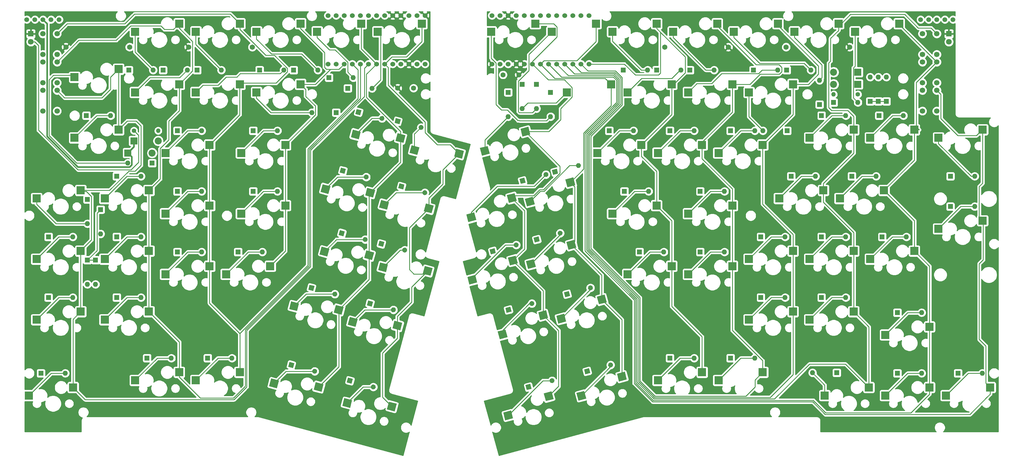
<source format=gbr>
%TF.GenerationSoftware,KiCad,Pcbnew,(5.1.6-0-10_14)*%
%TF.CreationDate,2020-09-04T13:20:55+09:00*%
%TF.ProjectId,Right,52696768-742e-46b6-9963-61645f706362,rev?*%
%TF.SameCoordinates,Original*%
%TF.FileFunction,Copper,L2,Bot*%
%TF.FilePolarity,Positive*%
%FSLAX46Y46*%
G04 Gerber Fmt 4.6, Leading zero omitted, Abs format (unit mm)*
G04 Created by KiCad (PCBNEW (5.1.6-0-10_14)) date 2020-09-04 13:20:55*
%MOMM*%
%LPD*%
G01*
G04 APERTURE LIST*
%TA.AperFunction,ComponentPad*%
%ADD10C,1.524000*%
%TD*%
%TA.AperFunction,ComponentPad*%
%ADD11C,1.650000*%
%TD*%
%TA.AperFunction,ComponentPad*%
%ADD12C,1.700000*%
%TD*%
%TA.AperFunction,ComponentPad*%
%ADD13C,1.800000*%
%TD*%
%TA.AperFunction,ComponentPad*%
%ADD14R,1.800000X1.800000*%
%TD*%
%TA.AperFunction,ComponentPad*%
%ADD15C,1.500000*%
%TD*%
%TA.AperFunction,ComponentPad*%
%ADD16O,1.600000X1.600000*%
%TD*%
%TA.AperFunction,ComponentPad*%
%ADD17R,1.600000X1.600000*%
%TD*%
%TA.AperFunction,SMDPad,CuDef*%
%ADD18R,2.550000X2.500000*%
%TD*%
%TA.AperFunction,ComponentPad*%
%ADD19O,1.400000X1.400000*%
%TD*%
%TA.AperFunction,ComponentPad*%
%ADD20C,1.400000*%
%TD*%
%TA.AperFunction,ComponentPad*%
%ADD21O,2.200000X2.200000*%
%TD*%
%TA.AperFunction,ComponentPad*%
%ADD22R,2.200000X2.200000*%
%TD*%
%TA.AperFunction,SMDPad,CuDef*%
%ADD23C,0.100000*%
%TD*%
%TA.AperFunction,ComponentPad*%
%ADD24C,0.100000*%
%TD*%
%TA.AperFunction,ComponentPad*%
%ADD25C,1.600000*%
%TD*%
%TA.AperFunction,Conductor*%
%ADD26C,0.250000*%
%TD*%
%TA.AperFunction,Conductor*%
%ADD27C,0.500000*%
%TD*%
%TA.AperFunction,Conductor*%
%ADD28C,0.254000*%
%TD*%
G04 APERTURE END LIST*
D10*
%TO.P,BPM1,26*%
%TO.N,bat0*%
X226365000Y-7620000D03*
%TO.P,BPM1,1*%
%TO.N,gnd0*%
X226365000Y7620000D03*
%TO.P,BPM1,25*%
%TO.N,Net-(BPM1-Pad25)*%
X223825000Y-7620400D03*
%TO.P,BPM1,24*%
%TO.N,gnd0*%
X221285000Y-7620400D03*
%TO.P,BPM1,23*%
%TO.N,Net-(BPM1-Pad23)*%
X218745000Y-7620400D03*
%TO.P,BPM1,22*%
%TO.N,Net-(BPM1-Pad22)*%
X216205000Y-7620400D03*
%TO.P,BPM1,21*%
%TO.N,col5*%
X213665000Y-7620400D03*
%TO.P,BPM1,20*%
%TO.N,col4*%
X211125000Y-7620400D03*
%TO.P,BPM1,19*%
%TO.N,col0*%
X208585000Y-7620400D03*
%TO.P,BPM1,18*%
%TO.N,col1*%
X206045000Y-7620400D03*
%TO.P,BPM1,17*%
%TO.N,col2*%
X203505000Y-7620400D03*
%TO.P,BPM1,16*%
%TO.N,col3*%
X200965000Y-7620400D03*
%TO.P,BPM1,15*%
%TO.N,Net-(BPM1-Pad15)*%
X198425000Y-7620400D03*
%TO.P,BPM1,14*%
%TO.N,Net-(BPM1-Pad14)*%
X195885000Y-7620400D03*
%TO.P,BPM1,13*%
%TO.N,rowsys0*%
X195885000Y7619600D03*
%TO.P,BPM1,12*%
%TO.N,led0*%
X198425000Y7619600D03*
%TO.P,BPM1,11*%
%TO.N,row0*%
X200965000Y7619600D03*
%TO.P,BPM1,10*%
%TO.N,row1*%
X203505000Y7619600D03*
%TO.P,BPM1,9*%
%TO.N,row2*%
X206045000Y7619600D03*
%TO.P,BPM1,8*%
%TO.N,row3*%
X208585000Y7619600D03*
%TO.P,BPM1,7*%
%TO.N,row4*%
X211125000Y7619600D03*
%TO.P,BPM1,6*%
%TO.N,row5*%
X213665000Y7619600D03*
%TO.P,BPM1,5*%
%TO.N,gnd0*%
X216205000Y7619600D03*
%TO.P,BPM1,4*%
X218745000Y7619600D03*
%TO.P,BPM1,3*%
%TO.N,Net-(BPM1-Pad3)*%
X221285000Y7619600D03*
%TO.P,BPM1,2*%
%TO.N,Net-(BPM1-Pad2)*%
X223825000Y7619600D03*
%TD*%
%TO.P,BPM2,26*%
%TO.N,bat1*%
X247385000Y7620000D03*
%TO.P,BPM2,1*%
%TO.N,gnd1*%
X247385000Y-7620000D03*
%TO.P,BPM2,25*%
%TO.N,Net-(BPM2-Pad25)*%
X249925000Y7620400D03*
%TO.P,BPM2,24*%
%TO.N,gnd1*%
X252465000Y7620400D03*
%TO.P,BPM2,23*%
%TO.N,Net-(BPM2-Pad23)*%
X255005000Y7620400D03*
%TO.P,BPM2,22*%
%TO.N,Net-(BPM2-Pad22)*%
X257545000Y7620400D03*
%TO.P,BPM2,21*%
%TO.N,row11*%
X260085000Y7620400D03*
%TO.P,BPM2,20*%
%TO.N,row10*%
X262625000Y7620400D03*
%TO.P,BPM2,19*%
%TO.N,row9*%
X265165000Y7620400D03*
%TO.P,BPM2,18*%
%TO.N,row8*%
X267705000Y7620400D03*
%TO.P,BPM2,17*%
%TO.N,row7*%
X270245000Y7620400D03*
%TO.P,BPM2,16*%
%TO.N,row6*%
X272785000Y7620400D03*
%TO.P,BPM2,15*%
%TO.N,led1*%
X275325000Y7620400D03*
%TO.P,BPM2,14*%
%TO.N,rowsys1*%
X277865000Y7620400D03*
%TO.P,BPM2,13*%
%TO.N,col8*%
X277865000Y-7619600D03*
%TO.P,BPM2,12*%
%TO.N,col9*%
X275325000Y-7619600D03*
%TO.P,BPM2,11*%
%TO.N,col10*%
X272785000Y-7619600D03*
%TO.P,BPM2,10*%
%TO.N,col11*%
X270245000Y-7619600D03*
%TO.P,BPM2,9*%
%TO.N,col12*%
X267705000Y-7619600D03*
%TO.P,BPM2,8*%
%TO.N,col13*%
X265165000Y-7619600D03*
%TO.P,BPM2,7*%
%TO.N,col7*%
X262625000Y-7619600D03*
%TO.P,BPM2,6*%
%TO.N,col6*%
X260085000Y-7619600D03*
%TO.P,BPM2,5*%
%TO.N,gnd1*%
X257545000Y-7619600D03*
%TO.P,BPM2,4*%
X255005000Y-7619600D03*
%TO.P,BPM2,3*%
%TO.N,Net-(BPM2-Pad3)*%
X252465000Y-7619600D03*
%TO.P,BPM2,2*%
%TO.N,Net-(BPM2-Pad2)*%
X249925000Y-7619600D03*
%TD*%
D11*
%TO.P,U1,1*%
%TO.N,gnd0*%
X152100000Y-2290000D03*
%TO.P,U1,2*%
%TO.N,Net-(DD1-Pad2)*%
X172100000Y-2290000D03*
%TD*%
%TO.P,U2,1*%
%TO.N,gnd0*%
X113570000Y-2290000D03*
%TO.P,U2,2*%
%TO.N,Net-(DD2-Pad2)*%
X133570000Y-2290000D03*
%TD*%
%TO.P,U4,1*%
%TO.N,gnd1*%
X321660000Y-2290000D03*
%TO.P,U4,2*%
%TO.N,Net-(DD4-Pad2)*%
X301660000Y-2290000D03*
%TD*%
%TO.P,U3,1*%
%TO.N,gnd1*%
X359760000Y-2290000D03*
%TO.P,U3,2*%
%TO.N,Net-(DD3-Pad2)*%
X339760000Y-2290000D03*
%TD*%
D12*
%TO.P,SW1005,1*%
%TO.N,col13*%
X387085000Y-15875000D03*
%TO.P,SW1005,2*%
%TO.N,Net-(SW1005-Pad2)*%
X387085000Y-22375000D03*
%TO.P,SW1005,3*%
%TO.N,Net-(D1005-Pad2)*%
X382585000Y-15875000D03*
%TO.P,SW1005,4*%
%TO.N,Net-(SW1005-Pad4)*%
X382585000Y-22375000D03*
%TD*%
%TO.P,SW1004,1*%
%TO.N,col12*%
X387085000Y-6985000D03*
%TO.P,SW1004,2*%
%TO.N,Net-(SW1004-Pad2)*%
X387085000Y-13485000D03*
%TO.P,SW1004,3*%
%TO.N,Net-(D1004-Pad2)*%
X382585000Y-6985000D03*
%TO.P,SW1004,4*%
%TO.N,Net-(SW1004-Pad4)*%
X382585000Y-13485000D03*
%TD*%
%TO.P,SW1003,1*%
%TO.N,col11*%
X387085000Y1905000D03*
%TO.P,SW1003,2*%
%TO.N,Net-(SW1003-Pad2)*%
X387085000Y-4595000D03*
%TO.P,SW1003,3*%
%TO.N,Net-(D1003-Pad2)*%
X382585000Y1905000D03*
%TO.P,SW1003,4*%
%TO.N,Net-(SW1003-Pad4)*%
X382585000Y-4595000D03*
%TD*%
%TO.P,SW1002,1*%
%TO.N,col2*%
X110795000Y1905000D03*
%TO.P,SW1002,2*%
%TO.N,Net-(SW1002-Pad2)*%
X110795000Y-4595000D03*
%TO.P,SW1002,3*%
%TO.N,Net-(D1002-Pad2)*%
X106295000Y1905000D03*
%TO.P,SW1002,4*%
%TO.N,Net-(SW1002-Pad4)*%
X106295000Y-4595000D03*
%TD*%
%TO.P,SW1001,1*%
%TO.N,col1*%
X110795000Y-6985000D03*
%TO.P,SW1001,2*%
%TO.N,Net-(SW1001-Pad2)*%
X110795000Y-13485000D03*
%TO.P,SW1001,3*%
%TO.N,Net-(D1001-Pad2)*%
X106295000Y-6985000D03*
%TO.P,SW1001,4*%
%TO.N,Net-(SW1001-Pad4)*%
X106295000Y-13485000D03*
%TD*%
%TO.P,SW1000,1*%
%TO.N,col0*%
X110795000Y-15875000D03*
%TO.P,SW1000,2*%
%TO.N,Net-(SW1000-Pad2)*%
X110795000Y-22375000D03*
%TO.P,SW1000,3*%
%TO.N,Net-(D1000-Pad2)*%
X106295000Y-15875000D03*
%TO.P,SW1000,4*%
%TO.N,Net-(SW1000-Pad4)*%
X106295000Y-22375000D03*
%TD*%
D13*
%TO.P,LED2,2*%
%TO.N,Net-(LED2-Pad2)*%
X390895000Y-635000D03*
D14*
%TO.P,LED2,1*%
%TO.N,gnd1*%
X390895000Y1905000D03*
%TD*%
D13*
%TO.P,LED1,2*%
%TO.N,Net-(LED1-Pad2)*%
X102540000Y-635000D03*
D14*
%TO.P,LED1,1*%
%TO.N,gnd0*%
X102540000Y1905000D03*
%TD*%
D15*
%TO.P,SWITCH1,*%
%TO.N,*%
X382005000Y6350000D03*
%TO.P,SWITCH1,1*%
%TO.N,bat1*%
X384545000Y6350000D03*
%TO.P,SWITCH1,2*%
%TO.N,Net-(DD3-Pad1)*%
X387085000Y6350000D03*
%TO.P,SWITCH1,3*%
%TO.N,Net-(SWITCH1-Pad3)*%
X389625000Y6350000D03*
%TO.P,SWITCH1,*%
%TO.N,*%
X392165000Y6350000D03*
%TD*%
D16*
%TO.P,D61,2*%
%TO.N,Net-(D61-Pad2)*%
X261355000Y-21590000D03*
D17*
%TO.P,D61,1*%
%TO.N,row6*%
X261355000Y-13970000D03*
%TD*%
D18*
%TO.P,SW0,1*%
%TO.N,col0*%
X130102500Y-9207500D03*
%TO.P,SW0,2*%
%TO.N,Net-(D0-Pad2)*%
X116252500Y-11747500D03*
%TD*%
%TO.P,SW43,1*%
%TO.N,col3*%
X177727500Y-71120000D03*
%TO.P,SW43,2*%
%TO.N,Net-(D43-Pad2)*%
X163877500Y-73660000D03*
%TD*%
D19*
%TO.P,R1,2*%
%TO.N,led0*%
X142545000Y-28575000D03*
D20*
%TO.P,R1,1*%
%TO.N,Net-(LED1-Pad2)*%
X134925000Y-28575000D03*
%TD*%
D21*
%TO.P,DD1,2*%
%TO.N,Net-(DD1-Pad2)*%
X142545000Y-31750000D03*
D22*
%TO.P,DD1,1*%
%TO.N,Net-(DD1-Pad1)*%
X134925000Y-31750000D03*
%TD*%
%TO.P,DD2,1*%
%TO.N,Net-(DD1-Pad1)*%
X133020000Y-35560000D03*
D21*
%TO.P,DD2,2*%
%TO.N,Net-(DD2-Pad2)*%
X140640000Y-35560000D03*
%TD*%
%TA.AperFunction,SMDPad,CuDef*%
D23*
%TO.P,SW14,1*%
%TO.N,col4*%
G36*
X217110251Y-31749904D02*
G01*
X217757298Y-29335089D01*
X220220409Y-29995078D01*
X219573362Y-32409893D01*
X217110251Y-31749904D01*
G37*
%TD.AperFunction*%
%TA.AperFunction,SMDPad,CuDef*%
%TO.P,SW14,2*%
%TO.N,Net-(D14-Pad2)*%
G36*
X203074778Y-30618711D02*
G01*
X203721825Y-28203896D01*
X206184936Y-28863885D01*
X205537889Y-31278700D01*
X203074778Y-30618711D01*
G37*
%TD.AperFunction*%
%TD*%
D18*
%TO.P,SW13,1*%
%TO.N,col3*%
X187252500Y-13970000D03*
%TO.P,SW13,2*%
%TO.N,Net-(D13-Pad2)*%
X173402500Y-16510000D03*
%TD*%
%TO.P,SW42,1*%
%TO.N,col2*%
X158677500Y-71120000D03*
%TO.P,SW42,2*%
%TO.N,Net-(D42-Pad2)*%
X144827500Y-73660000D03*
%TD*%
%TO.P,SW41,1*%
%TO.N,col1*%
X139627500Y-85407500D03*
%TO.P,SW41,2*%
%TO.N,Net-(D41-Pad2)*%
X125777500Y-87947500D03*
%TD*%
%TO.P,SW40,1*%
%TO.N,col0*%
X118196000Y-85407500D03*
%TO.P,SW40,2*%
%TO.N,Net-(D40-Pad2)*%
X104346000Y-87947500D03*
%TD*%
%TO.P,D45,2*%
%TO.N,Net-(D45-Pad2)*%
%TA.AperFunction,ComponentPad*%
G36*
G01*
X215656700Y-84630562D02*
X215656700Y-84630562D01*
G75*
G02*
X216636496Y-84064876I772741J-207055D01*
G01*
X216636496Y-84064876D01*
G75*
G02*
X217202182Y-85044672I-207055J-772741D01*
G01*
X217202182Y-85044672D01*
G75*
G02*
X216222386Y-85610358I-772741J207055D01*
G01*
X216222386Y-85610358D01*
G75*
G02*
X215656700Y-84630562I207055J772741D01*
G01*
G37*
%TD.AperFunction*%
%TA.AperFunction,ComponentPad*%
D24*
%TO.P,D45,1*%
%TO.N,row4*%
G36*
X208089290Y-83431101D02*
G01*
X208503401Y-81885620D01*
X210048882Y-82299731D01*
X209634771Y-83845212D01*
X208089290Y-83431101D01*
G37*
%TD.AperFunction*%
%TD*%
%TO.P,D44,2*%
%TO.N,Net-(D44-Pad2)*%
%TA.AperFunction,ComponentPad*%
G36*
G01*
X197255813Y-79700059D02*
X197255813Y-79700059D01*
G75*
G02*
X198235609Y-79134373I772741J-207055D01*
G01*
X198235609Y-79134373D01*
G75*
G02*
X198801295Y-80114169I-207055J-772741D01*
G01*
X198801295Y-80114169D01*
G75*
G02*
X197821499Y-80679855I-772741J207055D01*
G01*
X197821499Y-80679855D01*
G75*
G02*
X197255813Y-79700059I207055J772741D01*
G01*
G37*
%TD.AperFunction*%
%TA.AperFunction,ComponentPad*%
%TO.P,D44,1*%
%TO.N,row4*%
G36*
X189688403Y-78500598D02*
G01*
X190102514Y-76955117D01*
X191647995Y-77369228D01*
X191233884Y-78914709D01*
X189688403Y-78500598D01*
G37*
%TD.AperFunction*%
%TD*%
D16*
%TO.P,D43,2*%
%TO.N,Net-(D43-Pad2)*%
X175247500Y-66675000D03*
D17*
%TO.P,D43,1*%
%TO.N,row4*%
X167627500Y-66675000D03*
%TD*%
D16*
%TO.P,D41,2*%
%TO.N,Net-(D41-Pad2)*%
X137147500Y-80962500D03*
D17*
%TO.P,D41,1*%
%TO.N,row4*%
X129527500Y-80962500D03*
%TD*%
D16*
%TO.P,D40,2*%
%TO.N,Net-(D40-Pad2)*%
X115716000Y-80962500D03*
D17*
%TO.P,D40,1*%
%TO.N,row4*%
X108096000Y-80962500D03*
%TD*%
%TO.P,D22,1*%
%TO.N,row2*%
X148577500Y-28575000D03*
D16*
%TO.P,D22,2*%
%TO.N,Net-(D22-Pad2)*%
X156197500Y-28575000D03*
%TD*%
D18*
%TO.P,SW22,1*%
%TO.N,col2*%
X158677500Y-33020000D03*
%TO.P,SW22,2*%
%TO.N,Net-(D22-Pad2)*%
X144827500Y-35560000D03*
%TD*%
%TO.P,SW51,1*%
%TO.N,col1*%
X149152500Y-104457500D03*
%TO.P,SW51,2*%
%TO.N,Net-(D51-Pad2)*%
X135302500Y-106997500D03*
%TD*%
D17*
%TO.P,D30,1*%
%TO.N,row3*%
X108096000Y-61912500D03*
D16*
%TO.P,D30,2*%
%TO.N,Net-(D30-Pad2)*%
X115716000Y-61912500D03*
%TD*%
D18*
%TO.P,SW11,1*%
%TO.N,col1*%
X149152500Y-13970000D03*
%TO.P,SW11,2*%
%TO.N,Net-(D11-Pad2)*%
X135302500Y-16510000D03*
%TD*%
%TO.P,SW50,1*%
%TO.N,col0*%
X115815000Y-109220000D03*
%TO.P,SW50,2*%
%TO.N,Net-(D50-Pad2)*%
X101965000Y-111760000D03*
%TD*%
%TO.P,SW23,1*%
%TO.N,col3*%
X182490000Y-33020000D03*
%TO.P,SW23,2*%
%TO.N,Net-(D23-Pad2)*%
X168640000Y-35560000D03*
%TD*%
D17*
%TO.P,D51,1*%
%TO.N,row5*%
X139052500Y-100012500D03*
D16*
%TO.P,D51,2*%
%TO.N,Net-(D51-Pad2)*%
X146672500Y-100012500D03*
%TD*%
D18*
%TO.P,SW32,1*%
%TO.N,col2*%
X158677500Y-52070000D03*
%TO.P,SW32,2*%
%TO.N,Net-(D32-Pad2)*%
X144827500Y-54610000D03*
%TD*%
%TA.AperFunction,ComponentPad*%
D24*
%TO.P,D35,1*%
%TO.N,row3*%
G36*
X211640204Y-64665685D02*
G01*
X212054315Y-63120204D01*
X213599796Y-63534315D01*
X213185685Y-65079796D01*
X211640204Y-64665685D01*
G37*
%TD.AperFunction*%
%TO.P,D35,2*%
%TO.N,Net-(D35-Pad2)*%
%TA.AperFunction,ComponentPad*%
G36*
G01*
X219207614Y-65865146D02*
X219207614Y-65865146D01*
G75*
G02*
X220187410Y-65299460I772741J-207055D01*
G01*
X220187410Y-65299460D01*
G75*
G02*
X220753096Y-66279256I-207055J-772741D01*
G01*
X220753096Y-66279256D01*
G75*
G02*
X219773300Y-66844942I-772741J207055D01*
G01*
X219773300Y-66844942D01*
G75*
G02*
X219207614Y-65865146I207055J772741D01*
G01*
G37*
%TD.AperFunction*%
%TD*%
D18*
%TO.P,SW21,1*%
%TO.N,col1*%
X139627500Y-47307500D03*
%TO.P,SW21,2*%
%TO.N,Net-(D21-Pad2)*%
X125777500Y-49847500D03*
%TD*%
%TO.P,SW33,1*%
%TO.N,col3*%
X182490000Y-52070000D03*
%TO.P,SW33,2*%
%TO.N,Net-(D33-Pad2)*%
X168640000Y-54610000D03*
%TD*%
%TO.P,SW31,1*%
%TO.N,col1*%
X139627500Y-66357500D03*
%TO.P,SW31,2*%
%TO.N,Net-(D31-Pad2)*%
X125777500Y-68897500D03*
%TD*%
%TO.P,SW10,1*%
%TO.N,col0*%
X130102500Y-28257500D03*
%TO.P,SW10,2*%
%TO.N,Net-(D10-Pad2)*%
X116252500Y-30797500D03*
%TD*%
D17*
%TO.P,D20,1*%
%TO.N,row2*%
X120320000Y-50165000D03*
D16*
%TO.P,D20,2*%
%TO.N,Net-(D20-Pad2)*%
X120320000Y-57785000D03*
%TD*%
%TO.P,D52,2*%
%TO.N,Net-(D52-Pad2)*%
X165722500Y-100012500D03*
D17*
%TO.P,D52,1*%
%TO.N,row5*%
X158102500Y-100012500D03*
%TD*%
%TO.P,D32,1*%
%TO.N,row3*%
X148577500Y-47625000D03*
D16*
%TO.P,D32,2*%
%TO.N,Net-(D32-Pad2)*%
X156197500Y-47625000D03*
%TD*%
%TO.P,D4,2*%
%TO.N,Net-(D4-Pad2)*%
X203822500Y-11906250D03*
D17*
%TO.P,D4,1*%
%TO.N,row0*%
X196202500Y-11906250D03*
%TD*%
%TA.AperFunction,ComponentPad*%
D24*
%TO.P,D53,1*%
%TO.N,row5*%
G36*
X183362996Y-102734333D02*
G01*
X183777107Y-101188852D01*
X185322588Y-101602963D01*
X184908477Y-103148444D01*
X183362996Y-102734333D01*
G37*
%TD.AperFunction*%
%TO.P,D53,2*%
%TO.N,Net-(D53-Pad2)*%
%TA.AperFunction,ComponentPad*%
G36*
G01*
X190930406Y-103933794D02*
X190930406Y-103933794D01*
G75*
G02*
X191910202Y-103368108I772741J-207055D01*
G01*
X191910202Y-103368108D01*
G75*
G02*
X192475888Y-104347904I-207055J-772741D01*
G01*
X192475888Y-104347904D01*
G75*
G02*
X191496092Y-104913590I-772741J207055D01*
G01*
X191496092Y-104913590D01*
G75*
G02*
X190930406Y-103933794I207055J772741D01*
G01*
G37*
%TD.AperFunction*%
%TD*%
D17*
%TO.P,D33,1*%
%TO.N,row3*%
X172390000Y-47625000D03*
D16*
%TO.P,D33,2*%
%TO.N,Net-(D33-Pad2)*%
X180010000Y-47625000D03*
%TD*%
D17*
%TO.P,D23,1*%
%TO.N,row2*%
X172390000Y-28575000D03*
D16*
%TO.P,D23,2*%
%TO.N,Net-(D23-Pad2)*%
X180010000Y-28575000D03*
%TD*%
%TO.P,D13,2*%
%TO.N,Net-(D13-Pad2)*%
X190805000Y-22860000D03*
D17*
%TO.P,D13,1*%
%TO.N,row1*%
X198425000Y-22860000D03*
%TD*%
D16*
%TO.P,D3,2*%
%TO.N,Net-(D3-Pad2)*%
X192710000Y-9525000D03*
D17*
%TO.P,D3,1*%
%TO.N,row0*%
X185090000Y-9525000D03*
%TD*%
%TA.AperFunction,ComponentPad*%
D24*
%TO.P,D54,1*%
%TO.N,row5*%
G36*
X201763400Y-107664706D02*
G01*
X202177511Y-106119225D01*
X203722992Y-106533336D01*
X203308881Y-108078817D01*
X201763400Y-107664706D01*
G37*
%TD.AperFunction*%
%TO.P,D54,2*%
%TO.N,Net-(D54-Pad2)*%
%TA.AperFunction,ComponentPad*%
G36*
G01*
X209330810Y-108864167D02*
X209330810Y-108864167D01*
G75*
G02*
X210310606Y-108298481I772741J-207055D01*
G01*
X210310606Y-108298481D01*
G75*
G02*
X210876292Y-109278277I-207055J-772741D01*
G01*
X210876292Y-109278277D01*
G75*
G02*
X209896496Y-109843963I-772741J207055D01*
G01*
X209896496Y-109843963D01*
G75*
G02*
X209330810Y-108864167I207055J772741D01*
G01*
G37*
%TD.AperFunction*%
%TD*%
%TO.P,D14,2*%
%TO.N,Net-(D14-Pad2)*%
%TA.AperFunction,ComponentPad*%
G36*
G01*
X212047322Y-24497398D02*
X212047322Y-24497398D01*
G75*
G02*
X213027118Y-23931712I772741J-207055D01*
G01*
X213027118Y-23931712D01*
G75*
G02*
X213592804Y-24911508I-207055J-772741D01*
G01*
X213592804Y-24911508D01*
G75*
G02*
X212613008Y-25477194I-772741J207055D01*
G01*
X212613008Y-25477194D01*
G75*
G02*
X212047322Y-24497398I207055J772741D01*
G01*
G37*
%TD.AperFunction*%
%TA.AperFunction,ComponentPad*%
%TO.P,D14,1*%
%TO.N,row1*%
G36*
X204479912Y-23297937D02*
G01*
X204894023Y-21752456D01*
X206439504Y-22166567D01*
X206025393Y-23712048D01*
X204479912Y-23297937D01*
G37*
%TD.AperFunction*%
%TD*%
D18*
%TO.P,SW30,1*%
%TO.N,col0*%
X118196000Y-66357500D03*
%TO.P,SW30,2*%
%TO.N,Net-(D30-Pad2)*%
X104346000Y-68897500D03*
%TD*%
%TO.P,SW20,1*%
%TO.N,col0*%
X118196000Y-47307500D03*
%TO.P,SW20,2*%
%TO.N,Net-(D20-Pad2)*%
X104346000Y-49847500D03*
%TD*%
D16*
%TO.P,D12,2*%
%TO.N,Net-(D12-Pad2)*%
X181994375Y-9525000D03*
D17*
%TO.P,D12,1*%
%TO.N,row1*%
X174374375Y-9525000D03*
%TD*%
D18*
%TO.P,SW3,1*%
%TO.N,col3*%
X187252500Y5080000D03*
%TO.P,SW3,2*%
%TO.N,Net-(D3-Pad2)*%
X173402500Y2540000D03*
%TD*%
%TO.P,SW52,1*%
%TO.N,col2*%
X168202500Y-104457500D03*
%TO.P,SW52,2*%
%TO.N,Net-(D52-Pad2)*%
X154352500Y-106997500D03*
%TD*%
D16*
%TO.P,D2,2*%
%TO.N,Net-(D2-Pad2)*%
X162388750Y-9525000D03*
D17*
%TO.P,D2,1*%
%TO.N,row0*%
X154768750Y-9525000D03*
%TD*%
%TA.AperFunction,ComponentPad*%
D24*
%TO.P,D25,1*%
%TO.N,row2*%
G36*
X217950296Y-46629327D02*
G01*
X218364407Y-45083846D01*
X219909888Y-45497957D01*
X219495777Y-47043438D01*
X217950296Y-46629327D01*
G37*
%TD.AperFunction*%
%TO.P,D25,2*%
%TO.N,Net-(D25-Pad2)*%
%TA.AperFunction,ComponentPad*%
G36*
G01*
X225517706Y-47828788D02*
X225517706Y-47828788D01*
G75*
G02*
X226497502Y-47263102I772741J-207055D01*
G01*
X226497502Y-47263102D01*
G75*
G02*
X227063188Y-48242898I-207055J-772741D01*
G01*
X227063188Y-48242898D01*
G75*
G02*
X226083392Y-48808584I-772741J207055D01*
G01*
X226083392Y-48808584D01*
G75*
G02*
X225517706Y-47828788I207055J772741D01*
G01*
G37*
%TD.AperFunction*%
%TD*%
%TA.AperFunction,ComponentPad*%
%TO.P,D15,1*%
%TO.N,row1*%
G36*
X216780204Y-26125685D02*
G01*
X217194315Y-24580204D01*
X218739796Y-24994315D01*
X218325685Y-26539796D01*
X216780204Y-26125685D01*
G37*
%TD.AperFunction*%
%TO.P,D15,2*%
%TO.N,Net-(D15-Pad2)*%
%TA.AperFunction,ComponentPad*%
G36*
G01*
X224347614Y-27325146D02*
X224347614Y-27325146D01*
G75*
G02*
X225327410Y-26759460I772741J-207055D01*
G01*
X225327410Y-26759460D01*
G75*
G02*
X225893096Y-27739256I-207055J-772741D01*
G01*
X225893096Y-27739256D01*
G75*
G02*
X224913300Y-28304942I-772741J207055D01*
G01*
X224913300Y-28304942D01*
G75*
G02*
X224347614Y-27325146I207055J772741D01*
G01*
G37*
%TD.AperFunction*%
%TD*%
D16*
%TO.P,D5,2*%
%TO.N,Net-(D5-Pad2)*%
X209728000Y-15240000D03*
D17*
%TO.P,D5,1*%
%TO.N,row0*%
X202108000Y-15240000D03*
%TD*%
%TA.AperFunction,ComponentPad*%
D24*
%TO.P,D34,1*%
%TO.N,row3*%
G36*
X199219128Y-61332337D02*
G01*
X199633239Y-59786856D01*
X201178720Y-60200967D01*
X200764609Y-61746448D01*
X199219128Y-61332337D01*
G37*
%TD.AperFunction*%
%TO.P,D34,2*%
%TO.N,Net-(D34-Pad2)*%
%TA.AperFunction,ComponentPad*%
G36*
G01*
X206786538Y-62531798D02*
X206786538Y-62531798D01*
G75*
G02*
X207766334Y-61966112I772741J-207055D01*
G01*
X207766334Y-61966112D01*
G75*
G02*
X208332020Y-62945908I-207055J-772741D01*
G01*
X208332020Y-62945908D01*
G75*
G02*
X207352224Y-63511594I-772741J207055D01*
G01*
X207352224Y-63511594D01*
G75*
G02*
X206786538Y-62531798I207055J772741D01*
G01*
G37*
%TD.AperFunction*%
%TD*%
%TA.AperFunction,ComponentPad*%
%TO.P,D24,1*%
%TO.N,row2*%
G36*
X199549409Y-41698824D02*
G01*
X199963520Y-40153343D01*
X201509001Y-40567454D01*
X201094890Y-42112935D01*
X199549409Y-41698824D01*
G37*
%TD.AperFunction*%
%TO.P,D24,2*%
%TO.N,Net-(D24-Pad2)*%
%TA.AperFunction,ComponentPad*%
G36*
G01*
X207116819Y-42898285D02*
X207116819Y-42898285D01*
G75*
G02*
X208096615Y-42332599I772741J-207055D01*
G01*
X208096615Y-42332599D01*
G75*
G02*
X208662301Y-43312395I-207055J-772741D01*
G01*
X208662301Y-43312395D01*
G75*
G02*
X207682505Y-43878081I-772741J207055D01*
G01*
X207682505Y-43878081D01*
G75*
G02*
X207116819Y-42898285I207055J772741D01*
G01*
G37*
%TD.AperFunction*%
%TD*%
D16*
%TO.P,D0,2*%
%TO.N,Net-(D0-Pad2)*%
X133020000Y-38735000D03*
D17*
%TO.P,D0,1*%
%TO.N,row0*%
X140640000Y-38735000D03*
%TD*%
D25*
%TO.P,C1,2*%
%TO.N,gnd0*%
X217758200Y-15189200D03*
%TO.P,C1,1*%
%TO.N,bat0*%
X222758200Y-15189200D03*
%TD*%
D17*
%TO.P,D10,1*%
%TO.N,row1*%
X120002500Y-23812500D03*
D16*
%TO.P,D10,2*%
%TO.N,Net-(D10-Pad2)*%
X127622500Y-23812500D03*
%TD*%
%TO.P,D11,2*%
%TO.N,Net-(D11-Pad2)*%
X151673125Y-9525000D03*
D17*
%TO.P,D11,1*%
%TO.N,row1*%
X144053125Y-9525000D03*
%TD*%
D16*
%TO.P,D1,2*%
%TO.N,Net-(D1-Pad2)*%
X140957500Y-9525000D03*
D17*
%TO.P,D1,1*%
%TO.N,row0*%
X133337500Y-9525000D03*
%TD*%
%TO.P,D50,1*%
%TO.N,row5*%
X105714700Y-104775000D03*
D16*
%TO.P,D50,2*%
%TO.N,Net-(D50-Pad2)*%
X113334700Y-104775000D03*
%TD*%
D17*
%TO.P,D31,1*%
%TO.N,row3*%
X129527500Y-61912500D03*
D16*
%TO.P,D31,2*%
%TO.N,Net-(D31-Pad2)*%
X137147500Y-61912500D03*
%TD*%
D17*
%TO.P,D21,1*%
%TO.N,row2*%
X129527500Y-42862500D03*
D16*
%TO.P,D21,2*%
%TO.N,Net-(D21-Pad2)*%
X137147500Y-42862500D03*
%TD*%
%TA.AperFunction,SMDPad,CuDef*%
D23*
%TO.P,SW44,1*%
%TO.N,col4*%
G36*
X197718520Y-85719939D02*
G01*
X198365567Y-83305124D01*
X200828678Y-83965113D01*
X200181631Y-86379928D01*
X197718520Y-85719939D01*
G37*
%TD.AperFunction*%
%TA.AperFunction,SMDPad,CuDef*%
%TO.P,SW44,2*%
%TO.N,Net-(D44-Pad2)*%
G36*
X183683047Y-84588746D02*
G01*
X184330094Y-82173931D01*
X186793205Y-82833920D01*
X186146158Y-85248735D01*
X183683047Y-84588746D01*
G37*
%TD.AperFunction*%
%TD*%
%TA.AperFunction,SMDPad,CuDef*%
%TO.P,SW45,1*%
%TO.N,col5*%
G36*
X216119407Y-90650442D02*
G01*
X216766454Y-88235627D01*
X219229565Y-88895616D01*
X218582518Y-91310431D01*
X216119407Y-90650442D01*
G37*
%TD.AperFunction*%
%TA.AperFunction,SMDPad,CuDef*%
%TO.P,SW45,2*%
%TO.N,Net-(D45-Pad2)*%
G36*
X202083934Y-89519249D02*
G01*
X202730981Y-87104434D01*
X205194092Y-87764423D01*
X204547045Y-90179238D01*
X202083934Y-89519249D01*
G37*
%TD.AperFunction*%
%TD*%
D16*
%TO.P,D42,2*%
%TO.N,Net-(D42-Pad2)*%
X156197500Y-66675000D03*
D17*
%TO.P,D42,1*%
%TO.N,row4*%
X148577500Y-66675000D03*
%TD*%
%TA.AperFunction,SMDPad,CuDef*%
D23*
%TO.P,SW24,1*%
%TO.N,col4*%
G36*
X207579526Y-48918165D02*
G01*
X208226573Y-46503350D01*
X210689684Y-47163339D01*
X210042637Y-49578154D01*
X207579526Y-48918165D01*
G37*
%TD.AperFunction*%
%TA.AperFunction,SMDPad,CuDef*%
%TO.P,SW24,2*%
%TO.N,Net-(D24-Pad2)*%
G36*
X193544053Y-47786972D02*
G01*
X194191100Y-45372157D01*
X196654211Y-46032146D01*
X196007164Y-48446961D01*
X193544053Y-47786972D01*
G37*
%TD.AperFunction*%
%TD*%
D17*
%TO.P,D1000,1*%
%TO.N,rowsys0*%
X124460000Y-53340000D03*
D16*
%TO.P,D1000,2*%
%TO.N,Net-(D1000-Pad2)*%
X124460000Y-60960000D03*
%TD*%
%TA.AperFunction,SMDPad,CuDef*%
D23*
%TO.P,SW35,1*%
%TO.N,col5*%
G36*
X225650132Y-73482181D02*
G01*
X226297179Y-71067366D01*
X228760290Y-71727355D01*
X228113243Y-74142170D01*
X225650132Y-73482181D01*
G37*
%TD.AperFunction*%
%TA.AperFunction,SMDPad,CuDef*%
%TO.P,SW35,2*%
%TO.N,Net-(D35-Pad2)*%
G36*
X211614659Y-72350988D02*
G01*
X212261706Y-69936173D01*
X214724817Y-70596162D01*
X214077770Y-73010977D01*
X211614659Y-72350988D01*
G37*
%TD.AperFunction*%
%TD*%
D18*
%TO.P,SW2,1*%
%TO.N,col2*%
X168202500Y5080000D03*
%TO.P,SW2,2*%
%TO.N,Net-(D2-Pad2)*%
X154352500Y2540000D03*
%TD*%
%TA.AperFunction,SMDPad,CuDef*%
D23*
%TO.P,SW25,1*%
%TO.N,col5*%
G36*
X225980413Y-53848668D02*
G01*
X226627460Y-51433853D01*
X229090571Y-52093842D01*
X228443524Y-54508657D01*
X225980413Y-53848668D01*
G37*
%TD.AperFunction*%
%TA.AperFunction,SMDPad,CuDef*%
%TO.P,SW25,2*%
%TO.N,Net-(D25-Pad2)*%
G36*
X211944940Y-52717475D02*
G01*
X212591987Y-50302660D01*
X215055098Y-50962649D01*
X214408051Y-53377464D01*
X211944940Y-52717475D01*
G37*
%TD.AperFunction*%
%TD*%
D18*
%TO.P,SW4,1*%
%TO.N,col4*%
X206302500Y5080000D03*
%TO.P,SW4,2*%
%TO.N,Net-(D4-Pad2)*%
X192452500Y2540000D03*
%TD*%
%TA.AperFunction,SMDPad,CuDef*%
D23*
%TO.P,SW34,1*%
%TO.N,col4*%
G36*
X207249245Y-68551678D02*
G01*
X207896292Y-66136863D01*
X210359403Y-66796852D01*
X209712356Y-69211667D01*
X207249245Y-68551678D01*
G37*
%TD.AperFunction*%
%TA.AperFunction,SMDPad,CuDef*%
%TO.P,SW34,2*%
%TO.N,Net-(D34-Pad2)*%
G36*
X193213772Y-67420485D02*
G01*
X193860819Y-65005670D01*
X196323930Y-65665659D01*
X195676883Y-68080474D01*
X193213772Y-67420485D01*
G37*
%TD.AperFunction*%
%TD*%
%TA.AperFunction,SMDPad,CuDef*%
%TO.P,SW15,1*%
%TO.N,col5*%
G36*
X235511138Y-36680407D02*
G01*
X236158185Y-34265592D01*
X238621296Y-34925581D01*
X237974249Y-37340396D01*
X235511138Y-36680407D01*
G37*
%TD.AperFunction*%
%TA.AperFunction,SMDPad,CuDef*%
%TO.P,SW15,2*%
%TO.N,Net-(D15-Pad2)*%
G36*
X221475665Y-35549214D02*
G01*
X222122712Y-33134399D01*
X224585823Y-33794388D01*
X223938776Y-36209203D01*
X221475665Y-35549214D01*
G37*
%TD.AperFunction*%
%TD*%
%TA.AperFunction,SMDPad,CuDef*%
%TO.P,SW54,1*%
%TO.N,col5*%
G36*
X214393739Y-116116673D02*
G01*
X215040786Y-113701858D01*
X217503897Y-114361847D01*
X216856850Y-116776662D01*
X214393739Y-116116673D01*
G37*
%TD.AperFunction*%
%TA.AperFunction,SMDPad,CuDef*%
%TO.P,SW54,2*%
%TO.N,Net-(D54-Pad2)*%
G36*
X200358266Y-114985480D02*
G01*
X201005313Y-112570665D01*
X203468424Y-113230654D01*
X202821377Y-115645469D01*
X200358266Y-114985480D01*
G37*
%TD.AperFunction*%
%TD*%
D18*
%TO.P,SW12,1*%
%TO.N,col2*%
X168202500Y-13970000D03*
%TO.P,SW12,2*%
%TO.N,Net-(D12-Pad2)*%
X154352500Y-16510000D03*
%TD*%
D17*
%TO.P,D1002,1*%
%TO.N,rowsys0*%
X122860000Y-69215000D03*
D16*
%TO.P,D1002,2*%
%TO.N,Net-(D1002-Pad2)*%
X122860000Y-76835000D03*
%TD*%
D17*
%TO.P,D1001,1*%
%TO.N,rowsys0*%
X120320000Y-69215000D03*
D16*
%TO.P,D1001,2*%
%TO.N,Net-(D1001-Pad2)*%
X120320000Y-76835000D03*
%TD*%
%TA.AperFunction,SMDPad,CuDef*%
D23*
%TO.P,SW53,1*%
%TO.N,col4*%
G36*
X191393113Y-109953674D02*
G01*
X192040160Y-107538859D01*
X194503271Y-108198848D01*
X193856224Y-110613663D01*
X191393113Y-109953674D01*
G37*
%TD.AperFunction*%
%TA.AperFunction,SMDPad,CuDef*%
%TO.P,SW53,2*%
%TO.N,Net-(D53-Pad2)*%
G36*
X177357640Y-108822481D02*
G01*
X178004687Y-106407666D01*
X180467798Y-107067655D01*
X179820751Y-109482470D01*
X177357640Y-108822481D01*
G37*
%TD.AperFunction*%
%TD*%
D18*
%TO.P,SW5,1*%
%TO.N,col5*%
X225352500Y5080000D03*
%TO.P,SW5,2*%
%TO.N,Net-(D5-Pad2)*%
X211502500Y2540000D03*
%TD*%
D15*
%TO.P,SWITCH0,*%
%TO.N,*%
X101270000Y6350000D03*
%TO.P,SWITCH0,3*%
%TO.N,Net-(SWITCH0-Pad3)*%
X103810000Y6350000D03*
%TO.P,SWITCH0,2*%
%TO.N,Net-(DD1-Pad1)*%
X106350000Y6350000D03*
%TO.P,SWITCH0,1*%
%TO.N,bat0*%
X108890000Y6350000D03*
%TO.P,SWITCH0,*%
%TO.N,*%
X111430000Y6350000D03*
%TD*%
D18*
%TO.P,SW1,1*%
%TO.N,col1*%
X149152500Y5080000D03*
%TO.P,SW1,2*%
%TO.N,Net-(D1-Pad2)*%
X135302500Y2540000D03*
%TD*%
D16*
%TO.P,D73,2*%
%TO.N,Net-(D73-Pad2)*%
X337131660Y-9525000D03*
D17*
%TO.P,D73,1*%
%TO.N,row7*%
X329511660Y-9525000D03*
%TD*%
D16*
%TO.P,D64,2*%
%TO.N,Net-(D64-Pad2)*%
X347573880Y-9525000D03*
D17*
%TO.P,D64,1*%
%TO.N,row6*%
X339953880Y-9525000D03*
%TD*%
%TA.AperFunction,SMDPad,CuDef*%
D23*
%TO.P,SW70,1*%
%TO.N,col6*%
G36*
X256965264Y-30386575D02*
G01*
X256318217Y-27971760D01*
X258781328Y-27311771D01*
X259428375Y-29726586D01*
X256965264Y-30386575D01*
G37*
%TD.AperFunction*%
%TA.AperFunction,SMDPad,CuDef*%
%TO.P,SW70,2*%
%TO.N,Net-(D70-Pad2)*%
G36*
X244244591Y-36424670D02*
G01*
X243597544Y-34009855D01*
X246060655Y-33349866D01*
X246707702Y-35764681D01*
X244244591Y-36424670D01*
G37*
%TD.AperFunction*%
%TD*%
D18*
%TO.P,SW77,1*%
%TO.N,col13*%
X401471000Y-28257500D03*
%TO.P,SW77,2*%
%TO.N,Net-(D77-Pad2)*%
X387621000Y-30797500D03*
%TD*%
D16*
%TO.P,D77,2*%
%TO.N,Net-(D77-Pad2)*%
X398991000Y-42862500D03*
D17*
%TO.P,D77,1*%
%TO.N,row7*%
X391371000Y-42862500D03*
%TD*%
D16*
%TO.P,D66,2*%
%TO.N,Net-(D66-Pad2)*%
X362320000Y-19685000D03*
D17*
%TO.P,D66,1*%
%TO.N,row6*%
X354700000Y-19685000D03*
%TD*%
D21*
%TO.P,DD4,2*%
%TO.N,Net-(DD4-Pad2)*%
X354700000Y-13970000D03*
D22*
%TO.P,DD4,1*%
%TO.N,Net-(DD3-Pad1)*%
X362320000Y-13970000D03*
%TD*%
D21*
%TO.P,DD3,2*%
%TO.N,Net-(DD3-Pad2)*%
X354700000Y-10160000D03*
D22*
%TO.P,DD3,1*%
%TO.N,Net-(DD3-Pad1)*%
X362320000Y-10160000D03*
%TD*%
D18*
%TO.P,SW66,1*%
%TO.N,col12*%
X375277500Y5080000D03*
%TO.P,SW66,2*%
%TO.N,Net-(D66-Pad2)*%
X361427500Y2540000D03*
%TD*%
%TO.P,SW114,1*%
%TO.N,col11*%
X365752500Y-109220000D03*
%TO.P,SW114,2*%
%TO.N,Net-(D114-Pad2)*%
X351902500Y-111760000D03*
%TD*%
D19*
%TO.P,R2,2*%
%TO.N,led1*%
X354700000Y-17145000D03*
D20*
%TO.P,R2,1*%
%TO.N,Net-(LED2-Pad2)*%
X362320000Y-17145000D03*
%TD*%
D16*
%TO.P,D1005,2*%
%TO.N,Net-(D1005-Pad2)*%
X371267000Y-11710000D03*
D17*
%TO.P,D1005,1*%
%TO.N,rowsys1*%
X371267000Y-19330000D03*
%TD*%
D16*
%TO.P,D1004,2*%
%TO.N,Net-(D1004-Pad2)*%
X368727000Y-11710000D03*
D17*
%TO.P,D1004,1*%
%TO.N,rowsys1*%
X368727000Y-19330000D03*
%TD*%
D16*
%TO.P,D1003,2*%
%TO.N,Net-(D1003-Pad2)*%
X366187000Y-11710000D03*
D17*
%TO.P,D1003,1*%
%TO.N,rowsys1*%
X366187000Y-19330000D03*
%TD*%
%TO.P,D81,2*%
%TO.N,Net-(D81-Pad2)*%
%TA.AperFunction,ComponentPad*%
G36*
G01*
X273777614Y-39724854D02*
X273777614Y-39724854D01*
G75*
G02*
X274343300Y-38745058I772741J207055D01*
G01*
X274343300Y-38745058D01*
G75*
G02*
X275323096Y-39310744I207055J-772741D01*
G01*
X275323096Y-39310744D01*
G75*
G02*
X274757410Y-40290540I-772741J-207055D01*
G01*
X274757410Y-40290540D01*
G75*
G02*
X273777614Y-39724854I-207055J772741D01*
G01*
G37*
%TD.AperFunction*%
%TA.AperFunction,ComponentPad*%
D24*
%TO.P,D81,1*%
%TO.N,row8*%
G36*
X266624315Y-42469796D02*
G01*
X266210204Y-40924315D01*
X267755685Y-40510204D01*
X268169796Y-42055685D01*
X266624315Y-42469796D01*
G37*
%TD.AperFunction*%
%TD*%
%TO.P,D80,2*%
%TO.N,Net-(D80-Pad2)*%
%TA.AperFunction,ComponentPad*%
G36*
G01*
X263565112Y-42535446D02*
X263565112Y-42535446D01*
G75*
G02*
X264130798Y-41555650I772741J207055D01*
G01*
X264130798Y-41555650D01*
G75*
G02*
X265110594Y-42121336I207055J-772741D01*
G01*
X265110594Y-42121336D01*
G75*
G02*
X264544908Y-43101132I-772741J-207055D01*
G01*
X264544908Y-43101132D01*
G75*
G02*
X263565112Y-42535446I-207055J772741D01*
G01*
G37*
%TD.AperFunction*%
%TA.AperFunction,ComponentPad*%
%TO.P,D80,1*%
%TO.N,row8*%
G36*
X256411813Y-45280388D02*
G01*
X255997702Y-43734907D01*
X257543183Y-43320796D01*
X257957294Y-44866277D01*
X256411813Y-45280388D01*
G37*
%TD.AperFunction*%
%TD*%
D17*
%TO.P,D71,1*%
%TO.N,row7*%
X256910000Y-13970000D03*
D16*
%TO.P,D71,2*%
%TO.N,Net-(D71-Pad2)*%
X256910000Y-21590000D03*
%TD*%
%TA.AperFunction,SMDPad,CuDef*%
D23*
%TO.P,SW111,1*%
%TO.N,col7*%
G36*
X287282623Y-107357719D02*
G01*
X286635576Y-104942904D01*
X289098687Y-104282915D01*
X289745734Y-106697730D01*
X287282623Y-107357719D01*
G37*
%TD.AperFunction*%
%TA.AperFunction,SMDPad,CuDef*%
%TO.P,SW111,2*%
%TO.N,Net-(D111-Pad2)*%
G36*
X274561950Y-113395814D02*
G01*
X273914903Y-110980999D01*
X276378014Y-110321010D01*
X277025061Y-112735825D01*
X274561950Y-113395814D01*
G37*
%TD.AperFunction*%
%TD*%
D18*
%TO.P,SW113,1*%
%TO.N,col9*%
X332415000Y-104457500D03*
%TO.P,SW113,2*%
%TO.N,Net-(D113-Pad2)*%
X318565000Y-106997500D03*
%TD*%
D16*
%TO.P,D74,2*%
%TO.N,Net-(D74-Pad2)*%
X332475000Y-28575000D03*
D17*
%TO.P,D74,1*%
%TO.N,row7*%
X340095000Y-28575000D03*
%TD*%
D16*
%TO.P,D72,2*%
%TO.N,Net-(D72-Pad2)*%
X306722220Y-9525000D03*
D17*
%TO.P,D72,1*%
%TO.N,row7*%
X299102220Y-9525000D03*
%TD*%
D16*
%TO.P,D63,2*%
%TO.N,Net-(D63-Pad2)*%
X317164440Y-9525000D03*
D17*
%TO.P,D63,1*%
%TO.N,row6*%
X309544440Y-9525000D03*
%TD*%
D16*
%TO.P,D62,2*%
%TO.N,Net-(D62-Pad2)*%
X296280000Y-9525000D03*
D17*
%TO.P,D62,1*%
%TO.N,row6*%
X288660000Y-9525000D03*
%TD*%
D16*
%TO.P,D60,2*%
%TO.N,Net-(D60-Pad2)*%
X265800000Y-24130000D03*
D17*
%TO.P,D60,1*%
%TO.N,row6*%
X265800000Y-16510000D03*
%TD*%
%TA.AperFunction,SMDPad,CuDef*%
D23*
%TO.P,SW91,1*%
%TO.N,col7*%
G36*
X271426491Y-65955723D02*
G01*
X270779444Y-63540908D01*
X273242555Y-62880919D01*
X273889602Y-65295734D01*
X271426491Y-65955723D01*
G37*
%TD.AperFunction*%
%TA.AperFunction,SMDPad,CuDef*%
%TO.P,SW91,2*%
%TO.N,Net-(D91-Pad2)*%
G36*
X258705818Y-71993818D02*
G01*
X258058771Y-69579003D01*
X260521882Y-68919014D01*
X261168929Y-71333829D01*
X258705818Y-71993818D01*
G37*
%TD.AperFunction*%
%TD*%
D18*
%TO.P,SW116,1*%
%TO.N,col13*%
X403852500Y-109220000D03*
%TO.P,SW116,2*%
%TO.N,Net-(D116-Pad2)*%
X390002500Y-111760000D03*
%TD*%
%TO.P,SW115,1*%
%TO.N,col12*%
X384802500Y-109220000D03*
%TO.P,SW115,2*%
%TO.N,Net-(D115-Pad2)*%
X370952500Y-111760000D03*
%TD*%
%TO.P,SW112,1*%
%TO.N,col8*%
X313365000Y-104457500D03*
%TO.P,SW112,2*%
%TO.N,Net-(D112-Pad2)*%
X299515000Y-106997500D03*
%TD*%
%TA.AperFunction,SMDPad,CuDef*%
D23*
%TO.P,SW110,1*%
%TO.N,col6*%
G36*
X264281997Y-113520718D02*
G01*
X263634950Y-111105903D01*
X266098061Y-110445914D01*
X266745108Y-112860729D01*
X264281997Y-113520718D01*
G37*
%TD.AperFunction*%
%TA.AperFunction,SMDPad,CuDef*%
%TO.P,SW110,2*%
%TO.N,Net-(D110-Pad2)*%
G36*
X251561324Y-119558813D02*
G01*
X250914277Y-117143998D01*
X253377388Y-116484009D01*
X254024435Y-118898824D01*
X251561324Y-119558813D01*
G37*
%TD.AperFunction*%
%TD*%
D18*
%TO.P,SW106,1*%
%TO.N,col12*%
X384802500Y-90170000D03*
%TO.P,SW106,2*%
%TO.N,Net-(D106-Pad2)*%
X370952500Y-92710000D03*
%TD*%
%TO.P,SW105,1*%
%TO.N,col11*%
X360990000Y-85407500D03*
%TO.P,SW105,2*%
%TO.N,Net-(D105-Pad2)*%
X347140000Y-87947500D03*
%TD*%
%TO.P,SW104,1*%
%TO.N,col10*%
X341940000Y-85407500D03*
%TO.P,SW104,2*%
%TO.N,Net-(D104-Pad2)*%
X328090000Y-87947500D03*
%TD*%
%TO.P,SW103,1*%
%TO.N,col9*%
X322890000Y-71120000D03*
%TO.P,SW103,2*%
%TO.N,Net-(D103-Pad2)*%
X309040000Y-73660000D03*
%TD*%
%TO.P,SW102,1*%
%TO.N,col8*%
X303840000Y-71120000D03*
%TO.P,SW102,2*%
%TO.N,Net-(D102-Pad2)*%
X289990000Y-73660000D03*
%TD*%
%TA.AperFunction,SMDPad,CuDef*%
D23*
%TO.P,SW101,1*%
%TO.N,col7*%
G36*
X280957216Y-83123984D02*
G01*
X280310169Y-80709169D01*
X282773280Y-80049180D01*
X283420327Y-82463995D01*
X280957216Y-83123984D01*
G37*
%TD.AperFunction*%
%TA.AperFunction,SMDPad,CuDef*%
%TO.P,SW101,2*%
%TO.N,Net-(D101-Pad2)*%
G36*
X268236543Y-89162079D02*
G01*
X267589496Y-86747264D01*
X270052607Y-86087275D01*
X270699654Y-88502090D01*
X268236543Y-89162079D01*
G37*
%TD.AperFunction*%
%TD*%
%TA.AperFunction,SMDPad,CuDef*%
%TO.P,SW100,1*%
%TO.N,col6*%
G36*
X262556329Y-88054487D02*
G01*
X261909282Y-85639672D01*
X264372393Y-84979683D01*
X265019440Y-87394498D01*
X262556329Y-88054487D01*
G37*
%TD.AperFunction*%
%TA.AperFunction,SMDPad,CuDef*%
%TO.P,SW100,2*%
%TO.N,Net-(D100-Pad2)*%
G36*
X249835656Y-94092582D02*
G01*
X249188609Y-91677767D01*
X251651720Y-91017778D01*
X252298767Y-93432593D01*
X249835656Y-94092582D01*
G37*
%TD.AperFunction*%
%TD*%
D18*
%TO.P,SW96,1*%
%TO.N,col12*%
X380040000Y-66357500D03*
%TO.P,SW96,2*%
%TO.N,Net-(D96-Pad2)*%
X366190000Y-68897500D03*
%TD*%
%TO.P,SW95,1*%
%TO.N,col11*%
X360990000Y-66357500D03*
%TO.P,SW95,2*%
%TO.N,Net-(D95-Pad2)*%
X347140000Y-68897500D03*
%TD*%
%TO.P,SW94,1*%
%TO.N,col10*%
X341940000Y-66357500D03*
%TO.P,SW94,2*%
%TO.N,Net-(D94-Pad2)*%
X328090000Y-68897500D03*
%TD*%
%TO.P,SW93,1*%
%TO.N,col9*%
X322890000Y-52070000D03*
%TO.P,SW93,2*%
%TO.N,Net-(D93-Pad2)*%
X309040000Y-54610000D03*
%TD*%
%TO.P,SW92,1*%
%TO.N,col8*%
X299077500Y-52070000D03*
%TO.P,SW92,2*%
%TO.N,Net-(D92-Pad2)*%
X285227500Y-54610000D03*
%TD*%
%TA.AperFunction,SMDPad,CuDef*%
D23*
%TO.P,SW90,1*%
%TO.N,col6*%
G36*
X253025604Y-70886226D02*
G01*
X252378557Y-68471411D01*
X254841668Y-67811422D01*
X255488715Y-70226237D01*
X253025604Y-70886226D01*
G37*
%TD.AperFunction*%
%TA.AperFunction,SMDPad,CuDef*%
%TO.P,SW90,2*%
%TO.N,Net-(D90-Pad2)*%
G36*
X240304931Y-76924321D02*
G01*
X239657884Y-74509506D01*
X242120995Y-73849517D01*
X242768042Y-76264332D01*
X240304931Y-76924321D01*
G37*
%TD.AperFunction*%
%TD*%
D18*
%TO.P,SW87,1*%
%TO.N,col13*%
X401471000Y-56832500D03*
%TO.P,SW87,2*%
%TO.N,Net-(D87-Pad2)*%
X387621000Y-59372500D03*
%TD*%
%TO.P,SW86,1*%
%TO.N,col12*%
X370515000Y-47307500D03*
%TO.P,SW86,2*%
%TO.N,Net-(D86-Pad2)*%
X356665000Y-49847500D03*
%TD*%
%TO.P,SW85,1*%
%TO.N,col11*%
X351465000Y-47307500D03*
%TO.P,SW85,2*%
%TO.N,Net-(D85-Pad2)*%
X337615000Y-49847500D03*
%TD*%
%TO.P,SW84,1*%
%TO.N,col10*%
X332415000Y-33020000D03*
%TO.P,SW84,2*%
%TO.N,Net-(D84-Pad2)*%
X318565000Y-35560000D03*
%TD*%
%TO.P,SW83,1*%
%TO.N,col9*%
X313365000Y-33020000D03*
%TO.P,SW83,2*%
%TO.N,Net-(D83-Pad2)*%
X299515000Y-35560000D03*
%TD*%
%TO.P,SW82,1*%
%TO.N,col8*%
X294315000Y-33020000D03*
%TO.P,SW82,2*%
%TO.N,Net-(D82-Pad2)*%
X280465000Y-35560000D03*
%TD*%
%TA.AperFunction,SMDPad,CuDef*%
D23*
%TO.P,SW81,1*%
%TO.N,col7*%
G36*
X271096210Y-46322210D02*
G01*
X270449163Y-43907395D01*
X272912274Y-43247406D01*
X273559321Y-45662221D01*
X271096210Y-46322210D01*
G37*
%TD.AperFunction*%
%TA.AperFunction,SMDPad,CuDef*%
%TO.P,SW81,2*%
%TO.N,Net-(D81-Pad2)*%
G36*
X258375537Y-52360305D02*
G01*
X257728490Y-49945490D01*
X260191601Y-49285501D01*
X260838648Y-51700316D01*
X258375537Y-52360305D01*
G37*
%TD.AperFunction*%
%TD*%
%TA.AperFunction,SMDPad,CuDef*%
%TO.P,SW80,1*%
%TO.N,col6*%
G36*
X252695323Y-51252713D02*
G01*
X252048276Y-48837898D01*
X254511387Y-48177909D01*
X255158434Y-50592724D01*
X252695323Y-51252713D01*
G37*
%TD.AperFunction*%
%TA.AperFunction,SMDPad,CuDef*%
%TO.P,SW80,2*%
%TO.N,Net-(D80-Pad2)*%
G36*
X239974650Y-57290808D02*
G01*
X239327603Y-54875993D01*
X241790714Y-54216004D01*
X242437761Y-56630819D01*
X239974650Y-57290808D01*
G37*
%TD.AperFunction*%
%TD*%
D18*
%TO.P,SW76,1*%
%TO.N,col12*%
X380040000Y-28257500D03*
%TO.P,SW76,2*%
%TO.N,Net-(D76-Pad2)*%
X366190000Y-30797500D03*
%TD*%
%TO.P,SW75,1*%
%TO.N,col11*%
X360990000Y-28257500D03*
%TO.P,SW75,2*%
%TO.N,Net-(D75-Pad2)*%
X347140000Y-30797500D03*
%TD*%
%TO.P,SW74,1*%
%TO.N,col10*%
X341940000Y-13970000D03*
%TO.P,SW74,2*%
%TO.N,Net-(D74-Pad2)*%
X328090000Y-16510000D03*
%TD*%
%TO.P,SW73,1*%
%TO.N,col9*%
X322890000Y-13970000D03*
%TO.P,SW73,2*%
%TO.N,Net-(D73-Pad2)*%
X309040000Y-16510000D03*
%TD*%
%TO.P,SW72,1*%
%TO.N,col8*%
X303840000Y-13970000D03*
%TO.P,SW72,2*%
%TO.N,Net-(D72-Pad2)*%
X289990000Y-16510000D03*
%TD*%
%TO.P,SW71,1*%
%TO.N,col7*%
X284790000Y-13970000D03*
%TO.P,SW71,2*%
%TO.N,Net-(D71-Pad2)*%
X270940000Y-16510000D03*
%TD*%
%TO.P,SW65,1*%
%TO.N,col11*%
X356227500Y5080000D03*
%TO.P,SW65,2*%
%TO.N,Net-(D65-Pad2)*%
X342377500Y2540000D03*
%TD*%
%TO.P,SW64,1*%
%TO.N,col10*%
X337177500Y5080000D03*
%TO.P,SW64,2*%
%TO.N,Net-(D64-Pad2)*%
X323327500Y2540000D03*
%TD*%
%TO.P,SW63,1*%
%TO.N,col9*%
X318127500Y5080000D03*
%TO.P,SW63,2*%
%TO.N,Net-(D63-Pad2)*%
X304277500Y2540000D03*
%TD*%
%TO.P,SW62,1*%
%TO.N,col8*%
X299077500Y5080000D03*
%TO.P,SW62,2*%
%TO.N,Net-(D62-Pad2)*%
X285227500Y2540000D03*
%TD*%
%TO.P,SW61,1*%
%TO.N,col7*%
X280027500Y5080000D03*
%TO.P,SW61,2*%
%TO.N,Net-(D61-Pad2)*%
X266177500Y2540000D03*
%TD*%
%TO.P,SW60,1*%
%TO.N,col6*%
X260977500Y5080000D03*
%TO.P,SW60,2*%
%TO.N,Net-(D60-Pad2)*%
X247127500Y2540000D03*
%TD*%
D16*
%TO.P,D116,2*%
%TO.N,Net-(D116-Pad2)*%
X401372500Y-104775000D03*
D17*
%TO.P,D116,1*%
%TO.N,row11*%
X393752500Y-104775000D03*
%TD*%
D16*
%TO.P,D115,2*%
%TO.N,Net-(D115-Pad2)*%
X382322500Y-104775000D03*
D17*
%TO.P,D115,1*%
%TO.N,row11*%
X374702500Y-104775000D03*
%TD*%
D16*
%TO.P,D114,2*%
%TO.N,Net-(D114-Pad2)*%
X348060000Y-104617500D03*
D17*
%TO.P,D114,1*%
%TO.N,row11*%
X355680000Y-104617500D03*
%TD*%
D16*
%TO.P,D113,2*%
%TO.N,Net-(D113-Pad2)*%
X329935000Y-100012500D03*
D17*
%TO.P,D113,1*%
%TO.N,row11*%
X322315000Y-100012500D03*
%TD*%
D16*
%TO.P,D112,2*%
%TO.N,Net-(D112-Pad2)*%
X310885000Y-100012500D03*
D17*
%TO.P,D112,1*%
%TO.N,row11*%
X303265000Y-100012500D03*
%TD*%
%TO.P,D111,2*%
%TO.N,Net-(D111-Pad2)*%
%TA.AperFunction,ComponentPad*%
G36*
G01*
X283871968Y-102375704D02*
X283871968Y-102375704D01*
G75*
G02*
X284437654Y-101395908I772741J207055D01*
G01*
X284437654Y-101395908D01*
G75*
G02*
X285417450Y-101961594I207055J-772741D01*
G01*
X285417450Y-101961594D01*
G75*
G02*
X284851764Y-102941390I-772741J-207055D01*
G01*
X284851764Y-102941390D01*
G75*
G02*
X283871968Y-102375704I-207055J772741D01*
G01*
G37*
%TD.AperFunction*%
%TA.AperFunction,ComponentPad*%
D24*
%TO.P,D111,1*%
%TO.N,row11*%
G36*
X276718669Y-105120646D02*
G01*
X276304558Y-103575165D01*
X277850039Y-103161054D01*
X278264150Y-104706535D01*
X276718669Y-105120646D01*
G37*
%TD.AperFunction*%
%TD*%
%TO.P,D110,2*%
%TO.N,Net-(D110-Pad2)*%
%TA.AperFunction,ComponentPad*%
G36*
G01*
X265471564Y-107306077D02*
X265471564Y-107306077D01*
G75*
G02*
X266037250Y-106326281I772741J207055D01*
G01*
X266037250Y-106326281D01*
G75*
G02*
X267017046Y-106891967I207055J-772741D01*
G01*
X267017046Y-106891967D01*
G75*
G02*
X266451360Y-107871763I-772741J-207055D01*
G01*
X266451360Y-107871763D01*
G75*
G02*
X265471564Y-107306077I-207055J772741D01*
G01*
G37*
%TD.AperFunction*%
%TA.AperFunction,ComponentPad*%
%TO.P,D110,1*%
%TO.N,row11*%
G36*
X258318265Y-110051019D02*
G01*
X257904154Y-108505538D01*
X259449635Y-108091427D01*
X259863746Y-109636908D01*
X258318265Y-110051019D01*
G37*
%TD.AperFunction*%
%TD*%
D16*
%TO.P,D106,2*%
%TO.N,Net-(D106-Pad2)*%
X382322500Y-85725000D03*
D17*
%TO.P,D106,1*%
%TO.N,row10*%
X374702500Y-85725000D03*
%TD*%
D16*
%TO.P,D105,2*%
%TO.N,Net-(D105-Pad2)*%
X358510000Y-80962500D03*
D17*
%TO.P,D105,1*%
%TO.N,row10*%
X350890000Y-80962500D03*
%TD*%
D16*
%TO.P,D104,2*%
%TO.N,Net-(D104-Pad2)*%
X339460000Y-80962500D03*
D17*
%TO.P,D104,1*%
%TO.N,row10*%
X331840000Y-80962500D03*
%TD*%
D16*
%TO.P,D103,2*%
%TO.N,Net-(D103-Pad2)*%
X320410000Y-66675000D03*
D17*
%TO.P,D103,1*%
%TO.N,row10*%
X312790000Y-66675000D03*
%TD*%
D16*
%TO.P,D102,2*%
%TO.N,Net-(D102-Pad2)*%
X301360000Y-66675000D03*
D17*
%TO.P,D102,1*%
%TO.N,row10*%
X293740000Y-66675000D03*
%TD*%
%TO.P,D101,2*%
%TO.N,Net-(D101-Pad2)*%
%TA.AperFunction,ComponentPad*%
G36*
G01*
X277546561Y-78141969D02*
X277546561Y-78141969D01*
G75*
G02*
X278112247Y-77162173I772741J207055D01*
G01*
X278112247Y-77162173D01*
G75*
G02*
X279092043Y-77727859I207055J-772741D01*
G01*
X279092043Y-77727859D01*
G75*
G02*
X278526357Y-78707655I-772741J-207055D01*
G01*
X278526357Y-78707655D01*
G75*
G02*
X277546561Y-78141969I-207055J772741D01*
G01*
G37*
%TD.AperFunction*%
%TA.AperFunction,ComponentPad*%
D24*
%TO.P,D101,1*%
%TO.N,row10*%
G36*
X270393262Y-80886911D02*
G01*
X269979151Y-79341430D01*
X271524632Y-78927319D01*
X271938743Y-80472800D01*
X270393262Y-80886911D01*
G37*
%TD.AperFunction*%
%TD*%
%TO.P,D100,2*%
%TO.N,Net-(D100-Pad2)*%
%TA.AperFunction,ComponentPad*%
G36*
G01*
X259145674Y-83072472D02*
X259145674Y-83072472D01*
G75*
G02*
X259711360Y-82092676I772741J207055D01*
G01*
X259711360Y-82092676D01*
G75*
G02*
X260691156Y-82658362I207055J-772741D01*
G01*
X260691156Y-82658362D01*
G75*
G02*
X260125470Y-83638158I-772741J-207055D01*
G01*
X260125470Y-83638158D01*
G75*
G02*
X259145674Y-83072472I-207055J772741D01*
G01*
G37*
%TD.AperFunction*%
%TA.AperFunction,ComponentPad*%
%TO.P,D100,1*%
%TO.N,row10*%
G36*
X251992375Y-85817414D02*
G01*
X251578264Y-84271933D01*
X253123745Y-83857822D01*
X253537856Y-85403303D01*
X251992375Y-85817414D01*
G37*
%TD.AperFunction*%
%TD*%
D16*
%TO.P,D96,2*%
%TO.N,Net-(D96-Pad2)*%
X377560000Y-61912500D03*
D17*
%TO.P,D96,1*%
%TO.N,row9*%
X369940000Y-61912500D03*
%TD*%
D16*
%TO.P,D95,2*%
%TO.N,Net-(D95-Pad2)*%
X358510000Y-61912500D03*
D17*
%TO.P,D95,1*%
%TO.N,row9*%
X350890000Y-61912500D03*
%TD*%
D16*
%TO.P,D94,2*%
%TO.N,Net-(D94-Pad2)*%
X339460000Y-61912500D03*
D17*
%TO.P,D94,1*%
%TO.N,row9*%
X331840000Y-61912500D03*
%TD*%
D16*
%TO.P,D93,2*%
%TO.N,Net-(D93-Pad2)*%
X320410000Y-47625000D03*
D17*
%TO.P,D93,1*%
%TO.N,row9*%
X312790000Y-47625000D03*
%TD*%
D16*
%TO.P,D92,2*%
%TO.N,Net-(D92-Pad2)*%
X296597500Y-47625000D03*
D17*
%TO.P,D92,1*%
%TO.N,row9*%
X288977500Y-47625000D03*
%TD*%
%TO.P,D91,2*%
%TO.N,Net-(D91-Pad2)*%
%TA.AperFunction,ComponentPad*%
G36*
G01*
X268015836Y-60973708D02*
X268015836Y-60973708D01*
G75*
G02*
X268581522Y-59993912I772741J207055D01*
G01*
X268581522Y-59993912D01*
G75*
G02*
X269561318Y-60559598I207055J-772741D01*
G01*
X269561318Y-60559598D01*
G75*
G02*
X268995632Y-61539394I-772741J-207055D01*
G01*
X268995632Y-61539394D01*
G75*
G02*
X268015836Y-60973708I-207055J772741D01*
G01*
G37*
%TD.AperFunction*%
%TA.AperFunction,ComponentPad*%
D24*
%TO.P,D91,1*%
%TO.N,row9*%
G36*
X260862537Y-63718650D02*
G01*
X260448426Y-62173169D01*
X261993907Y-61759058D01*
X262408018Y-63304539D01*
X260862537Y-63718650D01*
G37*
%TD.AperFunction*%
%TD*%
%TO.P,D90,2*%
%TO.N,Net-(D90-Pad2)*%
%TA.AperFunction,ComponentPad*%
G36*
G01*
X254215171Y-64671585D02*
X254215171Y-64671585D01*
G75*
G02*
X254780857Y-63691789I772741J207055D01*
G01*
X254780857Y-63691789D01*
G75*
G02*
X255760653Y-64257475I207055J-772741D01*
G01*
X255760653Y-64257475D01*
G75*
G02*
X255194967Y-65237271I-772741J-207055D01*
G01*
X255194967Y-65237271D01*
G75*
G02*
X254215171Y-64671585I-207055J772741D01*
G01*
G37*
%TD.AperFunction*%
%TA.AperFunction,ComponentPad*%
%TO.P,D90,1*%
%TO.N,row9*%
G36*
X247061872Y-67416527D02*
G01*
X246647761Y-65871046D01*
X248193242Y-65456935D01*
X248607353Y-67002416D01*
X247061872Y-67416527D01*
G37*
%TD.AperFunction*%
%TD*%
D16*
%TO.P,D87,2*%
%TO.N,Net-(D87-Pad2)*%
X398991000Y-52387500D03*
D17*
%TO.P,D87,1*%
%TO.N,row8*%
X391371000Y-52387500D03*
%TD*%
D16*
%TO.P,D86,2*%
%TO.N,Net-(D86-Pad2)*%
X368035000Y-42862500D03*
D17*
%TO.P,D86,1*%
%TO.N,row8*%
X360415000Y-42862500D03*
%TD*%
D16*
%TO.P,D85,2*%
%TO.N,Net-(D85-Pad2)*%
X348985000Y-42862500D03*
D17*
%TO.P,D85,1*%
%TO.N,row8*%
X341365000Y-42862500D03*
%TD*%
D16*
%TO.P,D84,2*%
%TO.N,Net-(D84-Pad2)*%
X329935000Y-28575000D03*
D17*
%TO.P,D84,1*%
%TO.N,row8*%
X322315000Y-28575000D03*
%TD*%
D16*
%TO.P,D83,2*%
%TO.N,Net-(D83-Pad2)*%
X310885000Y-28575000D03*
D17*
%TO.P,D83,1*%
%TO.N,row8*%
X303265000Y-28575000D03*
%TD*%
D16*
%TO.P,D82,2*%
%TO.N,Net-(D82-Pad2)*%
X291835000Y-28575000D03*
D17*
%TO.P,D82,1*%
%TO.N,row8*%
X284215000Y-28575000D03*
%TD*%
D16*
%TO.P,D76,2*%
%TO.N,Net-(D76-Pad2)*%
X376620000Y-23812500D03*
D17*
%TO.P,D76,1*%
%TO.N,row7*%
X369000000Y-23812500D03*
%TD*%
D16*
%TO.P,D75,2*%
%TO.N,Net-(D75-Pad2)*%
X358510000Y-23812500D03*
D17*
%TO.P,D75,1*%
%TO.N,row7*%
X350890000Y-23812500D03*
%TD*%
D16*
%TO.P,D70,2*%
%TO.N,Net-(D70-Pad2)*%
X252465000Y-24130000D03*
D17*
%TO.P,D70,1*%
%TO.N,row7*%
X252465000Y-16510000D03*
%TD*%
D16*
%TO.P,D65,2*%
%TO.N,Net-(D65-Pad2)*%
X350255000Y-12700000D03*
D17*
%TO.P,D65,1*%
%TO.N,row6*%
X350255000Y-20320000D03*
%TD*%
D25*
%TO.P,C2,2*%
%TO.N,gnd1*%
X255870000Y-11000000D03*
%TO.P,C2,1*%
%TO.N,bat1*%
X250870000Y-11000000D03*
%TD*%
D26*
%TO.N,col0*%
X115810099Y-109215099D02*
X115810099Y-87793401D01*
X115810099Y-87793401D02*
X118196000Y-85407500D01*
X115815000Y-109220000D02*
X115810099Y-109215099D01*
X118196000Y-85407500D02*
X118196000Y-66357500D01*
X130102500Y-28257500D02*
X130102500Y-9207500D01*
X190440022Y-71272800D02*
X190440022Y-34657798D01*
X170370000Y-91342822D02*
X190440022Y-71272800D01*
X166390001Y-113030000D02*
X170370000Y-109050001D01*
X190440022Y-34657798D02*
X207315000Y-17782822D01*
X207315000Y-17782822D02*
X207315000Y-8890400D01*
X119625000Y-113030000D02*
X166390001Y-113030000D01*
X207315000Y-8890400D02*
X208585000Y-7620400D01*
X115815000Y-109220000D02*
X119625000Y-113030000D01*
X170370000Y-109050001D02*
X170370000Y-91342822D01*
X118513500Y-47625000D02*
X118196000Y-47307500D01*
X119965002Y-47625000D02*
X118513500Y-47625000D01*
X121590000Y-62865000D02*
X121590000Y-49249998D01*
X121590000Y-49249998D02*
X119965002Y-47625000D01*
X118196000Y-66259000D02*
X121590000Y-62865000D01*
X118196000Y-66357500D02*
X118196000Y-66259000D01*
X132870000Y-25490000D02*
X130102500Y-28257500D01*
X135620000Y-25490000D02*
X132870000Y-25490000D01*
X137160000Y-27030000D02*
X135620000Y-25490000D01*
X135325000Y-41275000D02*
X137160000Y-39440000D01*
X137160000Y-39440000D02*
X137160000Y-27030000D01*
X133300002Y-41275000D02*
X135325000Y-41275000D01*
X127267502Y-47307500D02*
X133300002Y-41275000D01*
X118196000Y-47307500D02*
X127267502Y-47307500D01*
X113130000Y-18210000D02*
X110795000Y-15875000D01*
X124910000Y-18210000D02*
X113130000Y-18210000D01*
X127610000Y-15510000D02*
X124910000Y-18210000D01*
X127610000Y-11700000D02*
X127610000Y-15510000D01*
X130102500Y-9207500D02*
X127610000Y-11700000D01*
%TO.N,col1*%
X149152500Y-94932500D02*
X139627500Y-85407500D01*
X149152500Y-104457500D02*
X149152500Y-94932500D01*
X139627500Y-74387834D02*
X139627500Y-66357500D01*
X139627500Y-85407500D02*
X139627500Y-74387834D01*
X139627500Y-66357500D02*
X139627500Y-47307500D01*
X155774989Y-112579989D02*
X166203601Y-112579989D01*
X149152500Y-105957500D02*
X155774989Y-112579989D01*
X166203601Y-112579989D02*
X169919989Y-108863601D01*
X169919989Y-91156422D02*
X189990011Y-71086400D01*
X149152500Y-104457500D02*
X149152500Y-105957500D01*
X169919989Y-108863601D02*
X169919989Y-91156422D01*
X189990011Y-71086400D02*
X189990011Y-34471399D01*
X189990011Y-34471399D02*
X206045000Y-18416411D01*
X206045000Y-18416411D02*
X206045000Y-7620400D01*
X145890000Y-31460000D02*
X145890000Y-25547500D01*
X143180000Y-34170000D02*
X145890000Y-31460000D01*
X149152500Y-22285000D02*
X149152500Y-13970000D01*
X139627500Y-47307500D02*
X143180000Y-43755000D01*
X145890000Y-25547500D02*
X149152500Y-22285000D01*
X143180000Y-43755000D02*
X143180000Y-34170000D01*
X153340000Y-9782500D02*
X149152500Y-13970000D01*
X153340000Y-506250D02*
X153340000Y-9782500D01*
X149152500Y3681250D02*
X153340000Y-506250D01*
X149152500Y5080000D02*
X149152500Y3681250D01*
X147327499Y3254999D02*
X149152500Y5080000D01*
X144526499Y3254999D02*
X147327499Y3254999D01*
X110795000Y-6985000D02*
X117627500Y-152500D01*
X133910000Y4370000D02*
X143411498Y4370000D01*
X129387500Y-152500D02*
X133910000Y4370000D01*
X143411498Y4370000D02*
X144526499Y3254999D01*
X117627500Y-152500D02*
X129387500Y-152500D01*
%TO.N,col2*%
X168202500Y-104457500D02*
X168202500Y-92277500D01*
X158677500Y-82752500D02*
X158677500Y-71120000D01*
X168202500Y-92277500D02*
X158677500Y-82752500D01*
X158677500Y-71120000D02*
X158677500Y-52070000D01*
X158677500Y-52070000D02*
X158677500Y-33020000D01*
X168168401Y-14004099D02*
X168202500Y-13970000D01*
X168168401Y-23529099D02*
X168168401Y-14004099D01*
X158677500Y-33020000D02*
X168168401Y-23529099D01*
X168202500Y-92237500D02*
X168202500Y-92277500D01*
X189540000Y-70900000D02*
X168202500Y-92237500D01*
X203505000Y-7620400D02*
X205329967Y-9445367D01*
X205329967Y-18495033D02*
X189540000Y-34285000D01*
X205329967Y-9445367D02*
X205329967Y-18495033D01*
X189540000Y-34285000D02*
X189540000Y-70900000D01*
X179574377Y-13610000D02*
X183119376Y-10065001D01*
X168202500Y-13970000D02*
X168562500Y-13610000D01*
X183119376Y-10065001D02*
X183119376Y-8984999D01*
X168562500Y-13610000D02*
X179574377Y-13610000D01*
X183119376Y-8984999D02*
X179029387Y-4895010D01*
X179029387Y-4895010D02*
X176345010Y-4895010D01*
X176345010Y-4895010D02*
X168202500Y3247500D01*
X168202500Y3247500D02*
X168202500Y5080000D01*
X111644999Y2754999D02*
X110795000Y1905000D01*
X113910000Y5020000D02*
X111644999Y2754999D01*
X168202500Y5080000D02*
X165182500Y8100000D01*
X135152500Y8100000D02*
X132072500Y5020000D01*
X132072500Y5020000D02*
X113910000Y5020000D01*
X165182500Y8100000D02*
X135152500Y8100000D01*
%TO.N,col3*%
X182490000Y-66360000D02*
X182490000Y-52070000D01*
X177730000Y-71120000D02*
X182490000Y-66360000D01*
X177727500Y-71120000D02*
X177730000Y-71120000D01*
X182490000Y-52070000D02*
X182490000Y-33020000D01*
X187218401Y-14004099D02*
X187252500Y-13970000D01*
X191930001Y-23579999D02*
X182490000Y-33020000D01*
X191930001Y-20810001D02*
X191930001Y-23579999D01*
X188900000Y-17780000D02*
X191930001Y-20810001D01*
X188900000Y-15617500D02*
X188900000Y-17780000D01*
X187252500Y-13970000D02*
X188900000Y-15617500D01*
X194780000Y-8630000D02*
X195420000Y-9270000D01*
X194780000Y-3975000D02*
X194780000Y-8630000D01*
X187252500Y3552500D02*
X194780000Y-3975000D01*
X187252500Y5080000D02*
X187252500Y3552500D01*
X199315400Y-9270000D02*
X199732700Y-8852700D01*
X200965000Y-7620400D02*
X199732700Y-8852700D01*
X196670000Y-9270000D02*
X197360000Y-9270000D01*
X191970000Y-13970000D02*
X196670000Y-9270000D01*
X197360000Y-9270000D02*
X199315400Y-9270000D01*
X187252500Y-13970000D02*
X191970000Y-13970000D01*
X195420000Y-9270000D02*
X197360000Y-9270000D01*
%TO.N,col4*%
X199273599Y-102750854D02*
X199273599Y-84842526D01*
X192948192Y-109076261D02*
X199273599Y-102750854D01*
X208804324Y-75311801D02*
X208804324Y-67674265D01*
X199273599Y-84842526D02*
X208804324Y-75311801D01*
X208804324Y-48371033D02*
X209134605Y-48040752D01*
X208804324Y-67674265D02*
X208804324Y-48371033D01*
X209134605Y-48040752D02*
X218670000Y-38505357D01*
X218670000Y-30877161D02*
X218665330Y-30872491D01*
X218670000Y-38505357D02*
X218670000Y-30877161D01*
X206302500Y-2797900D02*
X206302500Y5080000D01*
X211125000Y-7620400D02*
X206302500Y-2797900D01*
X207950000Y-18090000D02*
X207950000Y-10795400D01*
X207950000Y-10795400D02*
X211125000Y-7620400D01*
X218665330Y-28805330D02*
X207950000Y-18090000D01*
X218665330Y-30872491D02*
X218665330Y-28805330D01*
%TO.N,col5*%
X225352500Y-530334D02*
X225352500Y5080000D01*
X220548834Y-5334000D02*
X225352500Y-530334D01*
X215951400Y-5334000D02*
X220548834Y-5334000D01*
X213665000Y-7620400D02*
X215951400Y-5334000D01*
X222133638Y-77676341D02*
X227205211Y-72604768D01*
X222133638Y-82416362D02*
X222133638Y-77676341D01*
X217674486Y-86875514D02*
X222133638Y-82416362D01*
X217674486Y-89773029D02*
X217674486Y-86875514D01*
X231994644Y-40874567D02*
X237066217Y-35802994D01*
X231994644Y-45305356D02*
X231994644Y-40874567D01*
X227535492Y-49764508D02*
X231994644Y-45305356D01*
X227535492Y-52971255D02*
X227535492Y-49764508D01*
X214752001Y-14260753D02*
X214752001Y-8707401D01*
X226360000Y-29180000D02*
X226360000Y-25868752D01*
X214752001Y-8707401D02*
X213665000Y-7620400D01*
X230187421Y-33007421D02*
X226360000Y-29180000D01*
X226360000Y-25868752D02*
X214752001Y-14260753D01*
X234270644Y-33007421D02*
X230187421Y-33007421D01*
X237066217Y-35802994D02*
X234270644Y-33007421D01*
X217674486Y-93775514D02*
X217674486Y-89773029D01*
X213020000Y-112310442D02*
X213020000Y-98430000D01*
X213020000Y-98430000D02*
X217674486Y-93775514D01*
X215948818Y-115239260D02*
X213020000Y-112310442D01*
X227205211Y-72604768D02*
X227205211Y-72555416D01*
X226184591Y-73625388D02*
X227205211Y-72604768D01*
X221440000Y-72192209D02*
X222873179Y-73625388D01*
X222873179Y-73625388D02*
X226184591Y-73625388D01*
X221440000Y-59066747D02*
X221440000Y-72192209D01*
X227535492Y-52971255D02*
X221440000Y-59066747D01*
%TO.N,col6*%
X263464361Y-78879549D02*
X263464361Y-86517085D01*
X253933636Y-69348824D02*
X263464361Y-78879549D01*
X260977500Y5080000D02*
X260977500Y5337500D01*
X268340000Y-108833345D02*
X265190029Y-111983316D01*
X268340000Y-91392724D02*
X268340000Y-108833345D01*
X263464361Y-86517085D02*
X268340000Y-91392724D01*
X261020000Y5037500D02*
X260977500Y5080000D01*
X267777501Y860335D02*
X260085000Y-6832166D01*
X266747502Y5080000D02*
X267777501Y4050001D01*
X260977500Y5080000D02*
X266747502Y5080000D01*
X267777501Y4050001D02*
X267777501Y860335D01*
X260085000Y-6832166D02*
X260085000Y-7619600D01*
X260085000Y-7620000D02*
X260085000Y-7619600D01*
X257590000Y-65692460D02*
X253933636Y-69348824D01*
X257590000Y-53701956D02*
X257590000Y-65692460D01*
X253603355Y-49715311D02*
X257590000Y-53701956D01*
X265055410Y-12590010D02*
X260085000Y-7619600D01*
X270130012Y-12590010D02*
X265055410Y-12590010D01*
X272540001Y-14999999D02*
X270130012Y-12590010D01*
X268975000Y-25095000D02*
X268975000Y-21585002D01*
X268975000Y-21585002D02*
X272540001Y-18020001D01*
X272540001Y-18020001D02*
X272540001Y-14999999D01*
X265220827Y-28849173D02*
X268975000Y-25095000D01*
X257873296Y-28849173D02*
X265220827Y-28849173D01*
X254358175Y-48960491D02*
X253603355Y-49715311D01*
X260549509Y-48960491D02*
X254358175Y-48960491D01*
X262370000Y-47140000D02*
X260549509Y-48960491D01*
X263545116Y-47140000D02*
X262370000Y-47140000D01*
X268760000Y-39735877D02*
X268760000Y-41925116D01*
X257873296Y-28849173D02*
X268760000Y-39735877D01*
X268760000Y-41925116D02*
X263545116Y-47140000D01*
%TO.N,col7*%
X288190655Y-87911989D02*
X281865248Y-81586582D01*
X288190655Y-105820317D02*
X288190655Y-87911989D01*
X281865248Y-73949046D02*
X272334523Y-64418321D01*
X281865248Y-81586582D02*
X281865248Y-73949046D01*
X273375556Y-46156122D02*
X272004242Y-44784808D01*
X273375556Y-63377288D02*
X273375556Y-46156122D01*
X272334523Y-64418321D02*
X273375556Y-63377288D01*
X280027500Y5080000D02*
X280027500Y5337500D01*
X284790000Y-13402000D02*
X284790000Y-13970000D01*
X284790000Y-20700000D02*
X284790000Y-13970000D01*
X276169945Y-29320055D02*
X284790000Y-20700000D01*
X276169945Y-40619105D02*
X276169945Y-29320055D01*
X272004242Y-44784808D02*
X276169945Y-40619105D01*
X267145400Y-12140000D02*
X262625000Y-7619600D01*
X282960000Y-12140000D02*
X267145400Y-12140000D01*
X284790000Y-13970000D02*
X282960000Y-12140000D01*
X263712001Y-6532599D02*
X262625000Y-7619600D01*
X274025235Y-6532599D02*
X263712001Y-6532599D01*
X280027500Y-530334D02*
X274025235Y-6532599D01*
X280027500Y5080000D02*
X280027500Y-530334D01*
%TO.N,Net-(D1-Pad2)*%
X135302500Y-3870000D02*
X140957500Y-9525000D01*
X135302500Y2540000D02*
X135302500Y-3870000D01*
%TO.N,Net-(D2-Pad2)*%
X154352500Y-1488750D02*
X162388750Y-9525000D01*
X154352500Y2540000D02*
X154352500Y-1488750D01*
%TO.N,Net-(D3-Pad2)*%
X178105000Y-4445000D02*
X173402500Y257500D01*
X187630000Y-4445000D02*
X178105000Y-4445000D01*
X173402500Y257500D02*
X173402500Y2540000D01*
X192710000Y-9525000D02*
X187630000Y-4445000D01*
%TO.N,Net-(D4-Pad2)*%
X192452500Y739666D02*
X196367166Y-3175000D01*
X192452500Y2540000D02*
X192452500Y739666D01*
X198128362Y-3175000D02*
X196367166Y-3175000D01*
X202052001Y-7098639D02*
X198128362Y-3175000D01*
X202052001Y-10135751D02*
X202052001Y-7098639D01*
X203822500Y-11906250D02*
X202052001Y-10135751D01*
%TO.N,Net-(D5-Pad2)*%
X212395000Y1647500D02*
X211502500Y2540000D01*
X212395000Y-12573000D02*
X212395000Y1647500D01*
X209728000Y-15240000D02*
X212395000Y-12573000D01*
%TO.N,Net-(D10-Pad2)*%
X123237500Y-23812500D02*
X127622500Y-23812500D01*
X116252500Y-30797500D02*
X123237500Y-23812500D01*
%TO.N,Net-(D11-Pad2)*%
X135302500Y-16510000D02*
X139906250Y-11906250D01*
X149291875Y-11906250D02*
X151673125Y-9525000D01*
X139906250Y-11906250D02*
X149291875Y-11906250D01*
%TO.N,Net-(D12-Pad2)*%
X180869374Y-10650001D02*
X181994375Y-9525000D01*
X163880000Y-11710000D02*
X167260000Y-11710000D01*
X161330000Y-14260000D02*
X163880000Y-11710000D01*
X156602500Y-14260000D02*
X161330000Y-14260000D01*
X167260000Y-11710000D02*
X168319999Y-10650001D01*
X168319999Y-10650001D02*
X180869374Y-10650001D01*
X154352500Y-16510000D02*
X156602500Y-14260000D01*
%TO.N,Net-(D13-Pad2)*%
X177952166Y-22860000D02*
X190805000Y-22860000D01*
X173402500Y-18310334D02*
X177952166Y-22860000D01*
X173402500Y-16510000D02*
X173402500Y-18310334D01*
%TO.N,Net-(D14-Pad2)*%
X209666702Y-24704453D02*
X212820063Y-24704453D01*
X204629857Y-29741298D02*
X209666702Y-24704453D01*
%TO.N,Net-(D15-Pad2)*%
X223030744Y-29621812D02*
X225120355Y-27532201D01*
X223030744Y-34671801D02*
X223030744Y-29621812D01*
%TO.N,Net-(D20-Pad2)*%
X110483166Y-57785000D02*
X120320000Y-57785000D01*
X104346000Y-51647834D02*
X110483166Y-57785000D01*
X104346000Y-49847500D02*
X104346000Y-51647834D01*
%TO.N,Net-(D21-Pad2)*%
X132762500Y-42862500D02*
X137147500Y-42862500D01*
X125777500Y-49847500D02*
X132762500Y-42862500D01*
%TO.N,Net-(D22-Pad2)*%
X151812500Y-28575000D02*
X156197500Y-28575000D01*
X144827500Y-35560000D02*
X151812500Y-28575000D01*
%TO.N,Net-(D23-Pad2)*%
X175625000Y-28575000D02*
X180010000Y-28575000D01*
X168640000Y-35560000D02*
X175625000Y-28575000D01*
%TO.N,Net-(D24-Pad2)*%
X198903351Y-43105340D02*
X207889560Y-43105340D01*
X195099132Y-46909559D02*
X198903351Y-43105340D01*
%TO.N,Net-(D25-Pad2)*%
X217304238Y-48035843D02*
X226290447Y-48035843D01*
X213500019Y-51840062D02*
X217304238Y-48035843D01*
%TO.N,Net-(D30-Pad2)*%
X111331000Y-61912500D02*
X115716000Y-61912500D01*
X104346000Y-68897500D02*
X111331000Y-61912500D01*
%TO.N,Net-(D31-Pad2)*%
X132762500Y-61912500D02*
X137147500Y-61912500D01*
X125777500Y-68897500D02*
X132762500Y-61912500D01*
%TO.N,Net-(D32-Pad2)*%
X151812500Y-47625000D02*
X156197500Y-47625000D01*
X144827500Y-54610000D02*
X151812500Y-47625000D01*
%TO.N,Net-(D33-Pad2)*%
X175625000Y-47625000D02*
X180010000Y-47625000D01*
X168640000Y-54610000D02*
X175625000Y-47625000D01*
%TO.N,Net-(D34-Pad2)*%
X198573070Y-62738853D02*
X207559279Y-62738853D01*
X194768851Y-66543072D02*
X198573070Y-62738853D01*
%TO.N,Net-(D35-Pad2)*%
X218563313Y-66080000D02*
X219972556Y-66080000D01*
X219972556Y-66080000D02*
X219980355Y-66072201D01*
X213169738Y-71473575D02*
X218563313Y-66080000D01*
%TO.N,Net-(D40-Pad2)*%
X111331000Y-80962500D02*
X115716000Y-80962500D01*
X104346000Y-87947500D02*
X111331000Y-80962500D01*
%TO.N,Net-(D41-Pad2)*%
X132762500Y-80962500D02*
X137147500Y-80962500D01*
X125777500Y-87947500D02*
X132762500Y-80962500D01*
%TO.N,Net-(D42-Pad2)*%
X151812500Y-66675000D02*
X156197500Y-66675000D01*
X144827500Y-73660000D02*
X151812500Y-66675000D01*
%TO.N,Net-(D43-Pad2)*%
X170862500Y-66675000D02*
X175247500Y-66675000D01*
X163877500Y-73660000D02*
X170862500Y-66675000D01*
%TO.N,Net-(D44-Pad2)*%
X189042345Y-79907114D02*
X198028554Y-79907114D01*
X185238126Y-83711333D02*
X189042345Y-79907114D01*
%TO.N,Net-(D45-Pad2)*%
X207443232Y-84837617D02*
X216429441Y-84837617D01*
X203639013Y-88641836D02*
X207443232Y-84837617D01*
%TO.N,Net-(D100-Pad2)*%
X259174583Y-82865417D02*
X259918415Y-82865417D01*
X250743688Y-91296312D02*
X259174583Y-82865417D01*
X250743688Y-92555180D02*
X250743688Y-91296312D01*
%TO.N,Net-(D101-Pad2)*%
X278319302Y-78449950D02*
X278319302Y-77934914D01*
X269144575Y-87624677D02*
X278319302Y-78449950D01*
%TO.N,Net-(LED1-Pad2)*%
X103825000Y-635000D02*
X102540000Y-635000D01*
X104960000Y-28426372D02*
X104960000Y-1770000D01*
X136350001Y-38459999D02*
X133985010Y-40824990D01*
X133985010Y-40824990D02*
X117358618Y-40824990D01*
X136350001Y-30000001D02*
X136350001Y-38459999D01*
X104960000Y-1770000D02*
X103825000Y-635000D01*
X117358618Y-40824990D02*
X104960000Y-28426372D01*
X134925000Y-28575000D02*
X136350001Y-30000001D01*
%TO.N,Net-(D102-Pad2)*%
X296975000Y-66675000D02*
X301360000Y-66675000D01*
X289990000Y-73660000D02*
X296975000Y-66675000D01*
%TO.N,rowsys0*%
X120320000Y-69215000D02*
X122860000Y-69215000D01*
X123334999Y-54465001D02*
X124460000Y-53340000D01*
X123334999Y-66200001D02*
X123334999Y-54465001D01*
X120320000Y-69215000D02*
X123334999Y-66200001D01*
%TO.N,col8*%
X303840000Y-23495000D02*
X294315000Y-33020000D01*
X303840000Y-13970000D02*
X303840000Y-23495000D01*
X299077500Y-41360000D02*
X299077500Y-52070000D01*
X294315000Y-36597500D02*
X299077500Y-41360000D01*
X294315000Y-33020000D02*
X294315000Y-36597500D01*
X303840000Y-56832500D02*
X303840000Y-71120000D01*
X299077500Y-52070000D02*
X303840000Y-56832500D01*
X313365000Y-93285000D02*
X313365000Y-104457500D01*
X303840000Y-83760000D02*
X313365000Y-93285000D01*
X303840000Y-71120000D02*
X303840000Y-83760000D01*
X299077500Y5080000D02*
X299064999Y5092501D01*
X299077500Y5080000D02*
X299077500Y5337500D01*
X299077500Y3580000D02*
X299077500Y5080000D01*
X308060000Y-10320000D02*
X308060000Y-5402500D01*
X304410000Y-13970000D02*
X308060000Y-10320000D01*
X303840000Y-13970000D02*
X304410000Y-13970000D01*
X300288750Y2368750D02*
X299077500Y3580000D01*
X308060000Y-5402500D02*
X300288750Y2368750D01*
X300288750Y-10471250D02*
X300288750Y2368750D01*
X299690000Y-11070000D02*
X300288750Y-10471250D01*
X292390002Y-11070000D02*
X299690000Y-11070000D01*
X288939602Y-7619600D02*
X292390002Y-11070000D01*
X281040000Y-7619600D02*
X288939602Y-7619600D01*
X281040000Y-7619600D02*
X277865000Y-7619600D01*
%TO.N,col9*%
X322890000Y-91302498D02*
X322890000Y-71120000D01*
X332415000Y-100827498D02*
X322890000Y-91302498D01*
X332415000Y-104457500D02*
X332415000Y-100827498D01*
X322890000Y-71120000D02*
X322890000Y-52070000D01*
X313365000Y-37342501D02*
X313365000Y-33020000D01*
X322890000Y-46867501D02*
X313365000Y-37342501D01*
X322890000Y-52070000D02*
X322890000Y-46867501D01*
X322890000Y-22700000D02*
X322890000Y-13970000D01*
X313365000Y-32225000D02*
X322890000Y-22700000D01*
X313365000Y-33020000D02*
X313365000Y-32225000D01*
X330330000Y-7830000D02*
X318127500Y4372500D01*
X338360000Y-8650000D02*
X337540000Y-7830000D01*
X318127500Y4372500D02*
X318127500Y5080000D01*
X338360000Y-10010000D02*
X338360000Y-8650000D01*
X337620000Y-10750000D02*
X338360000Y-10010000D01*
X337540000Y-7830000D02*
X330330000Y-7830000D01*
X331630000Y-10750000D02*
X337620000Y-10750000D01*
X328410000Y-13970000D02*
X331630000Y-10750000D01*
X322890000Y-13970000D02*
X328410000Y-13970000D01*
X330029099Y-109065375D02*
X327144518Y-111949956D01*
X293870044Y-107214404D02*
X293870044Y-81004400D01*
X277505400Y-9800000D02*
X275325000Y-7619600D01*
X288269998Y-20402055D02*
X288269998Y-11909994D01*
X298605596Y-111949956D02*
X293870044Y-107214404D01*
X293870044Y-81004400D02*
X278420000Y-65554357D01*
X332415000Y-104457500D02*
X330029099Y-106843401D01*
X288269998Y-11909994D02*
X286160001Y-9800000D01*
X278420000Y-30252053D02*
X288269998Y-20402055D01*
X278420000Y-65554357D02*
X278420000Y-30252053D01*
X327144518Y-111949956D02*
X298605596Y-111949956D01*
X330029099Y-106843401D02*
X330029099Y-109065375D01*
X286160001Y-9800000D02*
X277505400Y-9800000D01*
%TO.N,col10*%
X341940000Y-23495000D02*
X332415000Y-33020000D01*
X341940000Y-13970000D02*
X341940000Y-23495000D01*
X341940000Y-61178749D02*
X341940000Y-66357500D01*
X332415000Y-51653749D02*
X341940000Y-61178749D01*
X332415000Y-33020000D02*
X332415000Y-51653749D01*
X341940000Y-66357500D02*
X341940000Y-85407500D01*
X349950000Y-10795000D02*
X346775000Y-13970000D01*
X346775000Y-13970000D02*
X341940000Y-13970000D01*
X349950000Y-8255000D02*
X349950000Y-10795000D01*
X337177500Y4517500D02*
X349950000Y-8255000D01*
X337177500Y5080000D02*
X337177500Y4517500D01*
X341940000Y-105180000D02*
X334720033Y-112399967D01*
X293420033Y-107400804D02*
X293420033Y-81190800D01*
X287819989Y-12096396D02*
X285973601Y-10250011D01*
X334720033Y-112399967D02*
X298419196Y-112399967D01*
X293420033Y-81190800D02*
X277969989Y-65740757D01*
X277969989Y-30065654D02*
X287819989Y-20215654D01*
X341940000Y-85407500D02*
X341940000Y-105180000D01*
X275415411Y-10250011D02*
X272785000Y-7619600D01*
X298419196Y-112399967D02*
X293420033Y-107400804D01*
X287819989Y-20215654D02*
X287819989Y-12096396D01*
X285973601Y-10250011D02*
X275415411Y-10250011D01*
X277969989Y-65740757D02*
X277969989Y-30065654D01*
%TO.N,col11*%
X365752500Y-90170000D02*
X360990000Y-85407500D01*
X360990000Y-85407500D02*
X360990000Y-66357500D01*
X351465000Y-51018749D02*
X351465000Y-47307500D01*
X360990000Y-60543749D02*
X351465000Y-51018749D01*
X360990000Y-66357500D02*
X360990000Y-60543749D01*
X360990000Y-35620000D02*
X360990000Y-28257500D01*
X351465000Y-45145000D02*
X360990000Y-35620000D01*
X351465000Y-47307500D02*
X351465000Y-45145000D01*
X356227500Y5080000D02*
X356227500Y5097500D01*
X360990000Y-28257500D02*
X360990000Y-24825000D01*
X356227500Y5080000D02*
X356227500Y5083500D01*
X365752500Y-109220000D02*
X365752500Y-90170000D01*
X356227500Y2950334D02*
X356227500Y5080000D01*
X353760000Y482834D02*
X356227500Y2950334D01*
X353125000Y-7290000D02*
X353760000Y-6655000D01*
X354065000Y-22225000D02*
X353125000Y-21285000D01*
X353760000Y-6655000D02*
X353760000Y482834D01*
X360990000Y-28257500D02*
X360990000Y-24070000D01*
X359145000Y-22225000D02*
X354065000Y-22225000D01*
X353125000Y-21285000D02*
X353125000Y-7290000D01*
X360990000Y-24070000D02*
X359145000Y-22225000D01*
X336140022Y-112849978D02*
X298232796Y-112849978D01*
X285797158Y-10709978D02*
X273335378Y-10709978D01*
X277519978Y-65927157D02*
X277519978Y-29879252D01*
X292970022Y-107587204D02*
X292970022Y-81377200D01*
X277519978Y-29879252D02*
X287369978Y-20029254D01*
X365752500Y-109220000D02*
X358422500Y-101890000D01*
X298232796Y-112849978D02*
X292970022Y-107587204D01*
X292970022Y-81377200D02*
X277519978Y-65927157D01*
X287369978Y-12282796D02*
X285797158Y-10709978D01*
X287369978Y-20029254D02*
X287369978Y-12282796D01*
X358422500Y-101890000D02*
X347100000Y-101890000D01*
X273335378Y-10709978D02*
X270245000Y-7619600D01*
X347100000Y-101890000D02*
X336140022Y-112849978D01*
X385274999Y3715001D02*
X387085000Y1905000D01*
X360000000Y8000000D02*
X377000000Y8000000D01*
X357080000Y5080000D02*
X360000000Y8000000D01*
X381284999Y3715001D02*
X385274999Y3715001D01*
X377000000Y8000000D02*
X381284999Y3715001D01*
X356227500Y5080000D02*
X357080000Y5080000D01*
%TO.N,col12*%
X380040000Y-37782500D02*
X370515000Y-47307500D01*
X380040000Y-28257500D02*
X380040000Y-37782500D01*
X370515000Y-47307500D02*
X380040000Y-56832500D01*
X380040000Y-66357500D02*
X380040000Y-56832500D01*
X384802500Y-71120000D02*
X380040000Y-66357500D01*
X384802500Y-90170000D02*
X384802500Y-71120000D01*
X380040000Y-28257500D02*
X379782500Y-28257500D01*
X375277500Y4822500D02*
X387085000Y-6985000D01*
X375277500Y5080000D02*
X375277500Y4822500D01*
X380690000Y-13380000D02*
X387085000Y-6985000D01*
X380690000Y-27382500D02*
X380690000Y-13380000D01*
X381565000Y-28257500D02*
X380690000Y-27382500D01*
X380040000Y-28257500D02*
X381565000Y-28257500D01*
X286919967Y-19842854D02*
X286919967Y-12469196D01*
X277069967Y-66113557D02*
X277069967Y-29692853D01*
X384802500Y-90170000D02*
X384802500Y-111327500D01*
X285690760Y-11239989D02*
X271325389Y-11239989D01*
X378940011Y-117189989D02*
X352196399Y-117189989D01*
X348306400Y-113299989D02*
X298046396Y-113299989D01*
X277069967Y-29692853D02*
X286919967Y-19842854D01*
X292520011Y-107773604D02*
X292520011Y-81563600D01*
X292520011Y-81563600D02*
X277069967Y-66113557D01*
X298046396Y-113299989D02*
X292520011Y-107773604D01*
X286919967Y-12469196D02*
X285690760Y-11239989D01*
X271325389Y-11239989D02*
X267705000Y-7619600D01*
X352196399Y-117189989D02*
X348306400Y-113299989D01*
X384802500Y-111327500D02*
X378940011Y-117189989D01*
%TO.N,col13*%
X401471000Y-45074000D02*
X401471000Y-28257500D01*
X400420000Y-46125000D02*
X401471000Y-45074000D01*
X400420000Y-55781500D02*
X400420000Y-46125000D01*
X401471000Y-56832500D02*
X400420000Y-55781500D01*
X401471000Y-28257500D02*
X401372500Y-28257500D01*
X399547499Y-30082501D02*
X393672501Y-30082501D01*
X388355000Y-17145000D02*
X387085000Y-15875000D01*
X401372500Y-28257500D02*
X399547499Y-30082501D01*
X388355000Y-24765000D02*
X388355000Y-17145000D01*
X393672501Y-30082501D02*
X388355000Y-24765000D01*
X401690000Y-69083513D02*
X401690000Y-57051500D01*
X400420000Y-70353513D02*
X401690000Y-69083513D01*
X400420000Y-94099999D02*
X400420000Y-70353513D01*
X402520000Y-107887500D02*
X402520000Y-96199999D01*
X401690000Y-57051500D02*
X401471000Y-56832500D01*
X402520000Y-96199999D02*
X400420000Y-94099999D01*
X403852500Y-109220000D02*
X402520000Y-107887500D01*
X286469956Y-19656454D02*
X286469956Y-12655596D01*
X276619956Y-29506453D02*
X286469956Y-19656454D01*
X292070000Y-81750000D02*
X276619956Y-66299956D01*
X292070000Y-107960004D02*
X292070000Y-81750000D01*
X297859996Y-113750000D02*
X292070000Y-107960004D01*
X348120000Y-113750000D02*
X297859996Y-113750000D01*
X352060000Y-117690000D02*
X348120000Y-113750000D01*
X402960000Y-112240000D02*
X402960000Y-112242166D01*
X403852500Y-109220000D02*
X403852500Y-111347500D01*
X285504360Y-11690000D02*
X269235400Y-11690000D01*
X269235400Y-11690000D02*
X265165000Y-7619600D01*
X286469956Y-12655596D02*
X285504360Y-11690000D01*
X397512166Y-117690000D02*
X352060000Y-117690000D01*
X276619956Y-66299956D02*
X276619956Y-29506453D01*
X403852500Y-111347500D02*
X402960000Y-112240000D01*
X402960000Y-112242166D02*
X397512166Y-117690000D01*
%TO.N,rowsys1*%
X366187000Y-19330000D02*
X371267000Y-19330000D01*
%TO.N,Net-(D0-Pad2)*%
X116252500Y-11747500D02*
X116252500Y-11052500D01*
X116252500Y-11747500D02*
X116252500Y-11687500D01*
X115665000Y-11160000D02*
X116252500Y-11747500D01*
X133020000Y-38735000D02*
X116895004Y-38735000D01*
X108250000Y-30089996D02*
X108250000Y-12530000D01*
X116895004Y-38735000D02*
X108250000Y-30089996D01*
X109620000Y-11160000D02*
X115665000Y-11160000D01*
X108250000Y-12530000D02*
X109620000Y-11160000D01*
%TO.N,Net-(D50-Pad2)*%
X108950000Y-104775000D02*
X113334700Y-104775000D01*
X101965000Y-111760000D02*
X108950000Y-104775000D01*
%TO.N,Net-(D51-Pad2)*%
X142287500Y-100012500D02*
X146672500Y-100012500D01*
X135302500Y-106997500D02*
X142287500Y-100012500D01*
%TO.N,Net-(D52-Pad2)*%
X161337500Y-100012500D02*
X165722500Y-100012500D01*
X154352500Y-106997500D02*
X161337500Y-100012500D01*
%TO.N,Net-(D53-Pad2)*%
X182716938Y-104140849D02*
X191703147Y-104140849D01*
X178912719Y-107945068D02*
X182716938Y-104140849D01*
%TO.N,Net-(D54-Pad2)*%
X206950190Y-109071222D02*
X210103551Y-109071222D01*
X201913345Y-114108067D02*
X206950190Y-109071222D01*
%TO.N,Net-(D60-Pad2)*%
X264530000Y-25400000D02*
X265800000Y-24130000D01*
X255540000Y-25380000D02*
X255970000Y-25380000D01*
X255970000Y-25380000D02*
X255990000Y-25400000D01*
X252200010Y-22040010D02*
X255540000Y-25380000D01*
X255990000Y-25400000D02*
X264530000Y-25400000D01*
X248655000Y-20320000D02*
X250375010Y-22040010D01*
X248655000Y-7281238D02*
X248655000Y-20320000D01*
X250375010Y-22040010D02*
X252200010Y-22040010D01*
X247127500Y-5753738D02*
X248655000Y-7281238D01*
X247127500Y2540000D02*
X247127500Y-5753738D01*
%TO.N,Net-(D61-Pad2)*%
X260085000Y-22860000D02*
X261355000Y-21590000D01*
X255970000Y-22860000D02*
X260085000Y-22860000D01*
X258997999Y-9657003D02*
X255650000Y-13005002D01*
X255650000Y-22540000D02*
X255970000Y-22860000D01*
X258997999Y-4639501D02*
X258997999Y-9657003D01*
X255650000Y-13005002D02*
X255650000Y-22540000D01*
X266177500Y2540000D02*
X258997999Y-4639501D01*
%TO.N,Net-(D62-Pad2)*%
X285227500Y2540000D02*
X285240010Y2527490D01*
X296265000Y-9540000D02*
X296280000Y-9525000D01*
X285227500Y-453917D02*
X294313583Y-9540000D01*
X294313583Y-9540000D02*
X296265000Y-9540000D01*
X285227500Y2540000D02*
X285227500Y-453917D01*
%TO.N,Net-(D63-Pad2)*%
X304277500Y2540000D02*
X304277500Y739666D01*
X314496240Y-9479074D02*
X316483514Y-9479074D01*
X304277500Y739666D02*
X314496240Y-9479074D01*
%TO.N,Net-(D64-Pad2)*%
X331447156Y-7379990D02*
X345428870Y-7379990D01*
X345428870Y-7379990D02*
X347573880Y-9525000D01*
X323327500Y739666D02*
X331447156Y-7379990D01*
X323327500Y2540000D02*
X323327500Y739666D01*
%TO.N,Net-(D65-Pad2)*%
X351054999Y-7937833D02*
X351054999Y-11900001D01*
X342377500Y739666D02*
X351054999Y-7937833D01*
X342377500Y2540000D02*
X342377500Y739666D01*
X351054999Y-11900001D02*
X350255000Y-12700000D01*
%TO.N,Net-(D66-Pad2)*%
X360894999Y-18259999D02*
X362320000Y-19685000D01*
X360894999Y-8799999D02*
X360894999Y-18259999D01*
X361427500Y-8267498D02*
X360894999Y-8799999D01*
X361427500Y2540000D02*
X361427500Y-8267498D01*
%TO.N,Net-(D70-Pad2)*%
X245152623Y-31442377D02*
X252465000Y-24130000D01*
X245152623Y-34887268D02*
X245152623Y-31442377D01*
%TO.N,Net-(D71-Pad2)*%
X267520000Y-19870000D02*
X258630000Y-19870000D01*
X270880000Y-16510000D02*
X267520000Y-19870000D01*
X258630000Y-19870000D02*
X256910000Y-21590000D01*
X270940000Y-16510000D02*
X270880000Y-16510000D01*
%TO.N,Net-(D72-Pad2)*%
X306515000Y-9525000D02*
X306550543Y-9525000D01*
X303895001Y-12144999D02*
X306515000Y-9525000D01*
X294355001Y-12144999D02*
X303895001Y-12144999D01*
X289990000Y-16510000D02*
X294355001Y-12144999D01*
%TO.N,Net-(D73-Pad2)*%
X310088998Y-16510000D02*
X309040000Y-16510000D01*
X332218590Y-9525000D02*
X337131660Y-9525000D01*
X319499999Y-10650001D02*
X331093589Y-10650001D01*
X331093589Y-10650001D02*
X332218590Y-9525000D01*
X316360000Y-13790000D02*
X319499999Y-10650001D01*
X311760000Y-13790000D02*
X316360000Y-13790000D01*
X309040000Y-16510000D02*
X311760000Y-13790000D01*
%TO.N,Net-(D74-Pad2)*%
X328090000Y-24190000D02*
X332475000Y-28575000D01*
X328090000Y-16510000D02*
X328090000Y-24190000D01*
%TO.N,Net-(D75-Pad2)*%
X354125000Y-23812500D02*
X358510000Y-23812500D01*
X347140000Y-30797500D02*
X354125000Y-23812500D01*
%TO.N,Net-(D76-Pad2)*%
X366190000Y-30797500D02*
X373175000Y-23812500D01*
X373175000Y-23812500D02*
X376620000Y-23812500D01*
%TO.N,Net-(D77-Pad2)*%
X397885666Y-42862500D02*
X398991000Y-42862500D01*
X387621000Y-32597834D02*
X397885666Y-42862500D01*
X387621000Y-30797500D02*
X387621000Y-32597834D01*
%TO.N,Net-(D80-Pad2)*%
X240882682Y-54197318D02*
X249070000Y-46010000D01*
X260656244Y-46010000D02*
X264337853Y-42328391D01*
X249070000Y-46010000D02*
X260656244Y-46010000D01*
X240882682Y-55753406D02*
X240882682Y-54197318D01*
%TO.N,Net-(D81-Pad2)*%
X262566400Y-47590011D02*
X263731516Y-47590011D01*
X259283569Y-50822903D02*
X260324602Y-49781870D01*
X271803727Y-39517799D02*
X273418985Y-39517799D01*
X260324602Y-49781870D02*
X260374541Y-49781870D01*
X260374541Y-49781870D02*
X262566400Y-47590011D01*
X263731516Y-47590011D02*
X271803727Y-39517799D01*
X273418985Y-39517799D02*
X274550355Y-39517799D01*
%TO.N,Net-(D82-Pad2)*%
X287450000Y-28575000D02*
X291835000Y-28575000D01*
X280465000Y-35560000D02*
X287450000Y-28575000D01*
%TO.N,Net-(D83-Pad2)*%
X306500000Y-28575000D02*
X310885000Y-28575000D01*
X299515000Y-35560000D02*
X306500000Y-28575000D01*
%TO.N,Net-(D84-Pad2)*%
X325550000Y-28575000D02*
X329935000Y-28575000D01*
X318565000Y-35560000D02*
X325550000Y-28575000D01*
%TO.N,Net-(D85-Pad2)*%
X344600000Y-42862500D02*
X348985000Y-42862500D01*
X337615000Y-49847500D02*
X344600000Y-42862500D01*
%TO.N,Net-(D86-Pad2)*%
X363650000Y-42862500D02*
X368035000Y-42862500D01*
X356665000Y-49847500D02*
X363650000Y-42862500D01*
%TO.N,Net-(D87-Pad2)*%
X394606000Y-52387500D02*
X398991000Y-52387500D01*
X387621000Y-59372500D02*
X394606000Y-52387500D01*
%TO.N,Net-(D90-Pad2)*%
X251635470Y-64464530D02*
X254987912Y-64464530D01*
X241212963Y-74887037D02*
X251635470Y-64464530D01*
X241212963Y-75386919D02*
X241212963Y-74887037D01*
%TO.N,Net-(D91-Pad2)*%
X268788577Y-61281689D02*
X268788577Y-60766653D01*
X259613850Y-70456416D02*
X268788577Y-61281689D01*
%TO.N,Net-(D92-Pad2)*%
X292212500Y-47625000D02*
X296597500Y-47625000D01*
X285227500Y-54610000D02*
X292212500Y-47625000D01*
%TO.N,Net-(D93-Pad2)*%
X316025000Y-47625000D02*
X320410000Y-47625000D01*
X309040000Y-54610000D02*
X316025000Y-47625000D01*
%TO.N,Net-(D94-Pad2)*%
X335075000Y-61912500D02*
X339460000Y-61912500D01*
X328090000Y-68897500D02*
X335075000Y-61912500D01*
%TO.N,Net-(D95-Pad2)*%
X354125000Y-61912500D02*
X358510000Y-61912500D01*
X347140000Y-68897500D02*
X354125000Y-61912500D01*
%TO.N,Net-(D96-Pad2)*%
X373175000Y-61912500D02*
X377560000Y-61912500D01*
X366190000Y-68897500D02*
X373175000Y-61912500D01*
%TO.N,Net-(D103-Pad2)*%
X316025000Y-66675000D02*
X320410000Y-66675000D01*
X309040000Y-73660000D02*
X316025000Y-66675000D01*
%TO.N,Net-(D104-Pad2)*%
X335075000Y-80962500D02*
X339460000Y-80962500D01*
X328090000Y-87947500D02*
X335075000Y-80962500D01*
%TO.N,Net-(D105-Pad2)*%
X354125000Y-80962500D02*
X358510000Y-80962500D01*
X347140000Y-87947500D02*
X354125000Y-80962500D01*
%TO.N,Net-(D106-Pad2)*%
X377937500Y-85725000D02*
X382322500Y-85725000D01*
X370952500Y-92710000D02*
X377937500Y-85725000D01*
%TO.N,Net-(D110-Pad2)*%
X263391745Y-107099022D02*
X266244305Y-107099022D01*
X252469356Y-118021411D02*
X263391745Y-107099022D01*
%TO.N,Net-(D111-Pad2)*%
X284644709Y-102683685D02*
X284644709Y-102168649D01*
X275469982Y-111858412D02*
X284644709Y-102683685D01*
%TO.N,Net-(D112-Pad2)*%
X306500000Y-100012500D02*
X310885000Y-100012500D01*
X299515000Y-106997500D02*
X306500000Y-100012500D01*
%TO.N,Net-(D113-Pad2)*%
X325550000Y-100012500D02*
X329935000Y-100012500D01*
X318565000Y-106997500D02*
X325550000Y-100012500D01*
%TO.N,Net-(D114-Pad2)*%
X351902500Y-108460000D02*
X348060000Y-104617500D01*
X351902500Y-111760000D02*
X351902500Y-108460000D01*
%TO.N,Net-(D115-Pad2)*%
X377937500Y-104775000D02*
X382322500Y-104775000D01*
X370952500Y-111760000D02*
X377937500Y-104775000D01*
%TO.N,Net-(D116-Pad2)*%
X396987500Y-104775000D02*
X401372500Y-104775000D01*
X390002500Y-111760000D02*
X396987500Y-104775000D01*
D27*
%TO.N,Net-(DD1-Pad1)*%
X134925000Y-33655000D02*
X133020000Y-35560000D01*
X134925000Y-31750000D02*
X134925000Y-33655000D01*
X107670000Y5030000D02*
X106350000Y6350000D01*
X117331817Y-39985001D02*
X107670000Y-30323184D01*
X107670000Y-30323184D02*
X107670000Y5030000D01*
X133620001Y-39985001D02*
X117331817Y-39985001D01*
X134270001Y-36810001D02*
X134270001Y-39335001D01*
X134270001Y-39335001D02*
X133620001Y-39985001D01*
X133020000Y-35560000D02*
X134270001Y-36810001D01*
%TD*%
D28*
%TO.N,gnd0*%
G36*
X225646020Y8825656D02*
G01*
X225579040Y8585565D01*
X226365000Y7799605D01*
X227150960Y8585565D01*
X227083980Y8825656D01*
X227000310Y8865000D01*
X227927500Y8865000D01*
X227927501Y-7967571D01*
X227924307Y-8000000D01*
X227927501Y-8032429D01*
X227927501Y-8967571D01*
X227924307Y-9000000D01*
X227927500Y-9032419D01*
X227927500Y-10991339D01*
X227693498Y-10757337D01*
X227409331Y-10567463D01*
X227093581Y-10436675D01*
X226758383Y-10370000D01*
X226416617Y-10370000D01*
X226081419Y-10436675D01*
X225765669Y-10567463D01*
X225481502Y-10757337D01*
X225239837Y-10999002D01*
X225049963Y-11283169D01*
X224919175Y-11598919D01*
X224852500Y-11934117D01*
X224852500Y-12275883D01*
X224919175Y-12611081D01*
X225049963Y-12926831D01*
X225239837Y-13210998D01*
X225481502Y-13452663D01*
X225765669Y-13642537D01*
X226081419Y-13773325D01*
X226416617Y-13840000D01*
X226758383Y-13840000D01*
X227093581Y-13773325D01*
X227409331Y-13642537D01*
X227693498Y-13452663D01*
X227927500Y-13218661D01*
X227927500Y-15991339D01*
X227693498Y-15757337D01*
X227409331Y-15567463D01*
X227093581Y-15436675D01*
X226758383Y-15370000D01*
X226416617Y-15370000D01*
X226081419Y-15436675D01*
X225765669Y-15567463D01*
X225481502Y-15757337D01*
X225239837Y-15999002D01*
X225049963Y-16283169D01*
X224919175Y-16598919D01*
X224852500Y-16934117D01*
X224852500Y-17275883D01*
X224919175Y-17611081D01*
X225049963Y-17926831D01*
X225239837Y-18210998D01*
X225481502Y-18452663D01*
X225765669Y-18642537D01*
X226081419Y-18773325D01*
X226416617Y-18840000D01*
X226758383Y-18840000D01*
X227093581Y-18773325D01*
X227409331Y-18642537D01*
X227693498Y-18452663D01*
X227927500Y-18218661D01*
X227927501Y-28578081D01*
X227929700Y-28600405D01*
X227933654Y-28658409D01*
X227941917Y-28707788D01*
X227948019Y-28757489D01*
X227950093Y-28766467D01*
X227972707Y-28861394D01*
X227992166Y-28917909D01*
X228010866Y-28974786D01*
X228014644Y-28983192D01*
X228055266Y-29071918D01*
X228085354Y-29123614D01*
X228114722Y-29175733D01*
X228120060Y-29183245D01*
X228177142Y-29262391D01*
X228216704Y-29307265D01*
X228255632Y-29352683D01*
X228262328Y-29359014D01*
X228333696Y-29425565D01*
X228381191Y-29461877D01*
X228428223Y-29498888D01*
X228436021Y-29503798D01*
X228518956Y-29555220D01*
X228572626Y-29581629D01*
X228625926Y-29608787D01*
X228634529Y-29612089D01*
X228634533Y-29612091D01*
X228725872Y-29646423D01*
X228725879Y-29646425D01*
X228755956Y-29657745D01*
X240533106Y-32813423D01*
X235944246Y-49939289D01*
X232433182Y-48998503D01*
X232405517Y-48993935D01*
X232402637Y-48993142D01*
X232393546Y-48991637D01*
X232345684Y-48984057D01*
X232337050Y-48982631D01*
X232336746Y-48982641D01*
X232297165Y-48976372D01*
X232237448Y-48972825D01*
X232177795Y-48968444D01*
X232168584Y-48968733D01*
X232071073Y-48972479D01*
X232011784Y-48980601D01*
X231952439Y-48987887D01*
X231943460Y-48989960D01*
X231943457Y-48989961D01*
X231943455Y-48989961D01*
X231943453Y-48989962D01*
X231848534Y-49012574D01*
X231791974Y-49032048D01*
X231735142Y-49050734D01*
X231726736Y-49054511D01*
X231638010Y-49095133D01*
X231586300Y-49125230D01*
X231534195Y-49154589D01*
X231526683Y-49159927D01*
X231447537Y-49217009D01*
X231402644Y-49256588D01*
X231357246Y-49295499D01*
X231350914Y-49302195D01*
X231284363Y-49373563D01*
X231248033Y-49421082D01*
X231211041Y-49468090D01*
X231206130Y-49475888D01*
X231154708Y-49558823D01*
X231128307Y-49612477D01*
X231101141Y-49665792D01*
X231097839Y-49674396D01*
X231063968Y-49764508D01*
X231052182Y-49795822D01*
X226528365Y-66678944D01*
X226485895Y-66576412D01*
X226296021Y-66292245D01*
X226054356Y-66050580D01*
X225770189Y-65860706D01*
X225454439Y-65729918D01*
X225119241Y-65663243D01*
X224777475Y-65663243D01*
X224442277Y-65729918D01*
X224126527Y-65860706D01*
X223842360Y-66050580D01*
X223600695Y-66292245D01*
X223410821Y-66576412D01*
X223280033Y-66892162D01*
X223213358Y-67227360D01*
X223213358Y-67569126D01*
X223280033Y-67904324D01*
X223410821Y-68220074D01*
X223600695Y-68504241D01*
X223842360Y-68745906D01*
X224126527Y-68935780D01*
X224442277Y-69066568D01*
X224777475Y-69133243D01*
X225119241Y-69133243D01*
X225454439Y-69066568D01*
X225770189Y-68935780D01*
X226054356Y-68745906D01*
X226296021Y-68504241D01*
X226485895Y-68220074D01*
X226506868Y-68169440D01*
X226519805Y-68192399D01*
X226525143Y-68199911D01*
X226582225Y-68279057D01*
X226621787Y-68323931D01*
X226660715Y-68369349D01*
X226667411Y-68375680D01*
X226738779Y-68442231D01*
X226786274Y-68478543D01*
X226833306Y-68515554D01*
X226841104Y-68520464D01*
X226924039Y-68571886D01*
X226977709Y-68598295D01*
X227031009Y-68625453D01*
X227039612Y-68628755D01*
X227039616Y-68628757D01*
X227130955Y-68663089D01*
X227130962Y-68663091D01*
X227161039Y-68674411D01*
X230672100Y-69615197D01*
X226083240Y-86741063D01*
X222572176Y-85800277D01*
X222544511Y-85795709D01*
X222541631Y-85794916D01*
X222532540Y-85793411D01*
X222484678Y-85785831D01*
X222476044Y-85784405D01*
X222475740Y-85784415D01*
X222436159Y-85778146D01*
X222376442Y-85774599D01*
X222316789Y-85770218D01*
X222307578Y-85770507D01*
X222210067Y-85774253D01*
X222150778Y-85782375D01*
X222091433Y-85789661D01*
X222082454Y-85791734D01*
X222082451Y-85791735D01*
X222082449Y-85791735D01*
X222082447Y-85791736D01*
X221987528Y-85814348D01*
X221930968Y-85833822D01*
X221874136Y-85852508D01*
X221865730Y-85856285D01*
X221777004Y-85896907D01*
X221725294Y-85927004D01*
X221673189Y-85956363D01*
X221665677Y-85961701D01*
X221586531Y-86018783D01*
X221541638Y-86058362D01*
X221496240Y-86097273D01*
X221489908Y-86103969D01*
X221423357Y-86175337D01*
X221387027Y-86222856D01*
X221350035Y-86269864D01*
X221345124Y-86277662D01*
X221293702Y-86360597D01*
X221267301Y-86414251D01*
X221240135Y-86467566D01*
X221236833Y-86476170D01*
X221202857Y-86566561D01*
X221191176Y-86597596D01*
X214951060Y-109886033D01*
X214946492Y-109913698D01*
X214945699Y-109916578D01*
X214944194Y-109925669D01*
X214936614Y-109973531D01*
X214935188Y-109982165D01*
X214935198Y-109982469D01*
X214928929Y-110022050D01*
X214925382Y-110081767D01*
X214921001Y-110141420D01*
X214921290Y-110150631D01*
X214925036Y-110248142D01*
X214933153Y-110307393D01*
X214940443Y-110366776D01*
X214942517Y-110375754D01*
X214965131Y-110470681D01*
X214984590Y-110527196D01*
X215003290Y-110584073D01*
X215007068Y-110592479D01*
X215047690Y-110681205D01*
X215077778Y-110732901D01*
X215107146Y-110785020D01*
X215112484Y-110792532D01*
X215169566Y-110871678D01*
X215209128Y-110916552D01*
X215248056Y-110961970D01*
X215254752Y-110968301D01*
X215326120Y-111034852D01*
X215373615Y-111071164D01*
X215420647Y-111108175D01*
X215428445Y-111113085D01*
X215511380Y-111164507D01*
X215565050Y-111190916D01*
X215618350Y-111218074D01*
X215626953Y-111221376D01*
X215626957Y-111221378D01*
X215718296Y-111255710D01*
X215718303Y-111255712D01*
X215748380Y-111267032D01*
X224015929Y-113482315D01*
X221973250Y-121105700D01*
X221930780Y-121003169D01*
X221740906Y-120719002D01*
X221499241Y-120477337D01*
X221215074Y-120287463D01*
X220899324Y-120156675D01*
X220564126Y-120090000D01*
X220222360Y-120090000D01*
X219887162Y-120156675D01*
X219571412Y-120287463D01*
X219287245Y-120477337D01*
X219045580Y-120719002D01*
X218855706Y-121003169D01*
X218724918Y-121318919D01*
X218658243Y-121654117D01*
X218658243Y-121995883D01*
X218724918Y-122331081D01*
X218855706Y-122646831D01*
X219045580Y-122930998D01*
X219287245Y-123172663D01*
X219571412Y-123362537D01*
X219887162Y-123493325D01*
X220222360Y-123560000D01*
X220564126Y-123560000D01*
X220899324Y-123493325D01*
X221215074Y-123362537D01*
X221401999Y-123237638D01*
X219427069Y-130608180D01*
X173991046Y-118433636D01*
X173980239Y-118431852D01*
X173968840Y-118429199D01*
X173945798Y-118426165D01*
X173919838Y-118421879D01*
X173892814Y-118416135D01*
X173883649Y-118415172D01*
X173786532Y-118405650D01*
X173754549Y-118402500D01*
X172868661Y-118402500D01*
X173102663Y-118168498D01*
X173292537Y-117884331D01*
X173423325Y-117568581D01*
X173490000Y-117233383D01*
X173490000Y-116891617D01*
X173423325Y-116556419D01*
X173292537Y-116240669D01*
X173102663Y-115956502D01*
X172860998Y-115714837D01*
X172576831Y-115524963D01*
X172261081Y-115394175D01*
X171925883Y-115327500D01*
X171584117Y-115327500D01*
X171248919Y-115394175D01*
X170933169Y-115524963D01*
X170649002Y-115714837D01*
X170407337Y-115956502D01*
X170217463Y-116240669D01*
X170086675Y-116556419D01*
X170020000Y-116891617D01*
X170020000Y-117233383D01*
X170086675Y-117568581D01*
X170217463Y-117884331D01*
X170407337Y-118168498D01*
X170641339Y-118402500D01*
X120163661Y-118402500D01*
X120397663Y-118168498D01*
X120587537Y-117884331D01*
X120718325Y-117568581D01*
X120785000Y-117233383D01*
X120785000Y-116891617D01*
X120718325Y-116556419D01*
X120587537Y-116240669D01*
X120397663Y-115956502D01*
X120155998Y-115714837D01*
X119871831Y-115524963D01*
X119556081Y-115394175D01*
X119220883Y-115327500D01*
X118879117Y-115327500D01*
X118543919Y-115394175D01*
X118228169Y-115524963D01*
X117944002Y-115714837D01*
X117702337Y-115956502D01*
X117512463Y-116240669D01*
X117381675Y-116556419D01*
X117315000Y-116891617D01*
X117315000Y-117233383D01*
X117381675Y-117568581D01*
X117512463Y-117884331D01*
X117702337Y-118168498D01*
X117944002Y-118410163D01*
X118228169Y-118600037D01*
X118543919Y-118730825D01*
X118711808Y-118764220D01*
X118689629Y-118785939D01*
X118683755Y-118793040D01*
X118622079Y-118868661D01*
X118588988Y-118918466D01*
X118555174Y-118967850D01*
X118550792Y-118975956D01*
X118504980Y-119062117D01*
X118482191Y-119117409D01*
X118458622Y-119172398D01*
X118455897Y-119181201D01*
X118427692Y-119274619D01*
X118416067Y-119333326D01*
X118403635Y-119391816D01*
X118402673Y-119400970D01*
X118402672Y-119400976D01*
X118402672Y-119400981D01*
X118393150Y-119498098D01*
X118390000Y-119530082D01*
X118390001Y-123165000D01*
X117032419Y-123165000D01*
X117000000Y-123161807D01*
X116967581Y-123165000D01*
X116032419Y-123165000D01*
X116000000Y-123161807D01*
X115967581Y-123165000D01*
X100660000Y-123165000D01*
X100660000Y-113645117D01*
X100690000Y-113648072D01*
X103106710Y-113648072D01*
X103016202Y-113866579D01*
X102959100Y-114153652D01*
X102959100Y-114446348D01*
X103016202Y-114733421D01*
X103128212Y-115003838D01*
X103290826Y-115247206D01*
X103497794Y-115454174D01*
X103741162Y-115616788D01*
X104011579Y-115728798D01*
X104298652Y-115785900D01*
X104591348Y-115785900D01*
X104878421Y-115728798D01*
X105148838Y-115616788D01*
X105392206Y-115454174D01*
X105599174Y-115247206D01*
X105761788Y-115003838D01*
X105873798Y-114733421D01*
X105930900Y-114446348D01*
X105930900Y-114153652D01*
X105879451Y-113895000D01*
X105925279Y-113895000D01*
X106337756Y-113812953D01*
X106726302Y-113652012D01*
X107032708Y-113447279D01*
X106997127Y-113533178D01*
X106896100Y-114041076D01*
X106896100Y-114558924D01*
X106997127Y-115066822D01*
X107195299Y-115545251D01*
X107483000Y-115975826D01*
X107849174Y-116342000D01*
X108279749Y-116629701D01*
X108758178Y-116827873D01*
X109266076Y-116928900D01*
X109783924Y-116928900D01*
X110291822Y-116827873D01*
X110770251Y-116629701D01*
X111200826Y-116342000D01*
X111567000Y-115975826D01*
X111854701Y-115545251D01*
X112052873Y-115066822D01*
X112153900Y-114558924D01*
X112153900Y-114153652D01*
X113119100Y-114153652D01*
X113119100Y-114446348D01*
X113176202Y-114733421D01*
X113288212Y-115003838D01*
X113450826Y-115247206D01*
X113657794Y-115454174D01*
X113901162Y-115616788D01*
X114171579Y-115728798D01*
X114458652Y-115785900D01*
X114751348Y-115785900D01*
X115038421Y-115728798D01*
X115308838Y-115616788D01*
X115552206Y-115454174D01*
X115759174Y-115247206D01*
X115921788Y-115003838D01*
X116033798Y-114733421D01*
X116090900Y-114446348D01*
X116090900Y-114153652D01*
X116033798Y-113866579D01*
X115921788Y-113596162D01*
X115759174Y-113352794D01*
X115552206Y-113145826D01*
X115308838Y-112983212D01*
X115038421Y-112871202D01*
X114751348Y-112814100D01*
X114458652Y-112814100D01*
X114171579Y-112871202D01*
X113901162Y-112983212D01*
X113657794Y-113145826D01*
X113450826Y-113352794D01*
X113288212Y-113596162D01*
X113176202Y-113866579D01*
X113119100Y-114153652D01*
X112153900Y-114153652D01*
X112153900Y-114041076D01*
X112052873Y-113533178D01*
X111854701Y-113054749D01*
X111567000Y-112624174D01*
X111200826Y-112258000D01*
X110770251Y-111970299D01*
X110291822Y-111772127D01*
X109783924Y-111671100D01*
X109266076Y-111671100D01*
X108758178Y-111772127D01*
X108279749Y-111970299D01*
X107849174Y-112258000D01*
X107778763Y-112328411D01*
X107850000Y-111970279D01*
X107850000Y-111549721D01*
X107767953Y-111137244D01*
X107607012Y-110748698D01*
X107373363Y-110399017D01*
X107075983Y-110101637D01*
X106726302Y-109867988D01*
X106337756Y-109707047D01*
X105925279Y-109625000D01*
X105504721Y-109625000D01*
X105092881Y-109706920D01*
X109264802Y-105535000D01*
X112116657Y-105535000D01*
X112220063Y-105689759D01*
X112419941Y-105889637D01*
X112654973Y-106046680D01*
X112916126Y-106154853D01*
X113193365Y-106210000D01*
X113476035Y-106210000D01*
X113753274Y-106154853D01*
X114014427Y-106046680D01*
X114249459Y-105889637D01*
X114449337Y-105689759D01*
X114606380Y-105454727D01*
X114714553Y-105193574D01*
X114769700Y-104916335D01*
X114769700Y-104633665D01*
X114714553Y-104356426D01*
X114606380Y-104095273D01*
X114449337Y-103860241D01*
X114249459Y-103660363D01*
X114014427Y-103503320D01*
X113753274Y-103395147D01*
X113476035Y-103340000D01*
X113193365Y-103340000D01*
X112916126Y-103395147D01*
X112654973Y-103503320D01*
X112419941Y-103660363D01*
X112220063Y-103860241D01*
X112116657Y-104015000D01*
X108987325Y-104015000D01*
X108950000Y-104011324D01*
X108912675Y-104015000D01*
X108912667Y-104015000D01*
X108801014Y-104025997D01*
X108657753Y-104069454D01*
X108525724Y-104140026D01*
X108409999Y-104234999D01*
X108386201Y-104263997D01*
X107152772Y-105497426D01*
X107152772Y-103975000D01*
X107140512Y-103850518D01*
X107104202Y-103730820D01*
X107045237Y-103620506D01*
X106965885Y-103523815D01*
X106869194Y-103444463D01*
X106758880Y-103385498D01*
X106639182Y-103349188D01*
X106514700Y-103336928D01*
X104914700Y-103336928D01*
X104790218Y-103349188D01*
X104670520Y-103385498D01*
X104560206Y-103444463D01*
X104463515Y-103523815D01*
X104384163Y-103620506D01*
X104325198Y-103730820D01*
X104288888Y-103850518D01*
X104276628Y-103975000D01*
X104276628Y-105575000D01*
X104288888Y-105699482D01*
X104325198Y-105819180D01*
X104384163Y-105929494D01*
X104463515Y-106026185D01*
X104560206Y-106105537D01*
X104670520Y-106164502D01*
X104790218Y-106200812D01*
X104914700Y-106213072D01*
X106437126Y-106213072D01*
X102778271Y-109871928D01*
X100690000Y-109871928D01*
X100660000Y-109874883D01*
X100660000Y-105888661D01*
X100894002Y-106122663D01*
X101178169Y-106312537D01*
X101493919Y-106443325D01*
X101829117Y-106510000D01*
X102170883Y-106510000D01*
X102506081Y-106443325D01*
X102821831Y-106312537D01*
X103105998Y-106122663D01*
X103347663Y-105880998D01*
X103537537Y-105596831D01*
X103668325Y-105281081D01*
X103735000Y-104945883D01*
X103735000Y-104604117D01*
X103668325Y-104268919D01*
X103537537Y-103953169D01*
X103347663Y-103669002D01*
X103105998Y-103427337D01*
X102821831Y-103237463D01*
X102506081Y-103106675D01*
X102170883Y-103040000D01*
X101829117Y-103040000D01*
X101493919Y-103106675D01*
X101178169Y-103237463D01*
X100894002Y-103427337D01*
X100660000Y-103661339D01*
X100660000Y-86697500D01*
X102432928Y-86697500D01*
X102432928Y-89197500D01*
X102445188Y-89321982D01*
X102481498Y-89441680D01*
X102540463Y-89551994D01*
X102619815Y-89648685D01*
X102716506Y-89728037D01*
X102826820Y-89787002D01*
X102946518Y-89823312D01*
X103071000Y-89835572D01*
X105487710Y-89835572D01*
X105397202Y-90054079D01*
X105340100Y-90341152D01*
X105340100Y-90633848D01*
X105397202Y-90920921D01*
X105509212Y-91191338D01*
X105671826Y-91434706D01*
X105878794Y-91641674D01*
X106122162Y-91804288D01*
X106392579Y-91916298D01*
X106679652Y-91973400D01*
X106972348Y-91973400D01*
X107259421Y-91916298D01*
X107529838Y-91804288D01*
X107773206Y-91641674D01*
X107980174Y-91434706D01*
X108142788Y-91191338D01*
X108254798Y-90920921D01*
X108311900Y-90633848D01*
X108311900Y-90341152D01*
X108260451Y-90082500D01*
X108306279Y-90082500D01*
X108718756Y-90000453D01*
X109107302Y-89839512D01*
X109413708Y-89634779D01*
X109378127Y-89720678D01*
X109277100Y-90228576D01*
X109277100Y-90746424D01*
X109378127Y-91254322D01*
X109576299Y-91732751D01*
X109864000Y-92163326D01*
X110230174Y-92529500D01*
X110660749Y-92817201D01*
X111139178Y-93015373D01*
X111647076Y-93116400D01*
X112164924Y-93116400D01*
X112672822Y-93015373D01*
X113151251Y-92817201D01*
X113581826Y-92529500D01*
X113948000Y-92163326D01*
X114235701Y-91732751D01*
X114433873Y-91254322D01*
X114534900Y-90746424D01*
X114534900Y-90228576D01*
X114433873Y-89720678D01*
X114235701Y-89242249D01*
X113948000Y-88811674D01*
X113581826Y-88445500D01*
X113151251Y-88157799D01*
X112672822Y-87959627D01*
X112164924Y-87858600D01*
X111647076Y-87858600D01*
X111139178Y-87959627D01*
X110660749Y-88157799D01*
X110230174Y-88445500D01*
X110159763Y-88515911D01*
X110231000Y-88157779D01*
X110231000Y-87737221D01*
X110148953Y-87324744D01*
X109988012Y-86936198D01*
X109754363Y-86586517D01*
X109456983Y-86289137D01*
X109107302Y-86055488D01*
X108718756Y-85894547D01*
X108306279Y-85812500D01*
X107885721Y-85812500D01*
X107473881Y-85894420D01*
X111645802Y-81722500D01*
X114497957Y-81722500D01*
X114601363Y-81877259D01*
X114801241Y-82077137D01*
X115036273Y-82234180D01*
X115297426Y-82342353D01*
X115574665Y-82397500D01*
X115857335Y-82397500D01*
X116134574Y-82342353D01*
X116395727Y-82234180D01*
X116630759Y-82077137D01*
X116830637Y-81877259D01*
X116987680Y-81642227D01*
X117095853Y-81381074D01*
X117151000Y-81103835D01*
X117151000Y-80821165D01*
X117095853Y-80543926D01*
X116987680Y-80282773D01*
X116830637Y-80047741D01*
X116630759Y-79847863D01*
X116395727Y-79690820D01*
X116134574Y-79582647D01*
X115857335Y-79527500D01*
X115574665Y-79527500D01*
X115297426Y-79582647D01*
X115036273Y-79690820D01*
X114801241Y-79847863D01*
X114601363Y-80047741D01*
X114497957Y-80202500D01*
X111368325Y-80202500D01*
X111331000Y-80198824D01*
X111293675Y-80202500D01*
X111293667Y-80202500D01*
X111182014Y-80213497D01*
X111038753Y-80256954D01*
X110906724Y-80327526D01*
X110790999Y-80422499D01*
X110767201Y-80451497D01*
X109534072Y-81684626D01*
X109534072Y-80162500D01*
X109521812Y-80038018D01*
X109485502Y-79918320D01*
X109426537Y-79808006D01*
X109347185Y-79711315D01*
X109250494Y-79631963D01*
X109140180Y-79572998D01*
X109020482Y-79536688D01*
X108896000Y-79524428D01*
X107296000Y-79524428D01*
X107171518Y-79536688D01*
X107051820Y-79572998D01*
X106941506Y-79631963D01*
X106844815Y-79711315D01*
X106765463Y-79808006D01*
X106706498Y-79918320D01*
X106670188Y-80038018D01*
X106657928Y-80162500D01*
X106657928Y-81762500D01*
X106670188Y-81886982D01*
X106706498Y-82006680D01*
X106765463Y-82116994D01*
X106844815Y-82213685D01*
X106941506Y-82293037D01*
X107051820Y-82352002D01*
X107171518Y-82388312D01*
X107296000Y-82400572D01*
X108818126Y-82400572D01*
X105159271Y-86059428D01*
X103071000Y-86059428D01*
X102946518Y-86071688D01*
X102826820Y-86107998D01*
X102716506Y-86166963D01*
X102619815Y-86246315D01*
X102540463Y-86343006D01*
X102481498Y-86453320D01*
X102445188Y-86573018D01*
X102432928Y-86697500D01*
X100660000Y-86697500D01*
X100660000Y-67647500D01*
X102432928Y-67647500D01*
X102432928Y-70147500D01*
X102445188Y-70271982D01*
X102481498Y-70391680D01*
X102540463Y-70501994D01*
X102619815Y-70598685D01*
X102716506Y-70678037D01*
X102826820Y-70737002D01*
X102946518Y-70773312D01*
X103071000Y-70785572D01*
X105487710Y-70785572D01*
X105397202Y-71004079D01*
X105340100Y-71291152D01*
X105340100Y-71583848D01*
X105397202Y-71870921D01*
X105509212Y-72141338D01*
X105671826Y-72384706D01*
X105878794Y-72591674D01*
X106122162Y-72754288D01*
X106392579Y-72866298D01*
X106679652Y-72923400D01*
X106972348Y-72923400D01*
X107259421Y-72866298D01*
X107529838Y-72754288D01*
X107773206Y-72591674D01*
X107980174Y-72384706D01*
X108142788Y-72141338D01*
X108254798Y-71870921D01*
X108311900Y-71583848D01*
X108311900Y-71291152D01*
X108260451Y-71032500D01*
X108306279Y-71032500D01*
X108718756Y-70950453D01*
X109107302Y-70789512D01*
X109413708Y-70584779D01*
X109378127Y-70670678D01*
X109277100Y-71178576D01*
X109277100Y-71696424D01*
X109378127Y-72204322D01*
X109576299Y-72682751D01*
X109864000Y-73113326D01*
X110230174Y-73479500D01*
X110660749Y-73767201D01*
X111139178Y-73965373D01*
X111647076Y-74066400D01*
X112164924Y-74066400D01*
X112672822Y-73965373D01*
X113151251Y-73767201D01*
X113581826Y-73479500D01*
X113948000Y-73113326D01*
X114235701Y-72682751D01*
X114433873Y-72204322D01*
X114534900Y-71696424D01*
X114534900Y-71178576D01*
X114433873Y-70670678D01*
X114235701Y-70192249D01*
X113948000Y-69761674D01*
X113581826Y-69395500D01*
X113151251Y-69107799D01*
X112672822Y-68909627D01*
X112164924Y-68808600D01*
X111647076Y-68808600D01*
X111139178Y-68909627D01*
X110660749Y-69107799D01*
X110230174Y-69395500D01*
X110159763Y-69465911D01*
X110231000Y-69107779D01*
X110231000Y-68687221D01*
X110148953Y-68274744D01*
X109988012Y-67886198D01*
X109754363Y-67536517D01*
X109456983Y-67239137D01*
X109107302Y-67005488D01*
X108718756Y-66844547D01*
X108306279Y-66762500D01*
X107885721Y-66762500D01*
X107473881Y-66844420D01*
X111645802Y-62672500D01*
X114497957Y-62672500D01*
X114601363Y-62827259D01*
X114801241Y-63027137D01*
X115036273Y-63184180D01*
X115297426Y-63292353D01*
X115574665Y-63347500D01*
X115857335Y-63347500D01*
X116134574Y-63292353D01*
X116395727Y-63184180D01*
X116630759Y-63027137D01*
X116830637Y-62827259D01*
X116987680Y-62592227D01*
X117095853Y-62331074D01*
X117151000Y-62053835D01*
X117151000Y-61771165D01*
X117095853Y-61493926D01*
X116987680Y-61232773D01*
X116830637Y-60997741D01*
X116630759Y-60797863D01*
X116395727Y-60640820D01*
X116134574Y-60532647D01*
X115857335Y-60477500D01*
X115574665Y-60477500D01*
X115297426Y-60532647D01*
X115036273Y-60640820D01*
X114801241Y-60797863D01*
X114601363Y-60997741D01*
X114497957Y-61152500D01*
X111368325Y-61152500D01*
X111331000Y-61148824D01*
X111293675Y-61152500D01*
X111293667Y-61152500D01*
X111182014Y-61163497D01*
X111038753Y-61206954D01*
X110906724Y-61277526D01*
X110790999Y-61372499D01*
X110767201Y-61401497D01*
X109534072Y-62634626D01*
X109534072Y-61112500D01*
X109521812Y-60988018D01*
X109485502Y-60868320D01*
X109426537Y-60758006D01*
X109347185Y-60661315D01*
X109250494Y-60581963D01*
X109140180Y-60522998D01*
X109020482Y-60486688D01*
X108896000Y-60474428D01*
X107296000Y-60474428D01*
X107171518Y-60486688D01*
X107051820Y-60522998D01*
X106941506Y-60581963D01*
X106844815Y-60661315D01*
X106765463Y-60758006D01*
X106706498Y-60868320D01*
X106670188Y-60988018D01*
X106657928Y-61112500D01*
X106657928Y-62712500D01*
X106670188Y-62836982D01*
X106706498Y-62956680D01*
X106765463Y-63066994D01*
X106844815Y-63163685D01*
X106941506Y-63243037D01*
X107051820Y-63302002D01*
X107171518Y-63338312D01*
X107296000Y-63350572D01*
X108818126Y-63350572D01*
X105159271Y-67009428D01*
X103071000Y-67009428D01*
X102946518Y-67021688D01*
X102826820Y-67057998D01*
X102716506Y-67116963D01*
X102619815Y-67196315D01*
X102540463Y-67293006D01*
X102481498Y-67403320D01*
X102445188Y-67523018D01*
X102432928Y-67647500D01*
X100660000Y-67647500D01*
X100660000Y-56358661D01*
X100894002Y-56592663D01*
X101178169Y-56782537D01*
X101493919Y-56913325D01*
X101829117Y-56980000D01*
X102170883Y-56980000D01*
X102506081Y-56913325D01*
X102821831Y-56782537D01*
X103105998Y-56592663D01*
X103347663Y-56350998D01*
X103537537Y-56066831D01*
X103668325Y-55751081D01*
X103735000Y-55415883D01*
X103735000Y-55074117D01*
X103668325Y-54738919D01*
X103537537Y-54423169D01*
X103347663Y-54139002D01*
X103105998Y-53897337D01*
X102821831Y-53707463D01*
X102506081Y-53576675D01*
X102170883Y-53510000D01*
X101829117Y-53510000D01*
X101493919Y-53576675D01*
X101178169Y-53707463D01*
X100894002Y-53897337D01*
X100660000Y-54131339D01*
X100660000Y2805000D01*
X101001928Y2805000D01*
X101005000Y2190750D01*
X101163750Y2032000D01*
X102413000Y2032000D01*
X102413000Y3281250D01*
X102667000Y3281250D01*
X102667000Y2032000D01*
X103916250Y2032000D01*
X104075000Y2190750D01*
X104078072Y2805000D01*
X104065812Y2929482D01*
X104029502Y3049180D01*
X103970537Y3159494D01*
X103891185Y3256185D01*
X103794494Y3335537D01*
X103684180Y3394502D01*
X103564482Y3430812D01*
X103440000Y3443072D01*
X102825750Y3440000D01*
X102667000Y3281250D01*
X102413000Y3281250D01*
X102254250Y3440000D01*
X101640000Y3443072D01*
X101515518Y3430812D01*
X101395820Y3394502D01*
X101285506Y3335537D01*
X101188815Y3256185D01*
X101109463Y3159494D01*
X101050498Y3049180D01*
X101014188Y2929482D01*
X101001928Y2805000D01*
X100660000Y2805000D01*
X100660000Y5103557D01*
X100866011Y5018225D01*
X101133589Y4965000D01*
X101406411Y4965000D01*
X101673989Y5018225D01*
X101926043Y5122629D01*
X102152886Y5274201D01*
X102345799Y5467114D01*
X102497371Y5693957D01*
X102540000Y5796873D01*
X102582629Y5693957D01*
X102734201Y5467114D01*
X102927114Y5274201D01*
X103153957Y5122629D01*
X103406011Y5018225D01*
X103673589Y4965000D01*
X103946411Y4965000D01*
X104213989Y5018225D01*
X104466043Y5122629D01*
X104692886Y5274201D01*
X104885799Y5467114D01*
X105037371Y5693957D01*
X105080000Y5796873D01*
X105122629Y5693957D01*
X105274201Y5467114D01*
X105467114Y5274201D01*
X105693957Y5122629D01*
X105946011Y5018225D01*
X106213589Y4965000D01*
X106483421Y4965000D01*
X106785001Y4663420D01*
X106785001Y3309387D01*
X106728158Y3332932D01*
X106441260Y3390000D01*
X106148740Y3390000D01*
X105861842Y3332932D01*
X105591589Y3220990D01*
X105348368Y3058475D01*
X105141525Y2851632D01*
X104979010Y2608411D01*
X104867068Y2338158D01*
X104810000Y2051260D01*
X104810000Y1758740D01*
X104867068Y1471842D01*
X104979010Y1201589D01*
X105141525Y958368D01*
X105348368Y751525D01*
X105591589Y589010D01*
X105861842Y477068D01*
X106148740Y420000D01*
X106441260Y420000D01*
X106728158Y477068D01*
X106785001Y500613D01*
X106785001Y-3190613D01*
X106728158Y-3167068D01*
X106441260Y-3110000D01*
X106148740Y-3110000D01*
X105861842Y-3167068D01*
X105720000Y-3225821D01*
X105720000Y-1807322D01*
X105723676Y-1769999D01*
X105720000Y-1732676D01*
X105720000Y-1732667D01*
X105709003Y-1621014D01*
X105665546Y-1477753D01*
X105594974Y-1345724D01*
X105571227Y-1316788D01*
X105523799Y-1258996D01*
X105523795Y-1258992D01*
X105500001Y-1229999D01*
X105471008Y-1206205D01*
X104388803Y-124002D01*
X104365001Y-94999D01*
X104249276Y-26D01*
X104117247Y70546D01*
X103973986Y114003D01*
X103879438Y123315D01*
X103732312Y343505D01*
X103665873Y409944D01*
X103684180Y415498D01*
X103794494Y474463D01*
X103891185Y553815D01*
X103970537Y650506D01*
X104029502Y760820D01*
X104065812Y880518D01*
X104078072Y1005000D01*
X104075000Y1619250D01*
X103916250Y1778000D01*
X102667000Y1778000D01*
X102667000Y1758000D01*
X102413000Y1758000D01*
X102413000Y1778000D01*
X101163750Y1778000D01*
X101005000Y1619250D01*
X101001928Y1005000D01*
X101014188Y880518D01*
X101050498Y760820D01*
X101109463Y650506D01*
X101188815Y553815D01*
X101285506Y474463D01*
X101395820Y415498D01*
X101414127Y409944D01*
X101347688Y343505D01*
X101179701Y92095D01*
X101063989Y-187257D01*
X101005000Y-483816D01*
X101005000Y-786184D01*
X101063989Y-1082743D01*
X101179701Y-1362095D01*
X101347688Y-1613505D01*
X101561495Y-1827312D01*
X101812905Y-1995299D01*
X102092257Y-2111011D01*
X102388816Y-2170000D01*
X102691184Y-2170000D01*
X102987743Y-2111011D01*
X103267095Y-1995299D01*
X103518505Y-1827312D01*
X103730508Y-1615309D01*
X104200001Y-2084804D01*
X104200000Y-28389050D01*
X104196324Y-28426372D01*
X104200000Y-28463694D01*
X104200000Y-28463704D01*
X104210997Y-28575357D01*
X104250565Y-28705796D01*
X104254454Y-28718618D01*
X104325026Y-28850648D01*
X104357828Y-28890617D01*
X104419999Y-28966373D01*
X104449003Y-28990176D01*
X116794819Y-41335993D01*
X116818617Y-41364991D01*
X116934342Y-41459964D01*
X117066371Y-41530536D01*
X117209632Y-41573993D01*
X117321285Y-41584990D01*
X117321293Y-41584990D01*
X117358618Y-41588666D01*
X117395943Y-41584990D01*
X128308392Y-41584990D01*
X128276315Y-41611315D01*
X128196963Y-41708006D01*
X128137998Y-41818320D01*
X128101688Y-41938018D01*
X128089428Y-42062500D01*
X128089428Y-43662500D01*
X128101688Y-43786982D01*
X128137998Y-43906680D01*
X128196963Y-44016994D01*
X128276315Y-44113685D01*
X128373006Y-44193037D01*
X128483320Y-44252002D01*
X128603018Y-44288312D01*
X128727500Y-44300572D01*
X129199629Y-44300572D01*
X126952701Y-46547500D01*
X120109072Y-46547500D01*
X120109072Y-46057500D01*
X120096812Y-45933018D01*
X120060502Y-45813320D01*
X120001537Y-45703006D01*
X119922185Y-45606315D01*
X119825494Y-45526963D01*
X119715180Y-45467998D01*
X119595482Y-45431688D01*
X119471000Y-45419428D01*
X116921000Y-45419428D01*
X116796518Y-45431688D01*
X116676820Y-45467998D01*
X116566506Y-45526963D01*
X116469815Y-45606315D01*
X116390463Y-45703006D01*
X116331498Y-45813320D01*
X116295188Y-45933018D01*
X116282928Y-46057500D01*
X116282928Y-46213759D01*
X116104363Y-45946517D01*
X115806983Y-45649137D01*
X115457302Y-45415488D01*
X115068756Y-45254547D01*
X114656279Y-45172500D01*
X114235721Y-45172500D01*
X113823244Y-45254547D01*
X113434698Y-45415488D01*
X113085017Y-45649137D01*
X112787637Y-45946517D01*
X112553988Y-46296198D01*
X112393047Y-46684744D01*
X112311000Y-47097221D01*
X112311000Y-47517779D01*
X112393047Y-47930256D01*
X112553988Y-48318802D01*
X112787637Y-48668483D01*
X113085017Y-48965863D01*
X113434698Y-49199512D01*
X113823244Y-49360453D01*
X114235721Y-49442500D01*
X114656279Y-49442500D01*
X115068756Y-49360453D01*
X115457302Y-49199512D01*
X115806983Y-48965863D01*
X116104363Y-48668483D01*
X116282928Y-48401241D01*
X116282928Y-48557500D01*
X116295188Y-48681982D01*
X116331498Y-48801680D01*
X116390463Y-48911994D01*
X116469815Y-49008685D01*
X116566506Y-49088037D01*
X116676820Y-49147002D01*
X116796518Y-49183312D01*
X116921000Y-49195572D01*
X118907822Y-49195572D01*
X118894188Y-49240518D01*
X118881928Y-49365000D01*
X118881928Y-50965000D01*
X118894188Y-51089482D01*
X118930498Y-51209180D01*
X118989463Y-51319494D01*
X119068815Y-51416185D01*
X119165506Y-51495537D01*
X119275820Y-51554502D01*
X119395518Y-51590812D01*
X119520000Y-51603072D01*
X120830001Y-51603072D01*
X120830000Y-56443017D01*
X120738574Y-56405147D01*
X120461335Y-56350000D01*
X120178665Y-56350000D01*
X119901426Y-56405147D01*
X119640273Y-56513320D01*
X119405241Y-56670363D01*
X119205363Y-56870241D01*
X119101957Y-57025000D01*
X110797969Y-57025000D01*
X107492657Y-53719689D01*
X107529838Y-53704288D01*
X107773206Y-53541674D01*
X107980174Y-53334706D01*
X108142788Y-53091338D01*
X108254798Y-52820921D01*
X108311900Y-52533848D01*
X108311900Y-52241152D01*
X108260451Y-51982500D01*
X108306279Y-51982500D01*
X108718756Y-51900453D01*
X109107302Y-51739512D01*
X109413708Y-51534779D01*
X109378127Y-51620678D01*
X109277100Y-52128576D01*
X109277100Y-52646424D01*
X109378127Y-53154322D01*
X109576299Y-53632751D01*
X109864000Y-54063326D01*
X110230174Y-54429500D01*
X110660749Y-54717201D01*
X111139178Y-54915373D01*
X111647076Y-55016400D01*
X112164924Y-55016400D01*
X112672822Y-54915373D01*
X113151251Y-54717201D01*
X113581826Y-54429500D01*
X113948000Y-54063326D01*
X114235701Y-53632751D01*
X114433873Y-53154322D01*
X114534900Y-52646424D01*
X114534900Y-52241152D01*
X115500100Y-52241152D01*
X115500100Y-52533848D01*
X115557202Y-52820921D01*
X115669212Y-53091338D01*
X115831826Y-53334706D01*
X116038794Y-53541674D01*
X116282162Y-53704288D01*
X116552579Y-53816298D01*
X116839652Y-53873400D01*
X117132348Y-53873400D01*
X117419421Y-53816298D01*
X117689838Y-53704288D01*
X117933206Y-53541674D01*
X118140174Y-53334706D01*
X118302788Y-53091338D01*
X118414798Y-52820921D01*
X118471900Y-52533848D01*
X118471900Y-52241152D01*
X118414798Y-51954079D01*
X118302788Y-51683662D01*
X118140174Y-51440294D01*
X117933206Y-51233326D01*
X117689838Y-51070712D01*
X117419421Y-50958702D01*
X117132348Y-50901600D01*
X116839652Y-50901600D01*
X116552579Y-50958702D01*
X116282162Y-51070712D01*
X116038794Y-51233326D01*
X115831826Y-51440294D01*
X115669212Y-51683662D01*
X115557202Y-51954079D01*
X115500100Y-52241152D01*
X114534900Y-52241152D01*
X114534900Y-52128576D01*
X114433873Y-51620678D01*
X114235701Y-51142249D01*
X113948000Y-50711674D01*
X113581826Y-50345500D01*
X113151251Y-50057799D01*
X112672822Y-49859627D01*
X112164924Y-49758600D01*
X111647076Y-49758600D01*
X111139178Y-49859627D01*
X110660749Y-50057799D01*
X110230174Y-50345500D01*
X110159763Y-50415911D01*
X110231000Y-50057779D01*
X110231000Y-49637221D01*
X110148953Y-49224744D01*
X109988012Y-48836198D01*
X109754363Y-48486517D01*
X109456983Y-48189137D01*
X109107302Y-47955488D01*
X108718756Y-47794547D01*
X108306279Y-47712500D01*
X107885721Y-47712500D01*
X107473244Y-47794547D01*
X107084698Y-47955488D01*
X106735017Y-48189137D01*
X106437637Y-48486517D01*
X106259072Y-48753759D01*
X106259072Y-48597500D01*
X106246812Y-48473018D01*
X106210502Y-48353320D01*
X106151537Y-48243006D01*
X106072185Y-48146315D01*
X105975494Y-48066963D01*
X105865180Y-48007998D01*
X105745482Y-47971688D01*
X105621000Y-47959428D01*
X103071000Y-47959428D01*
X102946518Y-47971688D01*
X102826820Y-48007998D01*
X102716506Y-48066963D01*
X102619815Y-48146315D01*
X102540463Y-48243006D01*
X102481498Y-48353320D01*
X102445188Y-48473018D01*
X102432928Y-48597500D01*
X102432928Y-51097500D01*
X102445188Y-51221982D01*
X102481498Y-51341680D01*
X102540463Y-51451994D01*
X102619815Y-51548685D01*
X102716506Y-51628037D01*
X102826820Y-51687002D01*
X102946518Y-51723312D01*
X103071000Y-51735572D01*
X103590966Y-51735572D01*
X103596998Y-51796819D01*
X103640454Y-51940080D01*
X103711026Y-52072110D01*
X103782201Y-52158836D01*
X103806000Y-52187835D01*
X103834998Y-52211633D01*
X109919371Y-58296008D01*
X109943165Y-58325001D01*
X109972158Y-58348795D01*
X109972162Y-58348799D01*
X110028765Y-58395251D01*
X110058890Y-58419974D01*
X110190919Y-58490546D01*
X110334180Y-58534003D01*
X110445833Y-58545000D01*
X110445842Y-58545000D01*
X110483165Y-58548676D01*
X110520488Y-58545000D01*
X119101957Y-58545000D01*
X119205363Y-58699759D01*
X119405241Y-58899637D01*
X119640273Y-59056680D01*
X119901426Y-59164853D01*
X120178665Y-59220000D01*
X120461335Y-59220000D01*
X120738574Y-59164853D01*
X120830000Y-59126983D01*
X120830000Y-62550198D01*
X118910771Y-64469428D01*
X116921000Y-64469428D01*
X116796518Y-64481688D01*
X116676820Y-64517998D01*
X116566506Y-64576963D01*
X116469815Y-64656315D01*
X116390463Y-64753006D01*
X116331498Y-64863320D01*
X116295188Y-64983018D01*
X116282928Y-65107500D01*
X116282928Y-65263759D01*
X116104363Y-64996517D01*
X115806983Y-64699137D01*
X115457302Y-64465488D01*
X115068756Y-64304547D01*
X114656279Y-64222500D01*
X114235721Y-64222500D01*
X113823244Y-64304547D01*
X113434698Y-64465488D01*
X113085017Y-64699137D01*
X112787637Y-64996517D01*
X112553988Y-65346198D01*
X112393047Y-65734744D01*
X112311000Y-66147221D01*
X112311000Y-66567779D01*
X112393047Y-66980256D01*
X112553988Y-67368802D01*
X112787637Y-67718483D01*
X113085017Y-68015863D01*
X113434698Y-68249512D01*
X113823244Y-68410453D01*
X114235721Y-68492500D01*
X114656279Y-68492500D01*
X115068756Y-68410453D01*
X115457302Y-68249512D01*
X115806983Y-68015863D01*
X116104363Y-67718483D01*
X116282928Y-67451241D01*
X116282928Y-67607500D01*
X116295188Y-67731982D01*
X116331498Y-67851680D01*
X116390463Y-67961994D01*
X116469815Y-68058685D01*
X116566506Y-68138037D01*
X116676820Y-68197002D01*
X116796518Y-68233312D01*
X116921000Y-68245572D01*
X117436001Y-68245572D01*
X117436001Y-70015570D01*
X117419421Y-70008702D01*
X117132348Y-69951600D01*
X116839652Y-69951600D01*
X116552579Y-70008702D01*
X116282162Y-70120712D01*
X116038794Y-70283326D01*
X115831826Y-70490294D01*
X115669212Y-70733662D01*
X115557202Y-71004079D01*
X115500100Y-71291152D01*
X115500100Y-71583848D01*
X115557202Y-71870921D01*
X115669212Y-72141338D01*
X115831826Y-72384706D01*
X116038794Y-72591674D01*
X116282162Y-72754288D01*
X116552579Y-72866298D01*
X116839652Y-72923400D01*
X117132348Y-72923400D01*
X117419421Y-72866298D01*
X117436001Y-72859431D01*
X117436000Y-83519428D01*
X116921000Y-83519428D01*
X116796518Y-83531688D01*
X116676820Y-83567998D01*
X116566506Y-83626963D01*
X116469815Y-83706315D01*
X116390463Y-83803006D01*
X116331498Y-83913320D01*
X116295188Y-84033018D01*
X116282928Y-84157500D01*
X116282928Y-84313759D01*
X116104363Y-84046517D01*
X115806983Y-83749137D01*
X115457302Y-83515488D01*
X115068756Y-83354547D01*
X114656279Y-83272500D01*
X114235721Y-83272500D01*
X113823244Y-83354547D01*
X113434698Y-83515488D01*
X113085017Y-83749137D01*
X112787637Y-84046517D01*
X112553988Y-84396198D01*
X112393047Y-84784744D01*
X112311000Y-85197221D01*
X112311000Y-85617779D01*
X112393047Y-86030256D01*
X112553988Y-86418802D01*
X112787637Y-86768483D01*
X113085017Y-87065863D01*
X113434698Y-87299512D01*
X113823244Y-87460453D01*
X114235721Y-87542500D01*
X114656279Y-87542500D01*
X115068756Y-87460453D01*
X115142675Y-87429835D01*
X115104553Y-87501155D01*
X115080376Y-87580858D01*
X115061097Y-87644415D01*
X115059575Y-87659868D01*
X115046423Y-87793401D01*
X115050100Y-87830734D01*
X115050099Y-107331928D01*
X114540000Y-107331928D01*
X114415518Y-107344188D01*
X114295820Y-107380498D01*
X114185506Y-107439463D01*
X114088815Y-107518815D01*
X114009463Y-107615506D01*
X113950498Y-107725820D01*
X113914188Y-107845518D01*
X113901928Y-107970000D01*
X113901928Y-108126259D01*
X113723363Y-107859017D01*
X113425983Y-107561637D01*
X113076302Y-107327988D01*
X112687756Y-107167047D01*
X112275279Y-107085000D01*
X111854721Y-107085000D01*
X111442244Y-107167047D01*
X111053698Y-107327988D01*
X110704017Y-107561637D01*
X110406637Y-107859017D01*
X110172988Y-108208698D01*
X110012047Y-108597244D01*
X109930000Y-109009721D01*
X109930000Y-109430279D01*
X110012047Y-109842756D01*
X110172988Y-110231302D01*
X110406637Y-110580983D01*
X110704017Y-110878363D01*
X111053698Y-111112012D01*
X111442244Y-111272953D01*
X111854721Y-111355000D01*
X112275279Y-111355000D01*
X112687756Y-111272953D01*
X113076302Y-111112012D01*
X113425983Y-110878363D01*
X113723363Y-110580983D01*
X113901928Y-110313741D01*
X113901928Y-110470000D01*
X113914188Y-110594482D01*
X113950498Y-110714180D01*
X114009463Y-110824494D01*
X114088815Y-110921185D01*
X114185506Y-111000537D01*
X114295820Y-111059502D01*
X114415518Y-111095812D01*
X114540000Y-111108072D01*
X116628271Y-111108072D01*
X119061201Y-113541003D01*
X119084999Y-113570001D01*
X119200724Y-113664974D01*
X119332753Y-113735546D01*
X119476014Y-113779003D01*
X119587667Y-113790000D01*
X119587675Y-113790000D01*
X119625000Y-113793676D01*
X119662325Y-113790000D01*
X166352679Y-113790000D01*
X166390001Y-113793676D01*
X166427323Y-113790000D01*
X166427334Y-113790000D01*
X166538987Y-113779003D01*
X166682248Y-113735546D01*
X166814277Y-113664974D01*
X166930002Y-113570001D01*
X166953805Y-113540997D01*
X170881004Y-109613799D01*
X170910001Y-109590002D01*
X171004974Y-109474277D01*
X171075546Y-109342248D01*
X171119003Y-109198987D01*
X171130000Y-109087334D01*
X171130000Y-109087333D01*
X171133677Y-109050001D01*
X171130000Y-109012668D01*
X171130000Y-108780749D01*
X176720934Y-108780749D01*
X176725027Y-108905766D01*
X176753430Y-109027582D01*
X176805053Y-109141517D01*
X176877912Y-109243191D01*
X176969206Y-109328697D01*
X177075428Y-109394750D01*
X177192495Y-109438811D01*
X179525806Y-110064020D01*
X179496641Y-110093185D01*
X179334027Y-110336553D01*
X179222017Y-110606970D01*
X179164915Y-110894043D01*
X179164915Y-111186739D01*
X179222017Y-111473812D01*
X179334027Y-111744229D01*
X179496641Y-111987597D01*
X179703609Y-112194565D01*
X179946977Y-112357179D01*
X180217394Y-112469189D01*
X180504467Y-112526291D01*
X180797163Y-112526291D01*
X181084236Y-112469189D01*
X181354653Y-112357179D01*
X181598021Y-112194565D01*
X181804989Y-111987597D01*
X181967603Y-111744229D01*
X182079613Y-111473812D01*
X182136715Y-111186739D01*
X182136715Y-111013255D01*
X182324662Y-111050640D01*
X182745220Y-111050640D01*
X183157697Y-110968593D01*
X183385516Y-110874227D01*
X183228017Y-111109941D01*
X183029845Y-111588370D01*
X182928818Y-112096268D01*
X182928818Y-112614116D01*
X183029845Y-113122014D01*
X183228017Y-113600443D01*
X183515718Y-114031018D01*
X183881892Y-114397192D01*
X184312467Y-114684893D01*
X184790896Y-114883065D01*
X185298794Y-114984092D01*
X185816642Y-114984092D01*
X186324540Y-114883065D01*
X186802969Y-114684893D01*
X187233544Y-114397192D01*
X187599718Y-114031018D01*
X187887419Y-113600443D01*
X187919229Y-113523645D01*
X188978721Y-113523645D01*
X188978721Y-113816341D01*
X189035823Y-114103414D01*
X189147833Y-114373831D01*
X189310447Y-114617199D01*
X189517415Y-114824167D01*
X189760783Y-114986781D01*
X190031200Y-115098791D01*
X190318273Y-115155893D01*
X190610969Y-115155893D01*
X190898042Y-115098791D01*
X191168459Y-114986781D01*
X191232862Y-114943748D01*
X199721560Y-114943748D01*
X199725653Y-115068765D01*
X199754056Y-115190581D01*
X199805679Y-115304516D01*
X199878538Y-115406190D01*
X199969832Y-115491696D01*
X200076054Y-115557749D01*
X200193121Y-115601810D01*
X202526432Y-116227019D01*
X202497267Y-116256184D01*
X202334653Y-116499552D01*
X202222643Y-116769969D01*
X202165541Y-117057042D01*
X202165541Y-117349738D01*
X202222643Y-117636811D01*
X202334653Y-117907228D01*
X202497267Y-118150596D01*
X202704235Y-118357564D01*
X202947603Y-118520178D01*
X203218020Y-118632188D01*
X203505093Y-118689290D01*
X203797789Y-118689290D01*
X204084862Y-118632188D01*
X204355279Y-118520178D01*
X204598647Y-118357564D01*
X204805615Y-118150596D01*
X204968229Y-117907228D01*
X205080239Y-117636811D01*
X205137341Y-117349738D01*
X205137341Y-117176254D01*
X205325288Y-117213639D01*
X205745846Y-117213639D01*
X206158323Y-117131592D01*
X206386142Y-117037226D01*
X206228643Y-117272940D01*
X206030471Y-117751369D01*
X205929444Y-118259267D01*
X205929444Y-118777115D01*
X206030471Y-119285013D01*
X206228643Y-119763442D01*
X206516344Y-120194017D01*
X206882518Y-120560191D01*
X207313093Y-120847892D01*
X207791522Y-121046064D01*
X208299420Y-121147091D01*
X208817268Y-121147091D01*
X209325166Y-121046064D01*
X209803595Y-120847892D01*
X210234170Y-120560191D01*
X210600344Y-120194017D01*
X210888045Y-119763442D01*
X210919855Y-119686644D01*
X211979347Y-119686644D01*
X211979347Y-119979340D01*
X212036449Y-120266413D01*
X212148459Y-120536830D01*
X212311073Y-120780198D01*
X212518041Y-120987166D01*
X212761409Y-121149780D01*
X213031826Y-121261790D01*
X213318899Y-121318892D01*
X213611595Y-121318892D01*
X213898668Y-121261790D01*
X214169085Y-121149780D01*
X214412453Y-120987166D01*
X214619421Y-120780198D01*
X214782035Y-120536830D01*
X214894045Y-120266413D01*
X214951147Y-119979340D01*
X214951147Y-119686644D01*
X214894045Y-119399571D01*
X214782035Y-119129154D01*
X214619421Y-118885786D01*
X214412453Y-118678818D01*
X214169085Y-118516204D01*
X213898668Y-118404194D01*
X213611595Y-118347092D01*
X213318899Y-118347092D01*
X213031826Y-118404194D01*
X212761409Y-118516204D01*
X212518041Y-118678818D01*
X212311073Y-118885786D01*
X212148459Y-119129154D01*
X212036449Y-119399571D01*
X211979347Y-119686644D01*
X210919855Y-119686644D01*
X211086217Y-119285013D01*
X211187244Y-118777115D01*
X211187244Y-118259267D01*
X211086217Y-117751369D01*
X210888045Y-117272940D01*
X210600344Y-116842365D01*
X210234170Y-116476191D01*
X209803595Y-116188490D01*
X209325166Y-115990318D01*
X208817268Y-115889291D01*
X208299420Y-115889291D01*
X207791522Y-115990318D01*
X207380344Y-116160634D01*
X207427579Y-116089941D01*
X207588520Y-115701395D01*
X207670567Y-115288918D01*
X207670567Y-114868360D01*
X207588520Y-114455883D01*
X207427579Y-114067337D01*
X207193930Y-113717656D01*
X206896550Y-113420276D01*
X206546869Y-113186627D01*
X206158323Y-113025686D01*
X205745846Y-112943639D01*
X205325288Y-112943639D01*
X204912811Y-113025686D01*
X204524265Y-113186627D01*
X204174584Y-113420276D01*
X204042915Y-113551945D01*
X204084754Y-113395799D01*
X204105130Y-113272386D01*
X204101037Y-113147369D01*
X204072634Y-113025553D01*
X204072019Y-113024195D01*
X207264992Y-109831222D01*
X208885508Y-109831222D01*
X208988914Y-109985981D01*
X209188792Y-110185859D01*
X209423824Y-110342902D01*
X209684977Y-110451075D01*
X209962216Y-110506222D01*
X210244886Y-110506222D01*
X210522125Y-110451075D01*
X210783278Y-110342902D01*
X211018310Y-110185859D01*
X211218188Y-109985981D01*
X211375231Y-109750949D01*
X211483404Y-109489796D01*
X211538551Y-109212557D01*
X211538551Y-108929887D01*
X211483404Y-108652648D01*
X211375231Y-108391495D01*
X211218188Y-108156463D01*
X211018310Y-107956585D01*
X210783278Y-107799542D01*
X210522125Y-107691369D01*
X210244886Y-107636222D01*
X209962216Y-107636222D01*
X209684977Y-107691369D01*
X209423824Y-107799542D01*
X209188792Y-107956585D01*
X208988914Y-108156463D01*
X208885508Y-108311222D01*
X206987523Y-108311222D01*
X206950190Y-108307545D01*
X206912857Y-108311222D01*
X206801204Y-108322219D01*
X206657943Y-108365676D01*
X206525914Y-108436248D01*
X206410189Y-108531221D01*
X206386391Y-108560219D01*
X202607280Y-112339331D01*
X201170458Y-111954335D01*
X201047045Y-111933959D01*
X200922028Y-111938052D01*
X200800211Y-111966455D01*
X200686277Y-112018079D01*
X200584603Y-112090937D01*
X200499096Y-112182232D01*
X200433044Y-112288453D01*
X200388983Y-112405520D01*
X199741936Y-114820335D01*
X199721560Y-114943748D01*
X191232862Y-114943748D01*
X191411827Y-114824167D01*
X191618795Y-114617199D01*
X191781409Y-114373831D01*
X191893419Y-114103414D01*
X191950521Y-113816341D01*
X191950521Y-113523645D01*
X191893419Y-113236572D01*
X191781409Y-112966155D01*
X191618795Y-112722787D01*
X191411827Y-112515819D01*
X191168459Y-112353205D01*
X190898042Y-112241195D01*
X190610969Y-112184093D01*
X190318273Y-112184093D01*
X190031200Y-112241195D01*
X189760783Y-112353205D01*
X189517415Y-112515819D01*
X189310447Y-112722787D01*
X189147833Y-112966155D01*
X189035823Y-113236572D01*
X188978721Y-113523645D01*
X187919229Y-113523645D01*
X188085591Y-113122014D01*
X188186618Y-112614116D01*
X188186618Y-112096268D01*
X188085591Y-111588370D01*
X187887419Y-111109941D01*
X187599718Y-110679366D01*
X187233544Y-110313192D01*
X186802969Y-110025491D01*
X186324540Y-109827319D01*
X185816642Y-109726292D01*
X185298794Y-109726292D01*
X184790896Y-109827319D01*
X184379718Y-109997635D01*
X184426953Y-109926942D01*
X184587894Y-109538396D01*
X184669941Y-109125919D01*
X184669941Y-108705361D01*
X184587894Y-108292884D01*
X184426953Y-107904338D01*
X184193304Y-107554657D01*
X183895924Y-107257277D01*
X183546243Y-107023628D01*
X183157697Y-106862687D01*
X182745220Y-106780640D01*
X182324662Y-106780640D01*
X181912185Y-106862687D01*
X181523639Y-107023628D01*
X181173958Y-107257277D01*
X181042289Y-107388946D01*
X181084128Y-107232800D01*
X181104504Y-107109387D01*
X181100411Y-106984370D01*
X181072008Y-106862554D01*
X181071393Y-106861196D01*
X183031740Y-104900849D01*
X190485104Y-104900849D01*
X190588510Y-105055608D01*
X190788388Y-105255486D01*
X191023420Y-105412529D01*
X191284573Y-105520702D01*
X191561812Y-105575849D01*
X191844482Y-105575849D01*
X192121721Y-105520702D01*
X192382874Y-105412529D01*
X192617906Y-105255486D01*
X192817784Y-105055608D01*
X192974827Y-104820576D01*
X193083000Y-104559423D01*
X193138147Y-104282184D01*
X193138147Y-103999514D01*
X193083000Y-103722275D01*
X192974827Y-103461122D01*
X192817784Y-103226090D01*
X192617906Y-103026212D01*
X192382874Y-102869169D01*
X192121721Y-102760996D01*
X191844482Y-102705849D01*
X191561812Y-102705849D01*
X191284573Y-102760996D01*
X191023420Y-102869169D01*
X190788388Y-103026212D01*
X190588510Y-103226090D01*
X190485104Y-103380849D01*
X185499492Y-103380849D01*
X185524807Y-103313589D01*
X185938918Y-101768108D01*
X185959294Y-101644695D01*
X185955201Y-101519678D01*
X185926798Y-101397862D01*
X185875175Y-101283927D01*
X185802316Y-101182253D01*
X185711022Y-101096747D01*
X185604800Y-101030694D01*
X185487733Y-100986633D01*
X183942252Y-100572522D01*
X183818839Y-100552146D01*
X183693822Y-100556239D01*
X183572006Y-100584642D01*
X183458071Y-100636265D01*
X183356397Y-100709124D01*
X183270891Y-100800418D01*
X183204838Y-100906640D01*
X183160777Y-101023707D01*
X182746666Y-102569188D01*
X182726290Y-102692601D01*
X182730383Y-102817618D01*
X182758786Y-102939434D01*
X182810409Y-103053369D01*
X182883268Y-103155043D01*
X182974562Y-103240549D01*
X183080784Y-103306602D01*
X183197851Y-103350663D01*
X183310507Y-103380849D01*
X182754260Y-103380849D01*
X182716937Y-103377173D01*
X182679614Y-103380849D01*
X182679605Y-103380849D01*
X182567952Y-103391846D01*
X182424691Y-103435303D01*
X182292661Y-103505875D01*
X182209021Y-103574517D01*
X182176937Y-103600848D01*
X182153139Y-103629846D01*
X179606654Y-106176332D01*
X178169832Y-105791336D01*
X178046419Y-105770960D01*
X177921402Y-105775053D01*
X177799585Y-105803456D01*
X177685651Y-105855080D01*
X177583977Y-105927938D01*
X177498470Y-106019233D01*
X177432418Y-106125454D01*
X177388357Y-106242521D01*
X176741310Y-108657336D01*
X176720934Y-108780749D01*
X171130000Y-108780749D01*
X171130000Y-91657623D01*
X178240609Y-84547014D01*
X183046341Y-84547014D01*
X183050434Y-84672031D01*
X183078837Y-84793847D01*
X183130460Y-84907782D01*
X183203319Y-85009456D01*
X183294613Y-85094962D01*
X183400835Y-85161015D01*
X183517902Y-85205076D01*
X185851213Y-85830285D01*
X185822048Y-85859450D01*
X185659434Y-86102818D01*
X185547424Y-86373235D01*
X185490322Y-86660308D01*
X185490322Y-86953004D01*
X185547424Y-87240077D01*
X185659434Y-87510494D01*
X185822048Y-87753862D01*
X186029016Y-87960830D01*
X186272384Y-88123444D01*
X186542801Y-88235454D01*
X186829874Y-88292556D01*
X187122570Y-88292556D01*
X187409643Y-88235454D01*
X187680060Y-88123444D01*
X187923428Y-87960830D01*
X188130396Y-87753862D01*
X188293010Y-87510494D01*
X188405020Y-87240077D01*
X188462122Y-86953004D01*
X188462122Y-86779520D01*
X188650069Y-86816905D01*
X189070627Y-86816905D01*
X189483104Y-86734858D01*
X189710923Y-86640492D01*
X189553424Y-86876206D01*
X189355252Y-87354635D01*
X189254225Y-87862533D01*
X189254225Y-88380381D01*
X189355252Y-88888279D01*
X189553424Y-89366708D01*
X189841125Y-89797283D01*
X190207299Y-90163457D01*
X190637874Y-90451158D01*
X191116303Y-90649330D01*
X191624201Y-90750357D01*
X192142049Y-90750357D01*
X192649947Y-90649330D01*
X193128376Y-90451158D01*
X193558951Y-90163457D01*
X193925125Y-89797283D01*
X194212826Y-89366708D01*
X194244636Y-89289910D01*
X195304128Y-89289910D01*
X195304128Y-89582606D01*
X195361230Y-89869679D01*
X195473240Y-90140096D01*
X195635854Y-90383464D01*
X195842822Y-90590432D01*
X196086190Y-90753046D01*
X196356607Y-90865056D01*
X196643680Y-90922158D01*
X196936376Y-90922158D01*
X197223449Y-90865056D01*
X197493866Y-90753046D01*
X197737234Y-90590432D01*
X197944202Y-90383464D01*
X198106816Y-90140096D01*
X198218826Y-89869679D01*
X198275928Y-89582606D01*
X198275928Y-89289910D01*
X198218826Y-89002837D01*
X198106816Y-88732420D01*
X197944202Y-88489052D01*
X197737234Y-88282084D01*
X197493866Y-88119470D01*
X197223449Y-88007460D01*
X196936376Y-87950358D01*
X196643680Y-87950358D01*
X196356607Y-88007460D01*
X196086190Y-88119470D01*
X195842822Y-88282084D01*
X195635854Y-88489052D01*
X195473240Y-88732420D01*
X195361230Y-89002837D01*
X195304128Y-89289910D01*
X194244636Y-89289910D01*
X194410998Y-88888279D01*
X194512025Y-88380381D01*
X194512025Y-87862533D01*
X194410998Y-87354635D01*
X194212826Y-86876206D01*
X193925125Y-86445631D01*
X193558951Y-86079457D01*
X193128376Y-85791756D01*
X192649947Y-85593584D01*
X192142049Y-85492557D01*
X191624201Y-85492557D01*
X191116303Y-85593584D01*
X190705125Y-85763900D01*
X190752360Y-85693207D01*
X190913301Y-85304661D01*
X190995348Y-84892184D01*
X190995348Y-84471626D01*
X190913301Y-84059149D01*
X190752360Y-83670603D01*
X190518711Y-83320922D01*
X190221331Y-83023542D01*
X189871650Y-82789893D01*
X189483104Y-82628952D01*
X189070627Y-82546905D01*
X188650069Y-82546905D01*
X188237592Y-82628952D01*
X187849046Y-82789893D01*
X187499365Y-83023542D01*
X187367696Y-83155211D01*
X187409535Y-82999065D01*
X187429911Y-82875652D01*
X187425818Y-82750635D01*
X187397415Y-82628819D01*
X187396800Y-82627461D01*
X189357147Y-80667114D01*
X196810511Y-80667114D01*
X196913917Y-80821873D01*
X197113795Y-81021751D01*
X197348827Y-81178794D01*
X197609980Y-81286967D01*
X197887219Y-81342114D01*
X198169889Y-81342114D01*
X198447128Y-81286967D01*
X198708281Y-81178794D01*
X198943313Y-81021751D01*
X199143191Y-80821873D01*
X199300234Y-80586841D01*
X199408407Y-80325688D01*
X199463554Y-80048449D01*
X199463554Y-79765779D01*
X199408407Y-79488540D01*
X199300234Y-79227387D01*
X199143191Y-78992355D01*
X198943313Y-78792477D01*
X198708281Y-78635434D01*
X198447128Y-78527261D01*
X198169889Y-78472114D01*
X197887219Y-78472114D01*
X197609980Y-78527261D01*
X197348827Y-78635434D01*
X197113795Y-78792477D01*
X196913917Y-78992355D01*
X196810511Y-79147114D01*
X191824899Y-79147114D01*
X191850214Y-79079854D01*
X192264325Y-77534373D01*
X192284701Y-77410960D01*
X192280608Y-77285943D01*
X192252205Y-77164127D01*
X192200582Y-77050192D01*
X192127723Y-76948518D01*
X192036429Y-76863012D01*
X191930207Y-76796959D01*
X191813140Y-76752898D01*
X190267659Y-76338787D01*
X190144246Y-76318411D01*
X190019229Y-76322504D01*
X189897413Y-76350907D01*
X189783478Y-76402530D01*
X189681804Y-76475389D01*
X189596298Y-76566683D01*
X189530245Y-76672905D01*
X189486184Y-76789972D01*
X189072073Y-78335453D01*
X189051697Y-78458866D01*
X189055790Y-78583883D01*
X189084193Y-78705699D01*
X189135816Y-78819634D01*
X189208675Y-78921308D01*
X189299969Y-79006814D01*
X189406191Y-79072867D01*
X189523258Y-79116928D01*
X189635914Y-79147114D01*
X189079667Y-79147114D01*
X189042344Y-79143438D01*
X189005021Y-79147114D01*
X189005012Y-79147114D01*
X188893359Y-79158111D01*
X188750098Y-79201568D01*
X188618068Y-79272140D01*
X188534428Y-79340782D01*
X188502344Y-79367113D01*
X188478546Y-79396111D01*
X185932061Y-81942597D01*
X184495239Y-81557601D01*
X184371826Y-81537225D01*
X184246809Y-81541318D01*
X184124992Y-81569721D01*
X184011058Y-81621345D01*
X183909384Y-81694203D01*
X183823877Y-81785498D01*
X183757825Y-81891719D01*
X183713764Y-82008786D01*
X183066717Y-84423601D01*
X183046341Y-84547014D01*
X178240609Y-84547014D01*
X190951026Y-71836598D01*
X190980023Y-71812801D01*
X191074996Y-71697076D01*
X191145568Y-71565047D01*
X191189025Y-71421786D01*
X191200022Y-71310133D01*
X191200022Y-71310124D01*
X191203698Y-71272801D01*
X191200022Y-71235478D01*
X191200022Y-47745240D01*
X192907347Y-47745240D01*
X192911440Y-47870257D01*
X192939843Y-47992073D01*
X192991466Y-48106008D01*
X193064325Y-48207682D01*
X193155619Y-48293188D01*
X193261841Y-48359241D01*
X193378908Y-48403302D01*
X195712219Y-49028511D01*
X195683054Y-49057676D01*
X195520440Y-49301044D01*
X195408430Y-49571461D01*
X195351328Y-49858534D01*
X195351328Y-50151230D01*
X195408430Y-50438303D01*
X195520440Y-50708720D01*
X195683054Y-50952088D01*
X195890022Y-51159056D01*
X196133390Y-51321670D01*
X196403807Y-51433680D01*
X196690880Y-51490782D01*
X196983576Y-51490782D01*
X197270649Y-51433680D01*
X197541066Y-51321670D01*
X197784434Y-51159056D01*
X197991402Y-50952088D01*
X198154016Y-50708720D01*
X198266026Y-50438303D01*
X198323128Y-50151230D01*
X198323128Y-49977746D01*
X198511075Y-50015131D01*
X198931633Y-50015131D01*
X199344110Y-49933084D01*
X199571929Y-49838718D01*
X199414430Y-50074432D01*
X199216258Y-50552861D01*
X199115231Y-51060759D01*
X199115231Y-51578607D01*
X199216258Y-52086505D01*
X199414430Y-52564934D01*
X199702131Y-52995509D01*
X200068305Y-53361683D01*
X200498880Y-53649384D01*
X200977309Y-53847556D01*
X201485207Y-53948583D01*
X202003055Y-53948583D01*
X202510953Y-53847556D01*
X202989382Y-53649384D01*
X203419957Y-53361683D01*
X203786131Y-52995509D01*
X204073832Y-52564934D01*
X204272004Y-52086505D01*
X204373031Y-51578607D01*
X204373031Y-51060759D01*
X204272004Y-50552861D01*
X204073832Y-50074432D01*
X203786131Y-49643857D01*
X203419957Y-49277683D01*
X202989382Y-48989982D01*
X202510953Y-48791810D01*
X202003055Y-48690783D01*
X201485207Y-48690783D01*
X200977309Y-48791810D01*
X200566131Y-48962126D01*
X200613366Y-48891433D01*
X200774307Y-48502887D01*
X200856354Y-48090410D01*
X200856354Y-47669852D01*
X200774307Y-47257375D01*
X200613366Y-46868829D01*
X200379717Y-46519148D01*
X200082337Y-46221768D01*
X199732656Y-45988119D01*
X199344110Y-45827178D01*
X198931633Y-45745131D01*
X198511075Y-45745131D01*
X198098598Y-45827178D01*
X197710052Y-45988119D01*
X197360371Y-46221768D01*
X197228702Y-46353437D01*
X197270541Y-46197291D01*
X197290917Y-46073878D01*
X197286824Y-45948861D01*
X197258421Y-45827045D01*
X197257806Y-45825687D01*
X199218153Y-43865340D01*
X206671517Y-43865340D01*
X206774923Y-44020099D01*
X206974801Y-44219977D01*
X207209833Y-44377020D01*
X207470986Y-44485193D01*
X207748225Y-44540340D01*
X208030895Y-44540340D01*
X208308134Y-44485193D01*
X208569287Y-44377020D01*
X208804319Y-44219977D01*
X209004197Y-44020099D01*
X209161240Y-43785067D01*
X209269413Y-43523914D01*
X209324560Y-43246675D01*
X209324560Y-42964005D01*
X209269413Y-42686766D01*
X209161240Y-42425613D01*
X209004197Y-42190581D01*
X208804319Y-41990703D01*
X208569287Y-41833660D01*
X208308134Y-41725487D01*
X208030895Y-41670340D01*
X207748225Y-41670340D01*
X207470986Y-41725487D01*
X207209833Y-41833660D01*
X206974801Y-41990703D01*
X206774923Y-42190581D01*
X206671517Y-42345340D01*
X201685905Y-42345340D01*
X201711220Y-42278080D01*
X202125331Y-40732599D01*
X202145707Y-40609186D01*
X202141614Y-40484169D01*
X202113211Y-40362353D01*
X202061588Y-40248418D01*
X201988729Y-40146744D01*
X201897435Y-40061238D01*
X201791213Y-39995185D01*
X201674146Y-39951124D01*
X200128665Y-39537013D01*
X200005252Y-39516637D01*
X199880235Y-39520730D01*
X199758419Y-39549133D01*
X199644484Y-39600756D01*
X199542810Y-39673615D01*
X199457304Y-39764909D01*
X199391251Y-39871131D01*
X199347190Y-39988198D01*
X198933079Y-41533679D01*
X198912703Y-41657092D01*
X198916796Y-41782109D01*
X198945199Y-41903925D01*
X198996822Y-42017860D01*
X199069681Y-42119534D01*
X199160975Y-42205040D01*
X199267197Y-42271093D01*
X199384264Y-42315154D01*
X199496920Y-42345340D01*
X198940673Y-42345340D01*
X198903350Y-42341664D01*
X198866027Y-42345340D01*
X198866018Y-42345340D01*
X198754365Y-42356337D01*
X198611104Y-42399794D01*
X198479074Y-42470366D01*
X198395434Y-42539008D01*
X198363350Y-42565339D01*
X198339552Y-42594337D01*
X195793067Y-45140823D01*
X194356245Y-44755827D01*
X194232832Y-44735451D01*
X194107815Y-44739544D01*
X193985998Y-44767947D01*
X193872064Y-44819571D01*
X193770390Y-44892429D01*
X193684883Y-44983724D01*
X193618831Y-45089945D01*
X193574770Y-45207012D01*
X192927723Y-47621827D01*
X192907347Y-47745240D01*
X191200022Y-47745240D01*
X191200022Y-34972599D01*
X204165096Y-22007528D01*
X203863582Y-23132792D01*
X203843206Y-23256205D01*
X203847299Y-23381222D01*
X203875702Y-23503038D01*
X203927325Y-23616973D01*
X204000184Y-23718647D01*
X204091478Y-23804153D01*
X204197700Y-23870206D01*
X204314767Y-23914267D01*
X205860248Y-24328378D01*
X205983661Y-24348754D01*
X206108678Y-24344661D01*
X206230494Y-24316258D01*
X206344429Y-24264635D01*
X206446103Y-24191776D01*
X206531609Y-24100482D01*
X206597662Y-23994260D01*
X206641723Y-23877193D01*
X207055834Y-22331712D01*
X207076210Y-22208299D01*
X207072117Y-22083282D01*
X207043714Y-21961466D01*
X206992091Y-21847531D01*
X206919232Y-21745857D01*
X206827938Y-21660351D01*
X206721716Y-21594298D01*
X206604649Y-21550237D01*
X205059168Y-21136126D01*
X205039711Y-21132914D01*
X207478912Y-18693713D01*
X212195233Y-23410034D01*
X212140336Y-23432773D01*
X211905304Y-23589816D01*
X211705426Y-23789694D01*
X211602020Y-23944453D01*
X209704035Y-23944453D01*
X209666702Y-23940776D01*
X209629369Y-23944453D01*
X209517716Y-23955450D01*
X209374455Y-23998907D01*
X209242426Y-24069479D01*
X209126701Y-24164452D01*
X209102903Y-24193450D01*
X205323792Y-27972562D01*
X203886970Y-27587566D01*
X203763557Y-27567190D01*
X203638540Y-27571283D01*
X203516723Y-27599686D01*
X203402789Y-27651310D01*
X203301115Y-27724168D01*
X203215608Y-27815463D01*
X203149556Y-27921684D01*
X203105495Y-28038751D01*
X202458448Y-30453566D01*
X202438072Y-30576979D01*
X202442165Y-30701996D01*
X202470568Y-30823812D01*
X202522191Y-30937747D01*
X202595050Y-31039421D01*
X202686344Y-31124927D01*
X202792566Y-31190980D01*
X202909633Y-31235041D01*
X205242944Y-31860250D01*
X205213779Y-31889415D01*
X205051165Y-32132783D01*
X204939155Y-32403200D01*
X204882053Y-32690273D01*
X204882053Y-32982969D01*
X204939155Y-33270042D01*
X205051165Y-33540459D01*
X205213779Y-33783827D01*
X205420747Y-33990795D01*
X205664115Y-34153409D01*
X205934532Y-34265419D01*
X206221605Y-34322521D01*
X206514301Y-34322521D01*
X206801374Y-34265419D01*
X207071791Y-34153409D01*
X207315159Y-33990795D01*
X207522127Y-33783827D01*
X207684741Y-33540459D01*
X207796751Y-33270042D01*
X207853853Y-32982969D01*
X207853853Y-32809485D01*
X208041800Y-32846870D01*
X208462358Y-32846870D01*
X208874835Y-32764823D01*
X209102654Y-32670457D01*
X208945155Y-32906171D01*
X208746983Y-33384600D01*
X208645956Y-33892498D01*
X208645956Y-34410346D01*
X208746983Y-34918244D01*
X208945155Y-35396673D01*
X209232856Y-35827248D01*
X209599030Y-36193422D01*
X210029605Y-36481123D01*
X210508034Y-36679295D01*
X211015932Y-36780322D01*
X211533780Y-36780322D01*
X212041678Y-36679295D01*
X212520107Y-36481123D01*
X212950682Y-36193422D01*
X213316856Y-35827248D01*
X213604557Y-35396673D01*
X213636367Y-35319875D01*
X214695859Y-35319875D01*
X214695859Y-35612571D01*
X214752961Y-35899644D01*
X214864971Y-36170061D01*
X215027585Y-36413429D01*
X215234553Y-36620397D01*
X215477921Y-36783011D01*
X215748338Y-36895021D01*
X216035411Y-36952123D01*
X216328107Y-36952123D01*
X216615180Y-36895021D01*
X216885597Y-36783011D01*
X217128965Y-36620397D01*
X217335933Y-36413429D01*
X217498547Y-36170061D01*
X217610557Y-35899644D01*
X217667659Y-35612571D01*
X217667659Y-35319875D01*
X217610557Y-35032802D01*
X217498547Y-34762385D01*
X217335933Y-34519017D01*
X217128965Y-34312049D01*
X216885597Y-34149435D01*
X216615180Y-34037425D01*
X216328107Y-33980323D01*
X216035411Y-33980323D01*
X215748338Y-34037425D01*
X215477921Y-34149435D01*
X215234553Y-34312049D01*
X215027585Y-34519017D01*
X214864971Y-34762385D01*
X214752961Y-35032802D01*
X214695859Y-35319875D01*
X213636367Y-35319875D01*
X213802729Y-34918244D01*
X213903756Y-34410346D01*
X213903756Y-33892498D01*
X213802729Y-33384600D01*
X213604557Y-32906171D01*
X213316856Y-32475596D01*
X212950682Y-32109422D01*
X212520107Y-31821721D01*
X212041678Y-31623549D01*
X211533780Y-31522522D01*
X211015932Y-31522522D01*
X210508034Y-31623549D01*
X210096856Y-31793865D01*
X210144091Y-31723172D01*
X210305032Y-31334626D01*
X210387079Y-30922149D01*
X210387079Y-30501591D01*
X210305032Y-30089114D01*
X210144091Y-29700568D01*
X209910442Y-29350887D01*
X209613062Y-29053507D01*
X209263381Y-28819858D01*
X208874835Y-28658917D01*
X208462358Y-28576870D01*
X208041800Y-28576870D01*
X207629323Y-28658917D01*
X207240777Y-28819858D01*
X206891096Y-29053507D01*
X206759427Y-29185176D01*
X206801266Y-29029030D01*
X206821642Y-28905617D01*
X206817549Y-28780600D01*
X206789146Y-28658784D01*
X206788531Y-28657426D01*
X209981504Y-25464453D01*
X211602020Y-25464453D01*
X211705426Y-25619212D01*
X211905304Y-25819090D01*
X212140336Y-25976133D01*
X212401489Y-26084306D01*
X212678728Y-26139453D01*
X212961398Y-26139453D01*
X213238637Y-26084306D01*
X213499790Y-25976133D01*
X213734822Y-25819090D01*
X213934700Y-25619212D01*
X214091743Y-25384180D01*
X214114482Y-25329283D01*
X217527340Y-28742142D01*
X217438262Y-28782503D01*
X217336588Y-28855361D01*
X217251081Y-28946656D01*
X217185029Y-29052877D01*
X217140968Y-29169944D01*
X217102725Y-29312667D01*
X217096061Y-29279163D01*
X216935120Y-28890617D01*
X216701471Y-28540936D01*
X216404091Y-28243556D01*
X216054410Y-28009907D01*
X215665864Y-27848966D01*
X215253387Y-27766919D01*
X214832829Y-27766919D01*
X214420352Y-27848966D01*
X214031806Y-28009907D01*
X213682125Y-28243556D01*
X213384745Y-28540936D01*
X213151096Y-28890617D01*
X212990155Y-29279163D01*
X212908108Y-29691640D01*
X212908108Y-30112198D01*
X212990155Y-30524675D01*
X213151096Y-30913221D01*
X213384745Y-31262902D01*
X213682125Y-31560282D01*
X214031806Y-31793931D01*
X214420352Y-31954872D01*
X214832829Y-32036919D01*
X215253387Y-32036919D01*
X215665864Y-31954872D01*
X216054410Y-31793931D01*
X216404091Y-31560282D01*
X216535760Y-31428613D01*
X216493921Y-31584759D01*
X216473545Y-31708172D01*
X216477638Y-31833189D01*
X216506041Y-31955005D01*
X216557664Y-32068940D01*
X216630523Y-32170614D01*
X216721817Y-32256120D01*
X216828039Y-32322173D01*
X216945106Y-32366234D01*
X217910001Y-32624777D01*
X217910000Y-38190555D01*
X209828540Y-46272016D01*
X208391718Y-45887020D01*
X208268305Y-45866644D01*
X208143288Y-45870737D01*
X208021471Y-45899140D01*
X207907537Y-45950764D01*
X207805863Y-46023622D01*
X207720356Y-46114917D01*
X207654304Y-46221138D01*
X207610243Y-46338205D01*
X207572000Y-46480928D01*
X207565336Y-46447424D01*
X207404395Y-46058878D01*
X207170746Y-45709197D01*
X206873366Y-45411817D01*
X206523685Y-45178168D01*
X206135139Y-45017227D01*
X205722662Y-44935180D01*
X205302104Y-44935180D01*
X204889627Y-45017227D01*
X204501081Y-45178168D01*
X204151400Y-45411817D01*
X203854020Y-45709197D01*
X203620371Y-46058878D01*
X203459430Y-46447424D01*
X203377383Y-46859901D01*
X203377383Y-47280459D01*
X203459430Y-47692936D01*
X203620371Y-48081482D01*
X203854020Y-48431163D01*
X204151400Y-48728543D01*
X204501081Y-48962192D01*
X204889627Y-49123133D01*
X205302104Y-49205180D01*
X205722662Y-49205180D01*
X206135139Y-49123133D01*
X206523685Y-48962192D01*
X206873366Y-48728543D01*
X207005035Y-48596874D01*
X206963196Y-48753020D01*
X206942820Y-48876433D01*
X206946913Y-49001450D01*
X206975316Y-49123266D01*
X207026939Y-49237201D01*
X207099798Y-49338875D01*
X207191092Y-49424381D01*
X207297314Y-49490434D01*
X207414381Y-49534495D01*
X208044325Y-49703288D01*
X208044325Y-52115341D01*
X207967822Y-51930646D01*
X207805208Y-51687278D01*
X207598240Y-51480310D01*
X207354872Y-51317696D01*
X207084455Y-51205686D01*
X206797382Y-51148584D01*
X206504686Y-51148584D01*
X206217613Y-51205686D01*
X205947196Y-51317696D01*
X205703828Y-51480310D01*
X205496860Y-51687278D01*
X205334246Y-51930646D01*
X205222236Y-52201063D01*
X205165134Y-52488136D01*
X205165134Y-52780832D01*
X205222236Y-53067905D01*
X205334246Y-53338322D01*
X205496860Y-53581690D01*
X205703828Y-53788658D01*
X205947196Y-53951272D01*
X206217613Y-54063282D01*
X206504686Y-54120384D01*
X206797382Y-54120384D01*
X207084455Y-54063282D01*
X207354872Y-53951272D01*
X207598240Y-53788658D01*
X207805208Y-53581690D01*
X207967822Y-53338322D01*
X208044325Y-53153627D01*
X208044324Y-61386533D01*
X207977853Y-61359000D01*
X207700614Y-61303853D01*
X207417944Y-61303853D01*
X207140705Y-61359000D01*
X206879552Y-61467173D01*
X206644520Y-61624216D01*
X206444642Y-61824094D01*
X206341236Y-61978853D01*
X201355624Y-61978853D01*
X201380939Y-61911593D01*
X201795050Y-60366112D01*
X201815426Y-60242699D01*
X201811333Y-60117682D01*
X201782930Y-59995866D01*
X201731307Y-59881931D01*
X201658448Y-59780257D01*
X201567154Y-59694751D01*
X201460932Y-59628698D01*
X201343865Y-59584637D01*
X199798384Y-59170526D01*
X199674971Y-59150150D01*
X199549954Y-59154243D01*
X199428138Y-59182646D01*
X199314203Y-59234269D01*
X199212529Y-59307128D01*
X199127023Y-59398422D01*
X199060970Y-59504644D01*
X199016909Y-59621711D01*
X198602798Y-61167192D01*
X198582422Y-61290605D01*
X198586515Y-61415622D01*
X198614918Y-61537438D01*
X198666541Y-61651373D01*
X198739400Y-61753047D01*
X198830694Y-61838553D01*
X198936916Y-61904606D01*
X199053983Y-61948667D01*
X199166639Y-61978853D01*
X198610392Y-61978853D01*
X198573069Y-61975177D01*
X198535746Y-61978853D01*
X198535737Y-61978853D01*
X198424084Y-61989850D01*
X198280823Y-62033307D01*
X198148793Y-62103879D01*
X198065153Y-62172521D01*
X198033069Y-62198852D01*
X198009271Y-62227850D01*
X195462786Y-64774336D01*
X194025964Y-64389340D01*
X193902551Y-64368964D01*
X193777534Y-64373057D01*
X193655717Y-64401460D01*
X193541783Y-64453084D01*
X193440109Y-64525942D01*
X193354602Y-64617237D01*
X193288550Y-64723458D01*
X193244489Y-64840525D01*
X192597442Y-67255340D01*
X192577066Y-67378753D01*
X192581159Y-67503770D01*
X192609562Y-67625586D01*
X192661185Y-67739521D01*
X192734044Y-67841195D01*
X192825338Y-67926701D01*
X192931560Y-67992754D01*
X193048627Y-68036815D01*
X195381938Y-68662024D01*
X195352773Y-68691189D01*
X195190159Y-68934557D01*
X195078149Y-69204974D01*
X195021047Y-69492047D01*
X195021047Y-69784743D01*
X195078149Y-70071816D01*
X195190159Y-70342233D01*
X195352773Y-70585601D01*
X195559741Y-70792569D01*
X195803109Y-70955183D01*
X196073526Y-71067193D01*
X196360599Y-71124295D01*
X196653295Y-71124295D01*
X196940368Y-71067193D01*
X197210785Y-70955183D01*
X197454153Y-70792569D01*
X197661121Y-70585601D01*
X197823735Y-70342233D01*
X197935745Y-70071816D01*
X197992847Y-69784743D01*
X197992847Y-69611259D01*
X198180794Y-69648644D01*
X198601352Y-69648644D01*
X199013829Y-69566597D01*
X199241648Y-69472231D01*
X199084149Y-69707945D01*
X198885977Y-70186374D01*
X198784950Y-70694272D01*
X198784950Y-71212120D01*
X198885977Y-71720018D01*
X199084149Y-72198447D01*
X199371850Y-72629022D01*
X199738024Y-72995196D01*
X200168599Y-73282897D01*
X200647028Y-73481069D01*
X201154926Y-73582096D01*
X201672774Y-73582096D01*
X202180672Y-73481069D01*
X202659101Y-73282897D01*
X203089676Y-72995196D01*
X203455850Y-72629022D01*
X203743551Y-72198447D01*
X203775361Y-72121649D01*
X204834853Y-72121649D01*
X204834853Y-72414345D01*
X204891955Y-72701418D01*
X205003965Y-72971835D01*
X205166579Y-73215203D01*
X205373547Y-73422171D01*
X205616915Y-73584785D01*
X205887332Y-73696795D01*
X206174405Y-73753897D01*
X206467101Y-73753897D01*
X206754174Y-73696795D01*
X207024591Y-73584785D01*
X207267959Y-73422171D01*
X207474927Y-73215203D01*
X207637541Y-72971835D01*
X207749551Y-72701418D01*
X207806653Y-72414345D01*
X207806653Y-72121649D01*
X207749551Y-71834576D01*
X207637541Y-71564159D01*
X207474927Y-71320791D01*
X207267959Y-71113823D01*
X207024591Y-70951209D01*
X206754174Y-70839199D01*
X206467101Y-70782097D01*
X206174405Y-70782097D01*
X205887332Y-70839199D01*
X205616915Y-70951209D01*
X205373547Y-71113823D01*
X205166579Y-71320791D01*
X205003965Y-71564159D01*
X204891955Y-71834576D01*
X204834853Y-72121649D01*
X203775361Y-72121649D01*
X203941723Y-71720018D01*
X204042750Y-71212120D01*
X204042750Y-70694272D01*
X203941723Y-70186374D01*
X203743551Y-69707945D01*
X203455850Y-69277370D01*
X203089676Y-68911196D01*
X202659101Y-68623495D01*
X202180672Y-68425323D01*
X201672774Y-68324296D01*
X201154926Y-68324296D01*
X200647028Y-68425323D01*
X200235850Y-68595639D01*
X200283085Y-68524946D01*
X200444026Y-68136400D01*
X200526073Y-67723923D01*
X200526073Y-67303365D01*
X200444026Y-66890888D01*
X200283085Y-66502342D01*
X200049436Y-66152661D01*
X199752056Y-65855281D01*
X199402375Y-65621632D01*
X199013829Y-65460691D01*
X198601352Y-65378644D01*
X198180794Y-65378644D01*
X197768317Y-65460691D01*
X197379771Y-65621632D01*
X197030090Y-65855281D01*
X196898421Y-65986950D01*
X196940260Y-65830804D01*
X196960636Y-65707391D01*
X196956543Y-65582374D01*
X196928140Y-65460558D01*
X196927525Y-65459200D01*
X198887872Y-63498853D01*
X206341236Y-63498853D01*
X206444642Y-63653612D01*
X206644520Y-63853490D01*
X206879552Y-64010533D01*
X207140705Y-64118706D01*
X207417944Y-64173853D01*
X207700614Y-64173853D01*
X207977853Y-64118706D01*
X208044324Y-64091173D01*
X208044324Y-65517708D01*
X207938024Y-65500157D01*
X207813007Y-65504250D01*
X207691190Y-65532653D01*
X207577256Y-65584277D01*
X207475582Y-65657135D01*
X207390075Y-65748430D01*
X207324023Y-65854651D01*
X207279962Y-65971718D01*
X207241719Y-66114441D01*
X207235055Y-66080937D01*
X207074114Y-65692391D01*
X206840465Y-65342710D01*
X206543085Y-65045330D01*
X206193404Y-64811681D01*
X205804858Y-64650740D01*
X205392381Y-64568693D01*
X204971823Y-64568693D01*
X204559346Y-64650740D01*
X204170800Y-64811681D01*
X203821119Y-65045330D01*
X203523739Y-65342710D01*
X203290090Y-65692391D01*
X203129149Y-66080937D01*
X203047102Y-66493414D01*
X203047102Y-66913972D01*
X203129149Y-67326449D01*
X203290090Y-67714995D01*
X203523739Y-68064676D01*
X203821119Y-68362056D01*
X204170800Y-68595705D01*
X204559346Y-68756646D01*
X204971823Y-68838693D01*
X205392381Y-68838693D01*
X205804858Y-68756646D01*
X206193404Y-68595705D01*
X206543085Y-68362056D01*
X206674754Y-68230387D01*
X206632915Y-68386533D01*
X206612539Y-68509946D01*
X206616632Y-68634963D01*
X206645035Y-68756779D01*
X206696658Y-68870714D01*
X206769517Y-68972388D01*
X206860811Y-69057894D01*
X206967033Y-69123947D01*
X207084100Y-69168008D01*
X208044325Y-69425300D01*
X208044324Y-74996999D01*
X199967534Y-83073790D01*
X198530712Y-82688794D01*
X198407299Y-82668418D01*
X198282282Y-82672511D01*
X198160465Y-82700914D01*
X198046531Y-82752538D01*
X197944857Y-82825396D01*
X197859350Y-82916691D01*
X197793298Y-83022912D01*
X197749237Y-83139979D01*
X197710994Y-83282702D01*
X197704330Y-83249198D01*
X197543389Y-82860652D01*
X197309740Y-82510971D01*
X197012360Y-82213591D01*
X196662679Y-81979942D01*
X196274133Y-81819001D01*
X195861656Y-81736954D01*
X195441098Y-81736954D01*
X195028621Y-81819001D01*
X194640075Y-81979942D01*
X194290394Y-82213591D01*
X193993014Y-82510971D01*
X193759365Y-82860652D01*
X193598424Y-83249198D01*
X193516377Y-83661675D01*
X193516377Y-84082233D01*
X193598424Y-84494710D01*
X193759365Y-84883256D01*
X193993014Y-85232937D01*
X194290394Y-85530317D01*
X194640075Y-85763966D01*
X195028621Y-85924907D01*
X195441098Y-86006954D01*
X195861656Y-86006954D01*
X196274133Y-85924907D01*
X196662679Y-85763966D01*
X197012360Y-85530317D01*
X197144029Y-85398648D01*
X197102190Y-85554794D01*
X197081814Y-85678207D01*
X197085907Y-85803224D01*
X197114310Y-85925040D01*
X197165933Y-86038975D01*
X197238792Y-86140649D01*
X197330086Y-86226155D01*
X197436308Y-86292208D01*
X197553375Y-86336269D01*
X198513600Y-86593561D01*
X198513599Y-102436052D01*
X193642127Y-107307525D01*
X192205305Y-106922529D01*
X192081892Y-106902153D01*
X191956875Y-106906246D01*
X191835058Y-106934649D01*
X191721124Y-106986273D01*
X191619450Y-107059131D01*
X191533943Y-107150426D01*
X191467891Y-107256647D01*
X191423830Y-107373714D01*
X191385587Y-107516437D01*
X191378923Y-107482933D01*
X191217982Y-107094387D01*
X190984333Y-106744706D01*
X190686953Y-106447326D01*
X190337272Y-106213677D01*
X189948726Y-106052736D01*
X189536249Y-105970689D01*
X189115691Y-105970689D01*
X188703214Y-106052736D01*
X188314668Y-106213677D01*
X187964987Y-106447326D01*
X187667607Y-106744706D01*
X187433958Y-107094387D01*
X187273017Y-107482933D01*
X187190970Y-107895410D01*
X187190970Y-108315968D01*
X187273017Y-108728445D01*
X187433958Y-109116991D01*
X187667607Y-109466672D01*
X187964987Y-109764052D01*
X188314668Y-109997701D01*
X188703214Y-110158642D01*
X189115691Y-110240689D01*
X189536249Y-110240689D01*
X189948726Y-110158642D01*
X190337272Y-109997701D01*
X190686953Y-109764052D01*
X190818622Y-109632383D01*
X190776783Y-109788529D01*
X190756407Y-109911942D01*
X190760500Y-110036959D01*
X190788903Y-110158775D01*
X190840526Y-110272710D01*
X190913385Y-110374384D01*
X191004679Y-110459890D01*
X191110901Y-110525943D01*
X191227968Y-110570004D01*
X193691079Y-111229993D01*
X193814492Y-111250369D01*
X193939509Y-111246276D01*
X194061326Y-111217873D01*
X194175260Y-111166249D01*
X194276934Y-111093391D01*
X194362441Y-111002096D01*
X194428493Y-110895875D01*
X194472554Y-110778808D01*
X195119601Y-108363993D01*
X195139977Y-108240580D01*
X195135884Y-108115563D01*
X195107481Y-107993747D01*
X195106866Y-107992389D01*
X195476281Y-107622974D01*
X201126694Y-107622974D01*
X201130787Y-107747991D01*
X201159190Y-107869807D01*
X201210813Y-107983742D01*
X201283672Y-108085416D01*
X201374966Y-108170922D01*
X201481188Y-108236975D01*
X201598255Y-108281036D01*
X203143736Y-108695147D01*
X203267149Y-108715523D01*
X203392166Y-108711430D01*
X203513982Y-108683027D01*
X203627917Y-108631404D01*
X203729591Y-108558545D01*
X203815097Y-108467251D01*
X203881150Y-108361029D01*
X203925211Y-108243962D01*
X204339322Y-106698481D01*
X204359698Y-106575068D01*
X204355605Y-106450051D01*
X204327202Y-106328235D01*
X204275579Y-106214300D01*
X204202720Y-106112626D01*
X204111426Y-106027120D01*
X204005204Y-105961067D01*
X203888137Y-105917006D01*
X202342656Y-105502895D01*
X202219243Y-105482519D01*
X202094226Y-105486612D01*
X201972410Y-105515015D01*
X201858475Y-105566638D01*
X201756801Y-105639497D01*
X201671295Y-105730791D01*
X201605242Y-105837013D01*
X201561181Y-105954080D01*
X201147070Y-107499561D01*
X201126694Y-107622974D01*
X195476281Y-107622974D01*
X199784603Y-103314652D01*
X199813600Y-103290855D01*
X199908573Y-103175130D01*
X199979145Y-103043101D01*
X200022602Y-102899840D01*
X200033599Y-102788187D01*
X200033599Y-102788178D01*
X200037275Y-102750855D01*
X200033599Y-102713532D01*
X200033599Y-89477517D01*
X201447228Y-89477517D01*
X201451321Y-89602534D01*
X201479724Y-89724350D01*
X201531347Y-89838285D01*
X201604206Y-89939959D01*
X201695500Y-90025465D01*
X201801722Y-90091518D01*
X201918789Y-90135579D01*
X204252100Y-90760788D01*
X204222935Y-90789953D01*
X204060321Y-91033321D01*
X203948311Y-91303738D01*
X203891209Y-91590811D01*
X203891209Y-91883507D01*
X203948311Y-92170580D01*
X204060321Y-92440997D01*
X204222935Y-92684365D01*
X204429903Y-92891333D01*
X204673271Y-93053947D01*
X204943688Y-93165957D01*
X205230761Y-93223059D01*
X205523457Y-93223059D01*
X205810530Y-93165957D01*
X206080947Y-93053947D01*
X206324315Y-92891333D01*
X206531283Y-92684365D01*
X206693897Y-92440997D01*
X206805907Y-92170580D01*
X206863009Y-91883507D01*
X206863009Y-91710023D01*
X207050956Y-91747408D01*
X207471514Y-91747408D01*
X207883991Y-91665361D01*
X208111810Y-91570995D01*
X207954311Y-91806709D01*
X207756139Y-92285138D01*
X207655112Y-92793036D01*
X207655112Y-93310884D01*
X207756139Y-93818782D01*
X207954311Y-94297211D01*
X208242012Y-94727786D01*
X208608186Y-95093960D01*
X209038761Y-95381661D01*
X209517190Y-95579833D01*
X210025088Y-95680860D01*
X210542936Y-95680860D01*
X211050834Y-95579833D01*
X211529263Y-95381661D01*
X211959838Y-95093960D01*
X212326012Y-94727786D01*
X212613713Y-94297211D01*
X212811885Y-93818782D01*
X212912912Y-93310884D01*
X212912912Y-92793036D01*
X212811885Y-92285138D01*
X212613713Y-91806709D01*
X212326012Y-91376134D01*
X211959838Y-91009960D01*
X211529263Y-90722259D01*
X211050834Y-90524087D01*
X210542936Y-90423060D01*
X210025088Y-90423060D01*
X209517190Y-90524087D01*
X209106012Y-90694403D01*
X209153247Y-90623710D01*
X209314188Y-90235164D01*
X209396235Y-89822687D01*
X209396235Y-89402129D01*
X209314188Y-88989652D01*
X209153247Y-88601106D01*
X208919598Y-88251425D01*
X208622218Y-87954045D01*
X208272537Y-87720396D01*
X207883991Y-87559455D01*
X207471514Y-87477408D01*
X207050956Y-87477408D01*
X206638479Y-87559455D01*
X206249933Y-87720396D01*
X205900252Y-87954045D01*
X205768583Y-88085714D01*
X205810422Y-87929568D01*
X205830798Y-87806155D01*
X205826705Y-87681138D01*
X205798302Y-87559322D01*
X205797687Y-87557964D01*
X207758034Y-85597617D01*
X215211398Y-85597617D01*
X215314804Y-85752376D01*
X215514682Y-85952254D01*
X215749714Y-86109297D01*
X216010867Y-86217470D01*
X216288106Y-86272617D01*
X216570776Y-86272617D01*
X216848015Y-86217470D01*
X217109168Y-86109297D01*
X217344200Y-85952254D01*
X217544078Y-85752376D01*
X217701121Y-85517344D01*
X217809294Y-85256191D01*
X217864441Y-84978952D01*
X217864441Y-84696282D01*
X217809294Y-84419043D01*
X217701121Y-84157890D01*
X217544078Y-83922858D01*
X217344200Y-83722980D01*
X217109168Y-83565937D01*
X216848015Y-83457764D01*
X216570776Y-83402617D01*
X216288106Y-83402617D01*
X216010867Y-83457764D01*
X215749714Y-83565937D01*
X215514682Y-83722980D01*
X215314804Y-83922858D01*
X215211398Y-84077617D01*
X210225786Y-84077617D01*
X210251101Y-84010357D01*
X210665212Y-82464876D01*
X210685588Y-82341463D01*
X210681495Y-82216446D01*
X210653092Y-82094630D01*
X210601469Y-81980695D01*
X210528610Y-81879021D01*
X210437316Y-81793515D01*
X210331094Y-81727462D01*
X210214027Y-81683401D01*
X208668546Y-81269290D01*
X208545133Y-81248914D01*
X208420116Y-81253007D01*
X208298300Y-81281410D01*
X208184365Y-81333033D01*
X208082691Y-81405892D01*
X207997185Y-81497186D01*
X207931132Y-81603408D01*
X207887071Y-81720475D01*
X207472960Y-83265956D01*
X207452584Y-83389369D01*
X207456677Y-83514386D01*
X207485080Y-83636202D01*
X207536703Y-83750137D01*
X207609562Y-83851811D01*
X207700856Y-83937317D01*
X207807078Y-84003370D01*
X207924145Y-84047431D01*
X208036801Y-84077617D01*
X207480554Y-84077617D01*
X207443231Y-84073941D01*
X207405908Y-84077617D01*
X207405899Y-84077617D01*
X207294246Y-84088614D01*
X207156962Y-84130258D01*
X207150985Y-84132071D01*
X207018955Y-84202643D01*
X206959626Y-84251334D01*
X206903231Y-84297616D01*
X206879433Y-84326614D01*
X204332948Y-86873100D01*
X202896126Y-86488104D01*
X202772713Y-86467728D01*
X202647696Y-86471821D01*
X202525879Y-86500224D01*
X202411945Y-86551848D01*
X202310271Y-86624706D01*
X202224764Y-86716001D01*
X202158712Y-86822222D01*
X202114651Y-86939289D01*
X201467604Y-89354104D01*
X201447228Y-89477517D01*
X200033599Y-89477517D01*
X200033599Y-86999083D01*
X200139899Y-87016634D01*
X200264916Y-87012541D01*
X200386733Y-86984138D01*
X200500667Y-86932514D01*
X200602341Y-86859656D01*
X200687848Y-86768361D01*
X200753900Y-86662140D01*
X200797961Y-86545073D01*
X201445008Y-84130258D01*
X201465384Y-84006845D01*
X201461291Y-83881828D01*
X201432888Y-83760012D01*
X201432273Y-83758654D01*
X209315328Y-75875599D01*
X209344325Y-75851802D01*
X209439298Y-75736077D01*
X209509870Y-75604048D01*
X209553327Y-75460787D01*
X209564324Y-75349134D01*
X209564324Y-75349133D01*
X209568001Y-75311801D01*
X209564324Y-75274468D01*
X209564324Y-69830822D01*
X209670624Y-69848373D01*
X209795641Y-69844280D01*
X209917458Y-69815877D01*
X210031392Y-69764253D01*
X210133066Y-69691395D01*
X210218573Y-69600100D01*
X210284625Y-69493879D01*
X210328686Y-69376812D01*
X210975733Y-66961997D01*
X210996109Y-66838584D01*
X210992016Y-66713567D01*
X210963613Y-66591751D01*
X210911990Y-66477816D01*
X210839131Y-66376142D01*
X210747837Y-66290636D01*
X210641615Y-66224583D01*
X210524548Y-66180522D01*
X209564324Y-65923231D01*
X209564324Y-64623953D01*
X211003498Y-64623953D01*
X211007591Y-64748970D01*
X211035994Y-64870786D01*
X211087617Y-64984721D01*
X211160476Y-65086395D01*
X211251770Y-65171901D01*
X211357992Y-65237954D01*
X211475059Y-65282015D01*
X213020540Y-65696126D01*
X213143953Y-65716502D01*
X213268970Y-65712409D01*
X213390786Y-65684006D01*
X213504721Y-65632383D01*
X213606395Y-65559524D01*
X213691901Y-65468230D01*
X213757954Y-65362008D01*
X213802015Y-65244941D01*
X214216126Y-63699460D01*
X214236502Y-63576047D01*
X214232409Y-63451030D01*
X214204006Y-63329214D01*
X214152383Y-63215279D01*
X214079524Y-63113605D01*
X213988230Y-63028099D01*
X213882008Y-62962046D01*
X213764941Y-62917985D01*
X212219460Y-62503874D01*
X212096047Y-62483498D01*
X211971030Y-62487591D01*
X211849214Y-62515994D01*
X211735279Y-62567617D01*
X211633605Y-62640476D01*
X211548099Y-62731770D01*
X211482046Y-62837992D01*
X211437985Y-62955059D01*
X211023874Y-64500540D01*
X211003498Y-64623953D01*
X209564324Y-64623953D01*
X209564324Y-50110571D01*
X209877492Y-50194484D01*
X210000905Y-50214860D01*
X210125922Y-50210767D01*
X210247739Y-50182364D01*
X210361673Y-50130740D01*
X210463347Y-50057882D01*
X210548854Y-49966587D01*
X210614906Y-49860366D01*
X210658967Y-49743299D01*
X211306014Y-47328484D01*
X211326390Y-47205071D01*
X211322297Y-47080054D01*
X211293894Y-46958238D01*
X211293279Y-46956880D01*
X219181004Y-39069155D01*
X219210001Y-39045358D01*
X219251585Y-38994688D01*
X219304974Y-38929634D01*
X219375546Y-38797604D01*
X219403277Y-38706184D01*
X219419003Y-38654343D01*
X219430000Y-38542690D01*
X219430000Y-38542680D01*
X219433676Y-38505357D01*
X219430000Y-38468034D01*
X219430000Y-33029819D01*
X219531630Y-33046599D01*
X219656647Y-33042506D01*
X219778464Y-33014103D01*
X219892398Y-32962479D01*
X219994072Y-32889621D01*
X220079579Y-32798326D01*
X220145631Y-32692105D01*
X220189692Y-32575038D01*
X220836739Y-30160223D01*
X220857115Y-30036810D01*
X220853022Y-29911793D01*
X220824619Y-29789977D01*
X220772996Y-29676042D01*
X220700137Y-29574368D01*
X220608843Y-29488862D01*
X220502621Y-29422809D01*
X220385554Y-29378748D01*
X219425330Y-29121457D01*
X219425330Y-28842652D01*
X219429006Y-28805329D01*
X219425330Y-28768007D01*
X219425330Y-28767997D01*
X219414333Y-28656344D01*
X219370876Y-28513083D01*
X219350146Y-28474301D01*
X219300304Y-28381053D01*
X219229129Y-28294327D01*
X219205331Y-28265329D01*
X219176333Y-28241531D01*
X218065448Y-27130646D01*
X218160540Y-27156126D01*
X218283953Y-27176502D01*
X218408970Y-27172409D01*
X218530786Y-27144006D01*
X218644721Y-27092383D01*
X218746395Y-27019524D01*
X218831901Y-26928230D01*
X218897954Y-26822008D01*
X218942015Y-26704941D01*
X219356126Y-25159460D01*
X219376502Y-25036047D01*
X219372409Y-24911030D01*
X219344006Y-24789214D01*
X219292383Y-24675279D01*
X219219524Y-24573605D01*
X219128230Y-24488099D01*
X219022008Y-24422046D01*
X218904941Y-24377985D01*
X217359460Y-23963874D01*
X217236047Y-23943498D01*
X217111030Y-23947591D01*
X216989214Y-23975994D01*
X216875279Y-24027617D01*
X216773605Y-24100476D01*
X216688099Y-24191770D01*
X216622046Y-24297992D01*
X216577985Y-24415059D01*
X216318452Y-25383650D01*
X208710000Y-17775199D01*
X208710000Y-16251396D01*
X208813241Y-16354637D01*
X209048273Y-16511680D01*
X209309426Y-16619853D01*
X209586665Y-16675000D01*
X209869335Y-16675000D01*
X210146574Y-16619853D01*
X210407727Y-16511680D01*
X210642759Y-16354637D01*
X210842637Y-16154759D01*
X210999680Y-15919727D01*
X211107853Y-15658574D01*
X211163000Y-15381335D01*
X211163000Y-15098665D01*
X211126688Y-14916114D01*
X212906004Y-13136798D01*
X212935001Y-13113001D01*
X213029974Y-12997276D01*
X213100546Y-12865247D01*
X213144003Y-12721986D01*
X213155000Y-12610333D01*
X213155000Y-12610332D01*
X213158677Y-12573000D01*
X213155000Y-12535667D01*
X213155000Y-8921253D01*
X213257510Y-8963714D01*
X213527408Y-9017400D01*
X213802592Y-9017400D01*
X213956570Y-8986772D01*
X213992002Y-9022204D01*
X213992001Y-14223430D01*
X213988325Y-14260753D01*
X213992001Y-14298075D01*
X213992001Y-14298085D01*
X214002998Y-14409738D01*
X214033252Y-14509473D01*
X214046455Y-14552999D01*
X214117027Y-14685029D01*
X214153934Y-14730000D01*
X214212000Y-14800754D01*
X214241004Y-14824557D01*
X225589912Y-26173466D01*
X225538929Y-26152348D01*
X225261690Y-26097201D01*
X224979020Y-26097201D01*
X224701781Y-26152348D01*
X224440628Y-26260521D01*
X224205596Y-26417564D01*
X224005718Y-26617442D01*
X223848675Y-26852474D01*
X223740502Y-27113627D01*
X223685355Y-27390866D01*
X223685355Y-27673536D01*
X223721667Y-27856087D01*
X222519742Y-29058013D01*
X222490744Y-29081811D01*
X222466946Y-29110809D01*
X222466945Y-29110810D01*
X222395770Y-29197536D01*
X222325198Y-29329566D01*
X222298000Y-29419230D01*
X222281742Y-29472826D01*
X222271741Y-29574368D01*
X222267068Y-29621812D01*
X222270745Y-29659144D01*
X222270744Y-32515244D01*
X222164444Y-32497693D01*
X222039427Y-32501786D01*
X221917610Y-32530189D01*
X221803676Y-32581813D01*
X221702002Y-32654671D01*
X221616495Y-32745966D01*
X221550443Y-32852187D01*
X221506382Y-32969254D01*
X220859335Y-35384069D01*
X220838959Y-35507482D01*
X220843052Y-35632499D01*
X220871455Y-35754315D01*
X220923078Y-35868250D01*
X220995937Y-35969924D01*
X221087231Y-36055430D01*
X221193453Y-36121483D01*
X221310520Y-36165544D01*
X223643831Y-36790753D01*
X223614666Y-36819918D01*
X223452052Y-37063286D01*
X223340042Y-37333703D01*
X223282940Y-37620776D01*
X223282940Y-37913472D01*
X223340042Y-38200545D01*
X223452052Y-38470962D01*
X223614666Y-38714330D01*
X223821634Y-38921298D01*
X224065002Y-39083912D01*
X224335419Y-39195922D01*
X224622492Y-39253024D01*
X224915188Y-39253024D01*
X225202261Y-39195922D01*
X225472678Y-39083912D01*
X225716046Y-38921298D01*
X225923014Y-38714330D01*
X226085628Y-38470962D01*
X226197638Y-38200545D01*
X226254740Y-37913472D01*
X226254740Y-37739988D01*
X226442687Y-37777373D01*
X226863245Y-37777373D01*
X227275722Y-37695326D01*
X227503541Y-37600960D01*
X227346042Y-37836674D01*
X227147870Y-38315103D01*
X227046843Y-38823001D01*
X227046843Y-39340849D01*
X227147870Y-39848747D01*
X227346042Y-40327176D01*
X227633743Y-40757751D01*
X227999917Y-41123925D01*
X228430492Y-41411626D01*
X228908921Y-41609798D01*
X229416819Y-41710825D01*
X229934667Y-41710825D01*
X230442565Y-41609798D01*
X230920994Y-41411626D01*
X231234645Y-41202051D01*
X231234644Y-44990554D01*
X227599249Y-48625950D01*
X227670300Y-48454417D01*
X227725447Y-48177178D01*
X227725447Y-47894508D01*
X227670300Y-47617269D01*
X227562127Y-47356116D01*
X227405084Y-47121084D01*
X227205206Y-46921206D01*
X226970174Y-46764163D01*
X226709021Y-46655990D01*
X226431782Y-46600843D01*
X226149112Y-46600843D01*
X225871873Y-46655990D01*
X225610720Y-46764163D01*
X225375688Y-46921206D01*
X225175810Y-47121084D01*
X225072404Y-47275843D01*
X220086792Y-47275843D01*
X220112107Y-47208583D01*
X220526218Y-45663102D01*
X220546594Y-45539689D01*
X220542501Y-45414672D01*
X220514098Y-45292856D01*
X220462475Y-45178921D01*
X220389616Y-45077247D01*
X220298322Y-44991741D01*
X220192100Y-44925688D01*
X220075033Y-44881627D01*
X218529552Y-44467516D01*
X218406139Y-44447140D01*
X218281122Y-44451233D01*
X218159306Y-44479636D01*
X218045371Y-44531259D01*
X217943697Y-44604118D01*
X217858191Y-44695412D01*
X217792138Y-44801634D01*
X217748077Y-44918701D01*
X217333966Y-46464182D01*
X217313590Y-46587595D01*
X217317683Y-46712612D01*
X217346086Y-46834428D01*
X217397709Y-46948363D01*
X217470568Y-47050037D01*
X217561862Y-47135543D01*
X217668084Y-47201596D01*
X217785151Y-47245657D01*
X217897807Y-47275843D01*
X217341560Y-47275843D01*
X217304237Y-47272167D01*
X217266914Y-47275843D01*
X217266905Y-47275843D01*
X217155252Y-47286840D01*
X217017968Y-47328484D01*
X217011991Y-47330297D01*
X216879961Y-47400869D01*
X216812192Y-47456486D01*
X216764237Y-47495842D01*
X216740439Y-47524840D01*
X214193954Y-50071326D01*
X212757132Y-49686330D01*
X212633719Y-49665954D01*
X212508702Y-49670047D01*
X212386885Y-49698450D01*
X212272951Y-49750074D01*
X212171277Y-49822932D01*
X212085770Y-49914227D01*
X212019718Y-50020448D01*
X211975657Y-50137515D01*
X211328610Y-52552330D01*
X211308234Y-52675743D01*
X211312327Y-52800760D01*
X211340730Y-52922576D01*
X211392353Y-53036511D01*
X211465212Y-53138185D01*
X211556506Y-53223691D01*
X211662728Y-53289744D01*
X211779795Y-53333805D01*
X214113106Y-53959014D01*
X214083941Y-53988179D01*
X213921327Y-54231547D01*
X213809317Y-54501964D01*
X213752215Y-54789037D01*
X213752215Y-55081733D01*
X213809317Y-55368806D01*
X213921327Y-55639223D01*
X214083941Y-55882591D01*
X214290909Y-56089559D01*
X214534277Y-56252173D01*
X214804694Y-56364183D01*
X215091767Y-56421285D01*
X215384463Y-56421285D01*
X215671536Y-56364183D01*
X215941953Y-56252173D01*
X216185321Y-56089559D01*
X216392289Y-55882591D01*
X216554903Y-55639223D01*
X216666913Y-55368806D01*
X216724015Y-55081733D01*
X216724015Y-54908249D01*
X216911962Y-54945634D01*
X217332520Y-54945634D01*
X217744997Y-54863587D01*
X217972816Y-54769221D01*
X217815317Y-55004935D01*
X217617145Y-55483364D01*
X217516118Y-55991262D01*
X217516118Y-56509110D01*
X217617145Y-57017008D01*
X217815317Y-57495437D01*
X218103018Y-57926012D01*
X218469192Y-58292186D01*
X218899767Y-58579887D01*
X219378196Y-58778059D01*
X219886094Y-58879086D01*
X220403942Y-58879086D01*
X220721915Y-58815837D01*
X220690997Y-58917762D01*
X220680000Y-59029415D01*
X220680000Y-59029425D01*
X220676324Y-59066747D01*
X220680000Y-59104069D01*
X220680000Y-64813830D01*
X220660082Y-64800521D01*
X220398929Y-64692348D01*
X220121690Y-64637201D01*
X219839020Y-64637201D01*
X219561781Y-64692348D01*
X219300628Y-64800521D01*
X219065596Y-64957564D01*
X218865718Y-65157442D01*
X218757100Y-65320000D01*
X218600636Y-65320000D01*
X218563313Y-65316324D01*
X218525990Y-65320000D01*
X218525980Y-65320000D01*
X218414327Y-65330997D01*
X218271066Y-65374454D01*
X218139036Y-65445026D01*
X218066872Y-65504250D01*
X218023312Y-65539999D01*
X217999514Y-65568997D01*
X213863673Y-69704839D01*
X212426851Y-69319843D01*
X212303438Y-69299467D01*
X212178421Y-69303560D01*
X212056604Y-69331963D01*
X211942670Y-69383587D01*
X211840996Y-69456445D01*
X211755489Y-69547740D01*
X211689437Y-69653961D01*
X211645376Y-69771028D01*
X210998329Y-72185843D01*
X210977953Y-72309256D01*
X210982046Y-72434273D01*
X211010449Y-72556089D01*
X211062072Y-72670024D01*
X211134931Y-72771698D01*
X211226225Y-72857204D01*
X211332447Y-72923257D01*
X211449514Y-72967318D01*
X213782825Y-73592527D01*
X213753660Y-73621692D01*
X213591046Y-73865060D01*
X213479036Y-74135477D01*
X213421934Y-74422550D01*
X213421934Y-74715246D01*
X213479036Y-75002319D01*
X213591046Y-75272736D01*
X213753660Y-75516104D01*
X213960628Y-75723072D01*
X214203996Y-75885686D01*
X214474413Y-75997696D01*
X214761486Y-76054798D01*
X215054182Y-76054798D01*
X215341255Y-75997696D01*
X215611672Y-75885686D01*
X215855040Y-75723072D01*
X216062008Y-75516104D01*
X216224622Y-75272736D01*
X216336632Y-75002319D01*
X216393734Y-74715246D01*
X216393734Y-74541762D01*
X216581681Y-74579147D01*
X217002239Y-74579147D01*
X217414716Y-74497100D01*
X217642535Y-74402734D01*
X217485036Y-74638448D01*
X217286864Y-75116877D01*
X217185837Y-75624775D01*
X217185837Y-76142623D01*
X217286864Y-76650521D01*
X217485036Y-77128950D01*
X217772737Y-77559525D01*
X218138911Y-77925699D01*
X218569486Y-78213400D01*
X219047915Y-78411572D01*
X219555813Y-78512599D01*
X220073661Y-78512599D01*
X220581559Y-78411572D01*
X221059988Y-78213400D01*
X221373639Y-78003825D01*
X221373638Y-82101560D01*
X217163484Y-86311715D01*
X217134486Y-86335513D01*
X217110688Y-86364511D01*
X217110687Y-86364512D01*
X217039512Y-86451238D01*
X216968940Y-86583268D01*
X216940133Y-86678236D01*
X216925484Y-86726528D01*
X216916201Y-86820782D01*
X216910810Y-86875514D01*
X216914487Y-86912846D01*
X216914487Y-87616472D01*
X216808186Y-87598921D01*
X216683169Y-87603014D01*
X216561352Y-87631417D01*
X216447418Y-87683041D01*
X216345744Y-87755899D01*
X216260237Y-87847194D01*
X216194185Y-87953415D01*
X216150124Y-88070482D01*
X216111881Y-88213205D01*
X216105217Y-88179701D01*
X215944276Y-87791155D01*
X215710627Y-87441474D01*
X215413247Y-87144094D01*
X215063566Y-86910445D01*
X214675020Y-86749504D01*
X214262543Y-86667457D01*
X213841985Y-86667457D01*
X213429508Y-86749504D01*
X213040962Y-86910445D01*
X212691281Y-87144094D01*
X212393901Y-87441474D01*
X212160252Y-87791155D01*
X211999311Y-88179701D01*
X211917264Y-88592178D01*
X211917264Y-89012736D01*
X211999311Y-89425213D01*
X212160252Y-89813759D01*
X212393901Y-90163440D01*
X212691281Y-90460820D01*
X213040962Y-90694469D01*
X213429508Y-90855410D01*
X213841985Y-90937457D01*
X214262543Y-90937457D01*
X214675020Y-90855410D01*
X215063566Y-90694469D01*
X215413247Y-90460820D01*
X215544916Y-90329151D01*
X215503077Y-90485297D01*
X215482701Y-90608710D01*
X215486794Y-90733727D01*
X215515197Y-90855543D01*
X215566820Y-90969478D01*
X215639679Y-91071152D01*
X215730973Y-91156658D01*
X215837195Y-91222711D01*
X215954262Y-91266772D01*
X216914487Y-91524064D01*
X216914486Y-93460712D01*
X216567621Y-93807577D01*
X216507703Y-93662923D01*
X216345089Y-93419555D01*
X216138121Y-93212587D01*
X215894753Y-93049973D01*
X215624336Y-92937963D01*
X215337263Y-92880861D01*
X215044567Y-92880861D01*
X214757494Y-92937963D01*
X214487077Y-93049973D01*
X214243709Y-93212587D01*
X214036741Y-93419555D01*
X213874127Y-93662923D01*
X213762117Y-93933340D01*
X213705015Y-94220413D01*
X213705015Y-94513109D01*
X213762117Y-94800182D01*
X213874127Y-95070599D01*
X214036741Y-95313967D01*
X214243709Y-95520935D01*
X214487077Y-95683549D01*
X214631732Y-95743467D01*
X212508998Y-97866201D01*
X212480000Y-97889999D01*
X212456202Y-97918997D01*
X212456201Y-97918998D01*
X212385026Y-98005724D01*
X212314454Y-98137754D01*
X212270998Y-98281015D01*
X212256324Y-98430000D01*
X212260001Y-98467332D01*
X212260000Y-112133688D01*
X212116317Y-112133688D01*
X211703840Y-112215735D01*
X211315294Y-112376676D01*
X210965613Y-112610325D01*
X210668233Y-112907705D01*
X210434584Y-113257386D01*
X210273643Y-113645932D01*
X210191596Y-114058409D01*
X210191596Y-114478967D01*
X210273643Y-114891444D01*
X210434584Y-115279990D01*
X210668233Y-115629671D01*
X210965613Y-115927051D01*
X211315294Y-116160700D01*
X211703840Y-116321641D01*
X212116317Y-116403688D01*
X212536875Y-116403688D01*
X212949352Y-116321641D01*
X213337898Y-116160700D01*
X213687579Y-115927051D01*
X213819248Y-115795382D01*
X213777409Y-115951528D01*
X213757033Y-116074941D01*
X213761126Y-116199958D01*
X213789529Y-116321774D01*
X213841152Y-116435709D01*
X213914011Y-116537383D01*
X214005305Y-116622889D01*
X214111527Y-116688942D01*
X214228594Y-116733003D01*
X216691705Y-117392992D01*
X216815118Y-117413368D01*
X216940135Y-117409275D01*
X217061952Y-117380872D01*
X217175886Y-117329248D01*
X217277560Y-117256390D01*
X217363067Y-117165095D01*
X217429119Y-117058874D01*
X217473180Y-116941807D01*
X218120227Y-114526992D01*
X218140603Y-114403579D01*
X218136510Y-114278562D01*
X218108107Y-114156746D01*
X218056484Y-114042811D01*
X217983625Y-113941137D01*
X217892331Y-113855631D01*
X217786109Y-113789578D01*
X217669042Y-113745517D01*
X215205931Y-113085528D01*
X215082518Y-113065152D01*
X214957501Y-113069245D01*
X214873249Y-113088889D01*
X213780000Y-111995641D01*
X213780000Y-98744801D01*
X218185490Y-94339312D01*
X218214487Y-94315515D01*
X218309460Y-94199790D01*
X218380032Y-94067761D01*
X218423489Y-93924500D01*
X218434486Y-93812847D01*
X218434486Y-93812838D01*
X218438162Y-93775515D01*
X218434486Y-93738192D01*
X218434486Y-91929586D01*
X218540786Y-91947137D01*
X218665803Y-91943044D01*
X218787620Y-91914641D01*
X218901554Y-91863017D01*
X219003228Y-91790159D01*
X219088735Y-91698864D01*
X219154787Y-91592643D01*
X219198848Y-91475576D01*
X219845895Y-89060761D01*
X219866271Y-88937348D01*
X219862178Y-88812331D01*
X219833775Y-88690515D01*
X219782152Y-88576580D01*
X219709293Y-88474906D01*
X219617999Y-88389400D01*
X219511777Y-88323347D01*
X219394710Y-88279286D01*
X218434486Y-88021995D01*
X218434486Y-87190315D01*
X222644642Y-82980160D01*
X222673639Y-82956363D01*
X222768612Y-82840638D01*
X222839184Y-82708609D01*
X222882641Y-82565348D01*
X222893638Y-82453695D01*
X222893638Y-82453686D01*
X222897314Y-82416363D01*
X222893638Y-82379040D01*
X222893638Y-77991142D01*
X223286208Y-77598572D01*
X223292842Y-77631921D01*
X223404852Y-77902338D01*
X223567466Y-78145706D01*
X223774434Y-78352674D01*
X224017802Y-78515288D01*
X224288219Y-78627298D01*
X224575292Y-78684400D01*
X224867988Y-78684400D01*
X225155061Y-78627298D01*
X225425478Y-78515288D01*
X225668846Y-78352674D01*
X225875814Y-78145706D01*
X226038428Y-77902338D01*
X226150438Y-77631921D01*
X226207540Y-77344848D01*
X226207540Y-77052152D01*
X226150438Y-76765079D01*
X226038428Y-76494662D01*
X225875814Y-76251294D01*
X225668846Y-76044326D01*
X225425478Y-75881712D01*
X225155061Y-75769702D01*
X225121712Y-75763069D01*
X226511276Y-74373505D01*
X227948098Y-74758500D01*
X228071511Y-74778876D01*
X228196528Y-74774783D01*
X228318345Y-74746380D01*
X228432279Y-74694756D01*
X228533953Y-74621898D01*
X228619460Y-74530603D01*
X228685512Y-74424382D01*
X228729573Y-74307315D01*
X229376620Y-71892500D01*
X229396996Y-71769087D01*
X229392903Y-71644070D01*
X229364500Y-71522254D01*
X229312877Y-71408319D01*
X229240018Y-71306645D01*
X229148724Y-71221139D01*
X229042502Y-71155086D01*
X228925435Y-71111025D01*
X226462324Y-70451036D01*
X226338911Y-70430660D01*
X226213894Y-70434753D01*
X226092077Y-70463156D01*
X225978143Y-70514780D01*
X225876469Y-70587638D01*
X225790962Y-70678933D01*
X225724910Y-70785154D01*
X225680849Y-70902221D01*
X225642606Y-71044944D01*
X225635942Y-71011440D01*
X225475001Y-70622894D01*
X225241352Y-70273213D01*
X224943972Y-69975833D01*
X224594291Y-69742184D01*
X224205745Y-69581243D01*
X223793268Y-69499196D01*
X223372710Y-69499196D01*
X222960233Y-69581243D01*
X222571687Y-69742184D01*
X222222006Y-69975833D01*
X222200000Y-69997839D01*
X222200000Y-59381548D01*
X223616490Y-57965059D01*
X223623123Y-57998408D01*
X223735133Y-58268825D01*
X223897747Y-58512193D01*
X224104715Y-58719161D01*
X224348083Y-58881775D01*
X224618500Y-58993785D01*
X224905573Y-59050887D01*
X225198269Y-59050887D01*
X225485342Y-58993785D01*
X225755759Y-58881775D01*
X225999127Y-58719161D01*
X226206095Y-58512193D01*
X226368709Y-58268825D01*
X226480719Y-57998408D01*
X226537821Y-57711335D01*
X226537821Y-57418639D01*
X226480719Y-57131566D01*
X226368709Y-56861149D01*
X226206095Y-56617781D01*
X225999127Y-56410813D01*
X225755759Y-56248199D01*
X225485342Y-56136189D01*
X225451994Y-56129556D01*
X226841558Y-54739992D01*
X228278379Y-55124987D01*
X228401792Y-55145363D01*
X228526809Y-55141270D01*
X228648626Y-55112867D01*
X228762560Y-55061243D01*
X228864234Y-54988385D01*
X228949741Y-54897090D01*
X229015793Y-54790869D01*
X229059854Y-54673802D01*
X229706901Y-52258987D01*
X229727277Y-52135574D01*
X229723184Y-52010557D01*
X229694781Y-51888741D01*
X229643158Y-51774806D01*
X229570299Y-51673132D01*
X229479005Y-51587626D01*
X229372783Y-51521573D01*
X229255716Y-51477512D01*
X228295492Y-51220221D01*
X228295492Y-50079309D01*
X232505648Y-45869154D01*
X232534645Y-45845357D01*
X232629618Y-45729632D01*
X232700190Y-45597603D01*
X232743647Y-45454342D01*
X232754644Y-45342689D01*
X232754644Y-45342680D01*
X232758320Y-45305357D01*
X232754644Y-45268034D01*
X232754644Y-41189368D01*
X233147214Y-40796798D01*
X233153848Y-40830147D01*
X233265858Y-41100564D01*
X233428472Y-41343932D01*
X233635440Y-41550900D01*
X233878808Y-41713514D01*
X234149225Y-41825524D01*
X234436298Y-41882626D01*
X234728994Y-41882626D01*
X235016067Y-41825524D01*
X235286484Y-41713514D01*
X235529852Y-41550900D01*
X235736820Y-41343932D01*
X235899434Y-41100564D01*
X236011444Y-40830147D01*
X236068546Y-40543074D01*
X236068546Y-40250378D01*
X236011444Y-39963305D01*
X235899434Y-39692888D01*
X235736820Y-39449520D01*
X235529852Y-39242552D01*
X235286484Y-39079938D01*
X235016067Y-38967928D01*
X234982718Y-38961295D01*
X236372282Y-37571731D01*
X237809104Y-37956726D01*
X237932517Y-37977102D01*
X238057534Y-37973009D01*
X238179351Y-37944606D01*
X238293285Y-37892982D01*
X238394959Y-37820124D01*
X238480466Y-37728829D01*
X238546518Y-37622608D01*
X238590579Y-37505541D01*
X239237626Y-35090726D01*
X239258002Y-34967313D01*
X239253909Y-34842296D01*
X239225506Y-34720480D01*
X239173883Y-34606545D01*
X239101024Y-34504871D01*
X239009730Y-34419365D01*
X238903508Y-34353312D01*
X238786441Y-34309251D01*
X236323330Y-33649262D01*
X236199917Y-33628886D01*
X236074900Y-33632979D01*
X235990648Y-33652623D01*
X234834448Y-32496424D01*
X234810645Y-32467420D01*
X234694920Y-32372447D01*
X234562891Y-32301875D01*
X234419630Y-32258418D01*
X234307977Y-32247421D01*
X234307966Y-32247421D01*
X234270644Y-32243745D01*
X234233322Y-32247421D01*
X230502223Y-32247421D01*
X227120000Y-28865199D01*
X227120000Y-25906085D01*
X227123677Y-25868752D01*
X227109003Y-25719766D01*
X227065546Y-25576505D01*
X226994974Y-25444476D01*
X226923799Y-25357749D01*
X226900001Y-25328751D01*
X226871003Y-25304953D01*
X218141997Y-16575947D01*
X218374492Y-16492803D01*
X218499714Y-16425871D01*
X218571297Y-16181902D01*
X217758200Y-15368805D01*
X217744058Y-15382948D01*
X217564453Y-15203343D01*
X217578595Y-15189200D01*
X217937805Y-15189200D01*
X218750902Y-16002297D01*
X218994871Y-15930714D01*
X219115771Y-15675204D01*
X219184500Y-15401016D01*
X219198417Y-15118688D01*
X219187924Y-15047865D01*
X221323200Y-15047865D01*
X221323200Y-15330535D01*
X221378347Y-15607774D01*
X221486520Y-15868927D01*
X221643563Y-16103959D01*
X221843441Y-16303837D01*
X222078473Y-16460880D01*
X222339626Y-16569053D01*
X222616865Y-16624200D01*
X222899535Y-16624200D01*
X223176774Y-16569053D01*
X223437927Y-16460880D01*
X223672959Y-16303837D01*
X223872837Y-16103959D01*
X224029880Y-15868927D01*
X224138053Y-15607774D01*
X224193200Y-15330535D01*
X224193200Y-15047865D01*
X224138053Y-14770626D01*
X224029880Y-14509473D01*
X223872837Y-14274441D01*
X223672959Y-14074563D01*
X223437927Y-13917520D01*
X223176774Y-13809347D01*
X222899535Y-13754200D01*
X222616865Y-13754200D01*
X222339626Y-13809347D01*
X222078473Y-13917520D01*
X221843441Y-14074563D01*
X221643563Y-14274441D01*
X221486520Y-14509473D01*
X221378347Y-14770626D01*
X221323200Y-15047865D01*
X219187924Y-15047865D01*
X219156987Y-14839070D01*
X219061803Y-14572908D01*
X218994871Y-14447686D01*
X218750902Y-14376103D01*
X217937805Y-15189200D01*
X217578595Y-15189200D01*
X216765498Y-14376103D01*
X216521529Y-14447686D01*
X216400629Y-14703196D01*
X216374296Y-14808247D01*
X215762547Y-14196498D01*
X216945103Y-14196498D01*
X217758200Y-15009595D01*
X218571297Y-14196498D01*
X218499714Y-13952529D01*
X218244204Y-13831629D01*
X217970016Y-13762900D01*
X217687688Y-13748983D01*
X217408070Y-13790413D01*
X217141908Y-13885597D01*
X217016686Y-13952529D01*
X216945103Y-14196498D01*
X215762547Y-14196498D01*
X215512001Y-13945952D01*
X215512001Y-8837510D01*
X215543273Y-8858405D01*
X215797510Y-8963714D01*
X216067408Y-9017400D01*
X216342592Y-9017400D01*
X216612490Y-8963714D01*
X216866727Y-8858405D01*
X217095535Y-8705520D01*
X217290120Y-8510935D01*
X217443005Y-8282127D01*
X217475000Y-8204885D01*
X217506995Y-8282127D01*
X217659880Y-8510935D01*
X217854465Y-8705520D01*
X218083273Y-8858405D01*
X218337510Y-8963714D01*
X218607408Y-9017400D01*
X218882592Y-9017400D01*
X219152490Y-8963714D01*
X219406727Y-8858405D01*
X219635535Y-8705520D01*
X219755090Y-8585965D01*
X220499040Y-8585965D01*
X220566020Y-8826056D01*
X220815048Y-8943156D01*
X221082135Y-9009423D01*
X221357017Y-9022310D01*
X221629133Y-8981322D01*
X221888023Y-8888036D01*
X222003980Y-8826056D01*
X222070960Y-8585965D01*
X221285000Y-7800005D01*
X220499040Y-8585965D01*
X219755090Y-8585965D01*
X219830120Y-8510935D01*
X219983005Y-8282127D01*
X220012692Y-8210457D01*
X220017364Y-8223423D01*
X220079344Y-8339380D01*
X220319435Y-8406360D01*
X221105395Y-7620400D01*
X221464605Y-7620400D01*
X222250565Y-8406360D01*
X222490656Y-8339380D01*
X222554485Y-8203640D01*
X222586995Y-8282127D01*
X222739880Y-8510935D01*
X222934465Y-8705520D01*
X223163273Y-8858405D01*
X223417510Y-8963714D01*
X223687408Y-9017400D01*
X223962592Y-9017400D01*
X224232490Y-8963714D01*
X224486727Y-8858405D01*
X224715535Y-8705520D01*
X224910120Y-8510935D01*
X225063005Y-8282127D01*
X225095083Y-8204685D01*
X225126995Y-8281727D01*
X225279880Y-8510535D01*
X225474465Y-8705120D01*
X225703273Y-8858005D01*
X225957510Y-8963314D01*
X226227408Y-9017000D01*
X226502592Y-9017000D01*
X226772490Y-8963314D01*
X227026727Y-8858005D01*
X227255535Y-8705120D01*
X227450120Y-8510535D01*
X227603005Y-8281727D01*
X227708314Y-8027490D01*
X227762000Y-7757592D01*
X227762000Y-7482408D01*
X227708314Y-7212510D01*
X227603005Y-6958273D01*
X227450120Y-6729465D01*
X227255535Y-6534880D01*
X227026727Y-6381995D01*
X226772490Y-6276686D01*
X226502592Y-6223000D01*
X226227408Y-6223000D01*
X225957510Y-6276686D01*
X225703273Y-6381995D01*
X225474465Y-6534880D01*
X225279880Y-6729465D01*
X225126995Y-6958273D01*
X225094917Y-7035715D01*
X225063005Y-6958673D01*
X224910120Y-6729865D01*
X224715535Y-6535280D01*
X224486727Y-6382395D01*
X224232490Y-6277086D01*
X223962592Y-6223400D01*
X223687408Y-6223400D01*
X223417510Y-6277086D01*
X223163273Y-6382395D01*
X222934465Y-6535280D01*
X222739880Y-6729865D01*
X222586995Y-6958673D01*
X222557308Y-7030343D01*
X222552636Y-7017377D01*
X222490656Y-6901420D01*
X222250565Y-6834440D01*
X221464605Y-7620400D01*
X221105395Y-7620400D01*
X220319435Y-6834440D01*
X220079344Y-6901420D01*
X220015515Y-7037160D01*
X219983005Y-6958673D01*
X219830120Y-6729865D01*
X219755090Y-6654835D01*
X220499040Y-6654835D01*
X221285000Y-7440795D01*
X222070960Y-6654835D01*
X222003980Y-6414744D01*
X221754952Y-6297644D01*
X221487865Y-6231377D01*
X221212983Y-6218490D01*
X220940867Y-6259478D01*
X220681977Y-6352764D01*
X220566020Y-6414744D01*
X220499040Y-6654835D01*
X219755090Y-6654835D01*
X219635535Y-6535280D01*
X219406727Y-6382395D01*
X219152490Y-6277086D01*
X218882592Y-6223400D01*
X218607408Y-6223400D01*
X218337510Y-6277086D01*
X218083273Y-6382395D01*
X217854465Y-6535280D01*
X217659880Y-6729865D01*
X217506995Y-6958673D01*
X217475000Y-7035915D01*
X217443005Y-6958673D01*
X217290120Y-6729865D01*
X217095535Y-6535280D01*
X216866727Y-6382395D01*
X216612490Y-6277086D01*
X216342592Y-6223400D01*
X216136802Y-6223400D01*
X216266202Y-6094000D01*
X220511512Y-6094000D01*
X220548834Y-6097676D01*
X220586156Y-6094000D01*
X220586167Y-6094000D01*
X220697820Y-6083003D01*
X220841081Y-6039546D01*
X220973110Y-5968974D01*
X221088835Y-5874001D01*
X221112638Y-5844997D01*
X225863504Y-1094132D01*
X225892501Y-1070335D01*
X225987474Y-954610D01*
X226058046Y-822581D01*
X226101503Y-679320D01*
X226112500Y-567667D01*
X226112500Y-567666D01*
X226116177Y-530334D01*
X226112500Y-493001D01*
X226112500Y3191928D01*
X226627500Y3191928D01*
X226751982Y3204188D01*
X226871680Y3240498D01*
X226981994Y3299463D01*
X227078685Y3378815D01*
X227158037Y3475506D01*
X227217002Y3585820D01*
X227253312Y3705518D01*
X227265572Y3830000D01*
X227265572Y6330000D01*
X227253312Y6454482D01*
X227217002Y6574180D01*
X227158037Y6684494D01*
X227078685Y6781185D01*
X226981994Y6860537D01*
X226902214Y6903181D01*
X226365000Y7440395D01*
X226350858Y7426253D01*
X226171253Y7605858D01*
X226185395Y7620000D01*
X226544605Y7620000D01*
X227330565Y6834040D01*
X227570656Y6901020D01*
X227687756Y7150048D01*
X227754023Y7417135D01*
X227766910Y7692017D01*
X227725922Y7964133D01*
X227632636Y8223023D01*
X227570656Y8338980D01*
X227330565Y8405960D01*
X226544605Y7620000D01*
X226185395Y7620000D01*
X225399435Y8405960D01*
X225159344Y8338980D01*
X225095427Y8203053D01*
X225063005Y8281327D01*
X224910120Y8510135D01*
X224715535Y8704720D01*
X224486727Y8857605D01*
X224468874Y8865000D01*
X225719628Y8865000D01*
X225646020Y8825656D01*
G37*
X225646020Y8825656D02*
X225579040Y8585565D01*
X226365000Y7799605D01*
X227150960Y8585565D01*
X227083980Y8825656D01*
X227000310Y8865000D01*
X227927500Y8865000D01*
X227927501Y-7967571D01*
X227924307Y-8000000D01*
X227927501Y-8032429D01*
X227927501Y-8967571D01*
X227924307Y-9000000D01*
X227927500Y-9032419D01*
X227927500Y-10991339D01*
X227693498Y-10757337D01*
X227409331Y-10567463D01*
X227093581Y-10436675D01*
X226758383Y-10370000D01*
X226416617Y-10370000D01*
X226081419Y-10436675D01*
X225765669Y-10567463D01*
X225481502Y-10757337D01*
X225239837Y-10999002D01*
X225049963Y-11283169D01*
X224919175Y-11598919D01*
X224852500Y-11934117D01*
X224852500Y-12275883D01*
X224919175Y-12611081D01*
X225049963Y-12926831D01*
X225239837Y-13210998D01*
X225481502Y-13452663D01*
X225765669Y-13642537D01*
X226081419Y-13773325D01*
X226416617Y-13840000D01*
X226758383Y-13840000D01*
X227093581Y-13773325D01*
X227409331Y-13642537D01*
X227693498Y-13452663D01*
X227927500Y-13218661D01*
X227927500Y-15991339D01*
X227693498Y-15757337D01*
X227409331Y-15567463D01*
X227093581Y-15436675D01*
X226758383Y-15370000D01*
X226416617Y-15370000D01*
X226081419Y-15436675D01*
X225765669Y-15567463D01*
X225481502Y-15757337D01*
X225239837Y-15999002D01*
X225049963Y-16283169D01*
X224919175Y-16598919D01*
X224852500Y-16934117D01*
X224852500Y-17275883D01*
X224919175Y-17611081D01*
X225049963Y-17926831D01*
X225239837Y-18210998D01*
X225481502Y-18452663D01*
X225765669Y-18642537D01*
X226081419Y-18773325D01*
X226416617Y-18840000D01*
X226758383Y-18840000D01*
X227093581Y-18773325D01*
X227409331Y-18642537D01*
X227693498Y-18452663D01*
X227927500Y-18218661D01*
X227927501Y-28578081D01*
X227929700Y-28600405D01*
X227933654Y-28658409D01*
X227941917Y-28707788D01*
X227948019Y-28757489D01*
X227950093Y-28766467D01*
X227972707Y-28861394D01*
X227992166Y-28917909D01*
X228010866Y-28974786D01*
X228014644Y-28983192D01*
X228055266Y-29071918D01*
X228085354Y-29123614D01*
X228114722Y-29175733D01*
X228120060Y-29183245D01*
X228177142Y-29262391D01*
X228216704Y-29307265D01*
X228255632Y-29352683D01*
X228262328Y-29359014D01*
X228333696Y-29425565D01*
X228381191Y-29461877D01*
X228428223Y-29498888D01*
X228436021Y-29503798D01*
X228518956Y-29555220D01*
X228572626Y-29581629D01*
X228625926Y-29608787D01*
X228634529Y-29612089D01*
X228634533Y-29612091D01*
X228725872Y-29646423D01*
X228725879Y-29646425D01*
X228755956Y-29657745D01*
X240533106Y-32813423D01*
X235944246Y-49939289D01*
X232433182Y-48998503D01*
X232405517Y-48993935D01*
X232402637Y-48993142D01*
X232393546Y-48991637D01*
X232345684Y-48984057D01*
X232337050Y-48982631D01*
X232336746Y-48982641D01*
X232297165Y-48976372D01*
X232237448Y-48972825D01*
X232177795Y-48968444D01*
X232168584Y-48968733D01*
X232071073Y-48972479D01*
X232011784Y-48980601D01*
X231952439Y-48987887D01*
X231943460Y-48989960D01*
X231943457Y-48989961D01*
X231943455Y-48989961D01*
X231943453Y-48989962D01*
X231848534Y-49012574D01*
X231791974Y-49032048D01*
X231735142Y-49050734D01*
X231726736Y-49054511D01*
X231638010Y-49095133D01*
X231586300Y-49125230D01*
X231534195Y-49154589D01*
X231526683Y-49159927D01*
X231447537Y-49217009D01*
X231402644Y-49256588D01*
X231357246Y-49295499D01*
X231350914Y-49302195D01*
X231284363Y-49373563D01*
X231248033Y-49421082D01*
X231211041Y-49468090D01*
X231206130Y-49475888D01*
X231154708Y-49558823D01*
X231128307Y-49612477D01*
X231101141Y-49665792D01*
X231097839Y-49674396D01*
X231063968Y-49764508D01*
X231052182Y-49795822D01*
X226528365Y-66678944D01*
X226485895Y-66576412D01*
X226296021Y-66292245D01*
X226054356Y-66050580D01*
X225770189Y-65860706D01*
X225454439Y-65729918D01*
X225119241Y-65663243D01*
X224777475Y-65663243D01*
X224442277Y-65729918D01*
X224126527Y-65860706D01*
X223842360Y-66050580D01*
X223600695Y-66292245D01*
X223410821Y-66576412D01*
X223280033Y-66892162D01*
X223213358Y-67227360D01*
X223213358Y-67569126D01*
X223280033Y-67904324D01*
X223410821Y-68220074D01*
X223600695Y-68504241D01*
X223842360Y-68745906D01*
X224126527Y-68935780D01*
X224442277Y-69066568D01*
X224777475Y-69133243D01*
X225119241Y-69133243D01*
X225454439Y-69066568D01*
X225770189Y-68935780D01*
X226054356Y-68745906D01*
X226296021Y-68504241D01*
X226485895Y-68220074D01*
X226506868Y-68169440D01*
X226519805Y-68192399D01*
X226525143Y-68199911D01*
X226582225Y-68279057D01*
X226621787Y-68323931D01*
X226660715Y-68369349D01*
X226667411Y-68375680D01*
X226738779Y-68442231D01*
X226786274Y-68478543D01*
X226833306Y-68515554D01*
X226841104Y-68520464D01*
X226924039Y-68571886D01*
X226977709Y-68598295D01*
X227031009Y-68625453D01*
X227039612Y-68628755D01*
X227039616Y-68628757D01*
X227130955Y-68663089D01*
X227130962Y-68663091D01*
X227161039Y-68674411D01*
X230672100Y-69615197D01*
X226083240Y-86741063D01*
X222572176Y-85800277D01*
X222544511Y-85795709D01*
X222541631Y-85794916D01*
X222532540Y-85793411D01*
X222484678Y-85785831D01*
X222476044Y-85784405D01*
X222475740Y-85784415D01*
X222436159Y-85778146D01*
X222376442Y-85774599D01*
X222316789Y-85770218D01*
X222307578Y-85770507D01*
X222210067Y-85774253D01*
X222150778Y-85782375D01*
X222091433Y-85789661D01*
X222082454Y-85791734D01*
X222082451Y-85791735D01*
X222082449Y-85791735D01*
X222082447Y-85791736D01*
X221987528Y-85814348D01*
X221930968Y-85833822D01*
X221874136Y-85852508D01*
X221865730Y-85856285D01*
X221777004Y-85896907D01*
X221725294Y-85927004D01*
X221673189Y-85956363D01*
X221665677Y-85961701D01*
X221586531Y-86018783D01*
X221541638Y-86058362D01*
X221496240Y-86097273D01*
X221489908Y-86103969D01*
X221423357Y-86175337D01*
X221387027Y-86222856D01*
X221350035Y-86269864D01*
X221345124Y-86277662D01*
X221293702Y-86360597D01*
X221267301Y-86414251D01*
X221240135Y-86467566D01*
X221236833Y-86476170D01*
X221202857Y-86566561D01*
X221191176Y-86597596D01*
X214951060Y-109886033D01*
X214946492Y-109913698D01*
X214945699Y-109916578D01*
X214944194Y-109925669D01*
X214936614Y-109973531D01*
X214935188Y-109982165D01*
X214935198Y-109982469D01*
X214928929Y-110022050D01*
X214925382Y-110081767D01*
X214921001Y-110141420D01*
X214921290Y-110150631D01*
X214925036Y-110248142D01*
X214933153Y-110307393D01*
X214940443Y-110366776D01*
X214942517Y-110375754D01*
X214965131Y-110470681D01*
X214984590Y-110527196D01*
X215003290Y-110584073D01*
X215007068Y-110592479D01*
X215047690Y-110681205D01*
X215077778Y-110732901D01*
X215107146Y-110785020D01*
X215112484Y-110792532D01*
X215169566Y-110871678D01*
X215209128Y-110916552D01*
X215248056Y-110961970D01*
X215254752Y-110968301D01*
X215326120Y-111034852D01*
X215373615Y-111071164D01*
X215420647Y-111108175D01*
X215428445Y-111113085D01*
X215511380Y-111164507D01*
X215565050Y-111190916D01*
X215618350Y-111218074D01*
X215626953Y-111221376D01*
X215626957Y-111221378D01*
X215718296Y-111255710D01*
X215718303Y-111255712D01*
X215748380Y-111267032D01*
X224015929Y-113482315D01*
X221973250Y-121105700D01*
X221930780Y-121003169D01*
X221740906Y-120719002D01*
X221499241Y-120477337D01*
X221215074Y-120287463D01*
X220899324Y-120156675D01*
X220564126Y-120090000D01*
X220222360Y-120090000D01*
X219887162Y-120156675D01*
X219571412Y-120287463D01*
X219287245Y-120477337D01*
X219045580Y-120719002D01*
X218855706Y-121003169D01*
X218724918Y-121318919D01*
X218658243Y-121654117D01*
X218658243Y-121995883D01*
X218724918Y-122331081D01*
X218855706Y-122646831D01*
X219045580Y-122930998D01*
X219287245Y-123172663D01*
X219571412Y-123362537D01*
X219887162Y-123493325D01*
X220222360Y-123560000D01*
X220564126Y-123560000D01*
X220899324Y-123493325D01*
X221215074Y-123362537D01*
X221401999Y-123237638D01*
X219427069Y-130608180D01*
X173991046Y-118433636D01*
X173980239Y-118431852D01*
X173968840Y-118429199D01*
X173945798Y-118426165D01*
X173919838Y-118421879D01*
X173892814Y-118416135D01*
X173883649Y-118415172D01*
X173786532Y-118405650D01*
X173754549Y-118402500D01*
X172868661Y-118402500D01*
X173102663Y-118168498D01*
X173292537Y-117884331D01*
X173423325Y-117568581D01*
X173490000Y-117233383D01*
X173490000Y-116891617D01*
X173423325Y-116556419D01*
X173292537Y-116240669D01*
X173102663Y-115956502D01*
X172860998Y-115714837D01*
X172576831Y-115524963D01*
X172261081Y-115394175D01*
X171925883Y-115327500D01*
X171584117Y-115327500D01*
X171248919Y-115394175D01*
X170933169Y-115524963D01*
X170649002Y-115714837D01*
X170407337Y-115956502D01*
X170217463Y-116240669D01*
X170086675Y-116556419D01*
X170020000Y-116891617D01*
X170020000Y-117233383D01*
X170086675Y-117568581D01*
X170217463Y-117884331D01*
X170407337Y-118168498D01*
X170641339Y-118402500D01*
X120163661Y-118402500D01*
X120397663Y-118168498D01*
X120587537Y-117884331D01*
X120718325Y-117568581D01*
X120785000Y-117233383D01*
X120785000Y-116891617D01*
X120718325Y-116556419D01*
X120587537Y-116240669D01*
X120397663Y-115956502D01*
X120155998Y-115714837D01*
X119871831Y-115524963D01*
X119556081Y-115394175D01*
X119220883Y-115327500D01*
X118879117Y-115327500D01*
X118543919Y-115394175D01*
X118228169Y-115524963D01*
X117944002Y-115714837D01*
X117702337Y-115956502D01*
X117512463Y-116240669D01*
X117381675Y-116556419D01*
X117315000Y-116891617D01*
X117315000Y-117233383D01*
X117381675Y-117568581D01*
X117512463Y-117884331D01*
X117702337Y-118168498D01*
X117944002Y-118410163D01*
X118228169Y-118600037D01*
X118543919Y-118730825D01*
X118711808Y-118764220D01*
X118689629Y-118785939D01*
X118683755Y-118793040D01*
X118622079Y-118868661D01*
X118588988Y-118918466D01*
X118555174Y-118967850D01*
X118550792Y-118975956D01*
X118504980Y-119062117D01*
X118482191Y-119117409D01*
X118458622Y-119172398D01*
X118455897Y-119181201D01*
X118427692Y-119274619D01*
X118416067Y-119333326D01*
X118403635Y-119391816D01*
X118402673Y-119400970D01*
X118402672Y-119400976D01*
X118402672Y-119400981D01*
X118393150Y-119498098D01*
X118390000Y-119530082D01*
X118390001Y-123165000D01*
X117032419Y-123165000D01*
X117000000Y-123161807D01*
X116967581Y-123165000D01*
X116032419Y-123165000D01*
X116000000Y-123161807D01*
X115967581Y-123165000D01*
X100660000Y-123165000D01*
X100660000Y-113645117D01*
X100690000Y-113648072D01*
X103106710Y-113648072D01*
X103016202Y-113866579D01*
X102959100Y-114153652D01*
X102959100Y-114446348D01*
X103016202Y-114733421D01*
X103128212Y-115003838D01*
X103290826Y-115247206D01*
X103497794Y-115454174D01*
X103741162Y-115616788D01*
X104011579Y-115728798D01*
X104298652Y-115785900D01*
X104591348Y-115785900D01*
X104878421Y-115728798D01*
X105148838Y-115616788D01*
X105392206Y-115454174D01*
X105599174Y-115247206D01*
X105761788Y-115003838D01*
X105873798Y-114733421D01*
X105930900Y-114446348D01*
X105930900Y-114153652D01*
X105879451Y-113895000D01*
X105925279Y-113895000D01*
X106337756Y-113812953D01*
X106726302Y-113652012D01*
X107032708Y-113447279D01*
X106997127Y-113533178D01*
X106896100Y-114041076D01*
X106896100Y-114558924D01*
X106997127Y-115066822D01*
X107195299Y-115545251D01*
X107483000Y-115975826D01*
X107849174Y-116342000D01*
X108279749Y-116629701D01*
X108758178Y-116827873D01*
X109266076Y-116928900D01*
X109783924Y-116928900D01*
X110291822Y-116827873D01*
X110770251Y-116629701D01*
X111200826Y-116342000D01*
X111567000Y-115975826D01*
X111854701Y-115545251D01*
X112052873Y-115066822D01*
X112153900Y-114558924D01*
X112153900Y-114153652D01*
X113119100Y-114153652D01*
X113119100Y-114446348D01*
X113176202Y-114733421D01*
X113288212Y-115003838D01*
X113450826Y-115247206D01*
X113657794Y-115454174D01*
X113901162Y-115616788D01*
X114171579Y-115728798D01*
X114458652Y-115785900D01*
X114751348Y-115785900D01*
X115038421Y-115728798D01*
X115308838Y-115616788D01*
X115552206Y-115454174D01*
X115759174Y-115247206D01*
X115921788Y-115003838D01*
X116033798Y-114733421D01*
X116090900Y-114446348D01*
X116090900Y-114153652D01*
X116033798Y-113866579D01*
X115921788Y-113596162D01*
X115759174Y-113352794D01*
X115552206Y-113145826D01*
X115308838Y-112983212D01*
X115038421Y-112871202D01*
X114751348Y-112814100D01*
X114458652Y-112814100D01*
X114171579Y-112871202D01*
X113901162Y-112983212D01*
X113657794Y-113145826D01*
X113450826Y-113352794D01*
X113288212Y-113596162D01*
X113176202Y-113866579D01*
X113119100Y-114153652D01*
X112153900Y-114153652D01*
X112153900Y-114041076D01*
X112052873Y-113533178D01*
X111854701Y-113054749D01*
X111567000Y-112624174D01*
X111200826Y-112258000D01*
X110770251Y-111970299D01*
X110291822Y-111772127D01*
X109783924Y-111671100D01*
X109266076Y-111671100D01*
X108758178Y-111772127D01*
X108279749Y-111970299D01*
X107849174Y-112258000D01*
X107778763Y-112328411D01*
X107850000Y-111970279D01*
X107850000Y-111549721D01*
X107767953Y-111137244D01*
X107607012Y-110748698D01*
X107373363Y-110399017D01*
X107075983Y-110101637D01*
X106726302Y-109867988D01*
X106337756Y-109707047D01*
X105925279Y-109625000D01*
X105504721Y-109625000D01*
X105092881Y-109706920D01*
X109264802Y-105535000D01*
X112116657Y-105535000D01*
X112220063Y-105689759D01*
X112419941Y-105889637D01*
X112654973Y-106046680D01*
X112916126Y-106154853D01*
X113193365Y-106210000D01*
X113476035Y-106210000D01*
X113753274Y-106154853D01*
X114014427Y-106046680D01*
X114249459Y-105889637D01*
X114449337Y-105689759D01*
X114606380Y-105454727D01*
X114714553Y-105193574D01*
X114769700Y-104916335D01*
X114769700Y-104633665D01*
X114714553Y-104356426D01*
X114606380Y-104095273D01*
X114449337Y-103860241D01*
X11424945
... [1025880 chars truncated]
</source>
